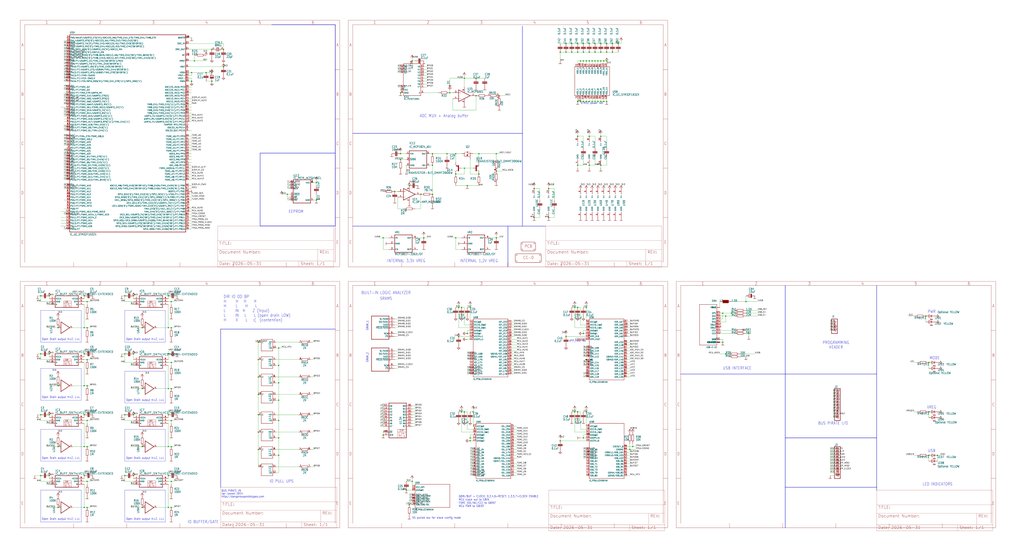
<source format=kicad_sch>
(kicad_sch (version 20230121) (generator eeschema)
  (paper "User" 896.087 485.267)
  (junction (at 109.22 309.88))
  (junction (at 495.3 45.72))
  (junction (at 170.18 53.34))
  (junction (at 490.22 386.08))
  (junction (at 109.22 259.08))
  (junction (at 515.62 119.38))
  (junction (at 403.86 269.24))
  (junction (at 505.46 119.38))
  (junction (at 149.86 264.16))
  (junction (at 490.22 45.72))
  (junction (at 116.84 259.08))
  (junction (at 510.54 88.9))
  (junction (at 76.2 287.02))
  (junction (at 73.66 309.88))
  (junction (at 43.18 309.88))
  (junction (at 35.56 309.88))
  (junction (at 35.56 259.08))
  (junction (at 109.22 363.22))
  (junction (at 109.22 416.56))
  (junction (at 73.66 363.22))
  (junction (at 370.84 208.28))
  (junction (at 147.32 340.36))
  (junction (at 434.34 149.86))
  (junction (at 76.2 391.16))
  (junction (at 500.38 38.1))
  (junction (at 116.84 363.22))
  (junction (at 35.56 416.56))
  (junction (at 76.2 264.16))
  (junction (at 505.46 45.72))
  (junction (at 525.78 53.34))
  (junction (at 195.58 43.18))
  (junction (at 73.66 391.16))
  (junction (at 495.3 294.64))
  (junction (at 50.8 337.82))
  (junction (at 43.18 363.22))
  (junction (at 149.86 444.5))
  (junction (at 502.92 269.24))
  (junction (at 149.86 287.02))
  (junction (at 276.86 160.02))
  (junction (at 149.86 317.5))
  (junction (at 147.32 391.16))
  (junction (at 124.46 444.5))
  (junction (at 243.84 335.28))
  (junction (at 35.56 363.22))
  (junction (at 436.88 83.82))
  (junction (at 358.14 441.96))
  (junction (at 528.32 88.9))
  (junction (at 360.68 421.64))
  (junction (at 335.28 381))
  (junction (at 276.86 175.26))
  (junction (at 185.42 43.18))
  (junction (at 520.7 38.1))
  (junction (at 243.84 368.3))
  (junction (at 411.48 383.54))
  (junction (at 401.32 294.64))
  (junction (at 520.7 45.72))
  (junction (at 513.08 88.9))
  (junction (at 505.46 88.9))
  (junction (at 147.32 416.56))
  (junction (at 523.24 88.9))
  (junction (at 525.78 45.72))
  (junction (at 226.06 393.7))
  (junction (at 73.66 444.5))
  (junction (at 434.34 208.28))
  (junction (at 360.68 53.34))
  (junction (at 513.08 53.34))
  (junction (at 406.4 360.68))
  (junction (at 391.16 134.62))
  (junction (at 434.34 134.62))
  (junction (at 510.54 53.34))
  (junction (at 195.58 58.42))
  (junction (at 167.64 71.12))
  (junction (at 358.14 162.56))
  (junction (at 124.46 340.36))
  (junction (at 510.54 383.54))
  (junction (at 378.46 170.18))
  (junction (at 180.34 63.5))
  (junction (at 350.52 134.62))
  (junction (at 518.16 53.34))
  (junction (at 226.06 363.22))
  (junction (at 116.84 416.56))
  (junction (at 149.86 340.36))
  (junction (at 147.32 444.5))
  (junction (at 535.94 45.72))
  (junction (at 655.32 292.1))
  (junction (at 76.2 368.3))
  (junction (at 820.42 398.78))
  (junction (at 350.52 81.28))
  (junction (at 398.78 208.28))
  (junction (at 520.7 88.9))
  (junction (at 632.46 299.72))
  (junction (at 480.06 190.5))
  (junction (at 500.38 45.72))
  (junction (at 76.2 314.96))
  (junction (at 419.1 152.4))
  (junction (at 226.06 330.2))
  (junction (at 525.78 119.38))
  (junction (at 378.46 144.78))
  (junction (at 147.32 363.22))
  (junction (at 226.06 345.44))
  (junction (at 50.8 444.5))
  (junction (at 50.8 391.16))
  (junction (at 528.32 53.34))
  (junction (at 243.84 304.8))
  (junction (at 510.54 292.1))
  (junction (at 510.54 38.1))
  (junction (at 530.86 53.34))
  (junction (at 467.36 165.1))
  (junction (at 652.78 264.16))
  (junction (at 812.8 398.78))
  (junction (at 525.78 144.78))
  (junction (at 416.56 68.58))
  (junction (at 76.2 337.82))
  (junction (at 632.46 274.32))
  (junction (at 505.46 269.24))
  (junction (at 408.94 292.1))
  (junction (at 355.6 429.26))
  (junction (at 335.28 208.28))
  (junction (at 124.46 287.02))
  (junction (at 149.86 421.64))
  (junction (at 149.86 391.16))
  (junction (at 393.7 81.28))
  (junction (at 185.42 71.12))
  (junction (at 76.2 421.64))
  (junction (at 350.52 139.7))
  (junction (at 403.86 360.68))
  (junction (at 480.06 165.1))
  (junction (at 525.78 88.9))
  (junction (at 502.92 360.68))
  (junction (at 243.84 383.54))
  (junction (at 510.54 45.72))
  (junction (at 812.8 317.5))
  (junction (at 345.44 167.64))
  (junction (at 226.06 299.72))
  (junction (at 530.86 38.1))
  (junction (at 73.66 287.02))
  (junction (at 551.18 393.7))
  (junction (at 508 53.34))
  (junction (at 640.08 274.32))
  (junction (at 411.48 386.08))
  (junction (at 243.84 320.04))
  (junction (at 467.36 190.5))
  (junction (at 147.32 309.88))
  (junction (at 149.86 368.3))
  (junction (at 515.62 88.9))
  (junction (at 124.46 391.16))
  (junction (at 515.62 144.78))
  (junction (at 50.8 287.02))
  (junction (at 43.18 416.56))
  (junction (at 416.56 83.82))
  (junction (at 812.8 360.68))
  (junction (at 523.24 53.34))
  (junction (at 515.62 38.1))
  (junction (at 147.32 259.08))
  (junction (at 513.08 360.68))
  (junction (at 515.62 45.72))
  (junction (at 226.06 314.96))
  (junction (at 73.66 259.08))
  (junction (at 116.84 309.88))
  (junction (at 515.62 53.34))
  (junction (at 513.08 269.24))
  (junction (at 406.4 68.58))
  (junction (at 368.3 170.18))
  (junction (at 243.84 398.78))
  (junction (at 147.32 287.02))
  (junction (at 518.16 88.9))
  (junction (at 73.66 416.56))
  (junction (at 505.46 144.78))
  (junction (at 406.4 147.32))
  (junction (at 419.1 134.62))
  (junction (at 508 88.9))
  (junction (at 495.3 38.1))
  (junction (at 520.7 53.34))
  (junction (at 167.64 63.5))
  (junction (at 505.46 38.1))
  (junction (at 408.94 162.56))
  (junction (at 73.66 337.82))
  (junction (at 635 309.88))
  (junction (at 401.32 269.24))
  (junction (at 398.78 134.62))
  (junction (at 378.46 134.62))
  (junction (at 76.2 444.5))
  (junction (at 414.02 360.68))
  (junction (at 226.06 378.46))
  (junction (at 635 276.86))
  (junction (at 185.42 63.5))
  (junction (at 541.02 38.1))
  (junction (at 535.94 38.1))
  (junction (at 553.72 391.16))
  (junction (at 525.78 38.1))
  (junction (at 810.26 276.86))
  (junction (at 530.86 45.72))
  (junction (at 251.46 170.18))
  (junction (at 43.18 259.08))
  (junction (at 243.84 350.52))
  (junction (at 530.86 88.9))
  (junction (at 411.48 269.24))
  (junction (at 505.46 360.68))
  (junction (at 398.78 152.4))
  (wire (pts (xy 335.28 208.28) (xy 340.36 208.28)) (stroke (width 0.1524)))
  (polyline (pts (xy 767.08 327.66) (xy 595.63 327.66)) (stroke (width 0.3048) (type solid)))
  (wire (pts (xy 655.32 289.56) (xy 655.32 292.1)) (stroke (width 0.1524)))
  (wire (pts (xy 73.66 261.62) (xy 73.66 259.08)) (stroke (width 0.1524)))
  (wire (pts (xy 449.58 411.48) (xy 452.12 411.48)) (stroke (width 0.1524)))
  (wire (pts (xy 58.42 86.36) (xy 55.88 86.36)) (stroke (width 0.1524)))
  (wire (pts (xy 429.26 208.28) (xy 434.34 208.28)) (stroke (width 0.1524)))
  (wire (pts (xy 149.86 421.64) (xy 149.86 424.18)) (stroke (width 0.1524)))
  (wire (pts (xy 360.68 441.96) (xy 358.14 441.96)) (stroke (width 0.1524)))
  (wire (pts (xy 276.86 175.26) (xy 274.32 175.26)) (stroke (width 0.1524)))
  (wire (pts (xy 635 281.94) (xy 635 276.86)) (stroke (width 0.1524)))
  (wire (pts (xy 406.4 152.4) (xy 406.4 147.32)) (stroke (width 0.1524)))
  (wire (pts (xy 414.02 147.32) (xy 406.4 147.32)) (stroke (width 0.1524)))
  (polyline (pts (xy 35.56 322.58) (xy 71.12 322.58)) (stroke (width 0.1524) (type solid)))
  (wire (pts (xy 447.04 297.18) (xy 452.12 297.18)) (stroke (width 0.1524)))
  (wire (pts (xy 515.62 55.88) (xy 515.62 53.34)) (stroke (width 0.1524)))
  (wire (pts (xy 58.42 78.74) (xy 55.88 78.74)) (stroke (width 0.1524)))
  (wire (pts (xy 58.42 157.48) (xy 55.88 157.48)) (stroke (width 0.1524)))
  (wire (pts (xy 271.78 330.2) (xy 274.32 330.2)) (stroke (width 0.1524)))
  (polyline (pts (xy 144.78 271.78) (xy 144.78 299.72)) (stroke (width 0.1524) (type solid)))
  (wire (pts (xy 513.08 330.2) (xy 510.54 330.2)) (stroke (width 0.1524)))
  (wire (pts (xy 505.46 88.9) (xy 505.46 86.36)) (stroke (width 0.1524)))
  (wire (pts (xy 447.04 299.72) (xy 452.12 299.72)) (stroke (width 0.1524)))
  (wire (pts (xy 553.72 388.62) (xy 553.72 391.16)) (stroke (width 0.1524)))
  (wire (pts (xy 254 175.26) (xy 251.46 175.26)) (stroke (width 0.1524)))
  (wire (pts (xy 802.64 360.68) (xy 800.1 360.68)) (stroke (width 0.1524)))
  (wire (pts (xy 254 160.02) (xy 251.46 160.02)) (stroke (width 0.1524)))
  (wire (pts (xy 345.44 294.64) (xy 347.98 294.64)) (stroke (width 0.1524)))
  (wire (pts (xy 548.64 289.56) (xy 551.18 289.56)) (stroke (width 0.1524)))
  (wire (pts (xy 391.16 134.62) (xy 398.78 134.62)) (stroke (width 0.1524)))
  (wire (pts (xy 632.46 279.4) (xy 632.46 274.32)) (stroke (width 0.1524)))
  (wire (pts (xy 513.08 269.24) (xy 513.08 266.7)) (stroke (width 0.1524)))
  (wire (pts (xy 731.52 355.6) (xy 728.98 355.6)) (stroke (width 0.1524)))
  (wire (pts (xy 370.84 208.28) (xy 373.38 208.28)) (stroke (width 0.1524)))
  (wire (pts (xy 434.34 139.7) (xy 434.34 134.62)) (stroke (width 0.1524)))
  (wire (pts (xy 629.92 274.32) (xy 632.46 274.32)) (stroke (width 0.1524)))
  (wire (pts (xy 525.78 86.36) (xy 525.78 88.9)) (stroke (width 0.1524)))
  (wire (pts (xy 360.68 421.64) (xy 360.68 419.1)) (stroke (width 0.1524)))
  (wire (pts (xy 345.44 281.94) (xy 347.98 281.94)) (stroke (width 0.1524)))
  (wire (pts (xy 406.4 68.58) (xy 406.4 66.04)) (stroke (width 0.1524)))
  (wire (pts (xy 510.54 144.78) (xy 510.54 137.16)) (stroke (width 0.1524)))
  (wire (pts (xy 370.84 58.42) (xy 373.38 58.42)) (stroke (width 0.1524)))
  (wire (pts (xy 73.66 444.5) (xy 76.2 444.5)) (stroke (width 0.1524)))
  (wire (pts (xy 548.64 284.48) (xy 551.18 284.48)) (stroke (width 0.1524)))
  (wire (pts (xy 525.78 55.88) (xy 525.78 53.34)) (stroke (width 0.1524)))
  (wire (pts (xy 530.86 119.38) (xy 530.86 129.54)) (stroke (width 0.1524)))
  (wire (pts (xy 241.3 398.78) (xy 243.84 398.78)) (stroke (width 0.1524)))
  (wire (pts (xy 58.42 185.42) (xy 53.34 185.42)) (stroke (width 0.1524)))
  (wire (pts (xy 513.08 383.54) (xy 510.54 383.54)) (stroke (width 0.1524)))
  (wire (pts (xy 73.66 365.76) (xy 73.66 363.22)) (stroke (width 0.1524)))
  (wire (pts (xy 360.68 358.14) (xy 363.22 358.14)) (stroke (width 0.1524)))
  (wire (pts (xy 530.86 55.88) (xy 530.86 53.34)) (stroke (width 0.1524)))
  (wire (pts (xy 629.92 276.86) (xy 635 276.86)) (stroke (width 0.1524)))
  (wire (pts (xy 629.92 299.72) (xy 632.46 299.72)) (stroke (width 0.1524)))
  (polyline (pts (xy 144.78 457.2) (xy 109.22 457.2)) (stroke (width 0.1524) (type solid)))
  (wire (pts (xy 416.56 68.58) (xy 424.18 68.58)) (stroke (width 0.1524)))
  (wire (pts (xy 513.08 358.14) (xy 513.08 360.68)) (stroke (width 0.1524)))
  (wire (pts (xy 58.42 165.1) (xy 55.88 165.1)) (stroke (width 0.1524)))
  (wire (pts (xy 523.24 88.9) (xy 525.78 88.9)) (stroke (width 0.1524)))
  (polyline (pts (xy 109.22 271.78) (xy 144.78 271.78)) (stroke (width 0.1524) (type solid)))
  (wire (pts (xy 535.94 45.72) (xy 530.86 45.72)) (stroke (width 0.1524)))
  (wire (pts (xy 548.64 322.58) (xy 551.18 322.58)) (stroke (width 0.1524)))
  (wire (pts (xy 58.42 55.88) (xy 55.88 55.88)) (stroke (width 0.1524)))
  (wire (pts (xy 548.64 325.12) (xy 551.18 325.12)) (stroke (width 0.1524)))
  (wire (pts (xy 109.22 317.5) (xy 116.84 317.5)) (stroke (width 0.1524)))
  (wire (pts (xy 116.84 259.08) (xy 116.84 261.62)) (stroke (width 0.1524)))
  (wire (pts (xy 731.52 342.9) (xy 728.98 342.9)) (stroke (width 0.1524)))
  (wire (pts (xy 632.46 297.18) (xy 632.46 299.72)) (stroke (width 0.1524)))
  (polyline (pts (xy 767.08 250.19) (xy 767.08 383.54)) (stroke (width 0.3048) (type solid)))
  (wire (pts (xy 147.32 317.5) (xy 149.86 317.5)) (stroke (width 0.1524)))
  (wire (pts (xy 243.84 398.78) (xy 243.84 383.54)) (stroke (width 0.1524)))
  (wire (pts (xy 116.84 370.84) (xy 114.3 370.84)) (stroke (width 0.1524)))
  (wire (pts (xy 276.86 162.56) (xy 276.86 160.02)) (stroke (width 0.1524)))
  (wire (pts (xy 76.2 368.3) (xy 76.2 370.84)) (stroke (width 0.1524)))
  (wire (pts (xy 500.38 38.1) (xy 505.46 38.1)) (stroke (width 0.1524)))
  (wire (pts (xy 393.7 78.74) (xy 393.7 81.28)) (stroke (width 0.1524)))
  (wire (pts (xy 137.16 340.36) (xy 147.32 340.36)) (stroke (width 0.1524)))
  (wire (pts (xy 467.36 162.56) (xy 467.36 165.1)) (stroke (width 0.1524)))
  (wire (pts (xy 355.6 421.64) (xy 360.68 421.64)) (stroke (width 0.1524)))
  (wire (pts (xy 403.86 360.68) (xy 401.32 360.68)) (stroke (width 0.1524)))
  (wire (pts (xy 147.32 444.5) (xy 149.86 444.5)) (stroke (width 0.1524)))
  (wire (pts (xy 243.84 304.8) (xy 241.3 304.8)) (stroke (width 0.1524)))
  (wire (pts (xy 58.42 81.28) (xy 55.88 81.28)) (stroke (width 0.1524)))
  (wire (pts (xy 58.42 50.8) (xy 55.88 50.8)) (stroke (width 0.1524)))
  (wire (pts (xy 58.42 40.64) (xy 55.88 40.64)) (stroke (width 0.1524)))
  (wire (pts (xy 35.56 309.88) (xy 35.56 314.96)) (stroke (width 0.1524)))
  (wire (pts (xy 411.48 381) (xy 411.48 383.54)) (stroke (width 0.1524)))
  (wire (pts (xy 149.86 287.02) (xy 152.4 287.02)) (stroke (width 0.1524)))
  (wire (pts (xy 447.04 302.26) (xy 452.12 302.26)) (stroke (width 0.1524)))
  (wire (pts (xy 50.8 337.82) (xy 43.18 337.82)) (stroke (width 0.1524)))
  (wire (pts (xy 513.08 393.7) (xy 510.54 393.7)) (stroke (width 0.1524)))
  (wire (pts (xy 350.52 63.5) (xy 347.98 63.5)) (stroke (width 0.1524)))
  (polyline (pts (xy 109.22 375.92) (xy 144.78 375.92)) (stroke (width 0.1524) (type solid)))
  (wire (pts (xy 360.68 434.34) (xy 358.14 434.34)) (stroke (width 0.1524)))
  (wire (pts (xy 520.7 38.1) (xy 525.78 38.1)) (stroke (width 0.1524)))
  (wire (pts (xy 414.02 383.54) (xy 411.48 383.54)) (stroke (width 0.1524)))
  (polyline (pts (xy 144.78 325.12) (xy 144.78 353.06)) (stroke (width 0.1524) (type solid)))
  (wire (pts (xy 629.92 279.4) (xy 632.46 279.4)) (stroke (width 0.1524)))
  (wire (pts (xy 58.42 71.12) (xy 55.88 71.12)) (stroke (width 0.1524)))
  (wire (pts (xy 731.52 350.52) (xy 728.98 350.52)) (stroke (width 0.1524)))
  (wire (pts (xy 495.3 38.1) (xy 500.38 38.1)) (stroke (width 0.1524)))
  (wire (pts (xy 513.08 375.92) (xy 508 375.92)) (stroke (width 0.1524)))
  (wire (pts (xy 276.86 170.18) (xy 276.86 175.26)) (stroke (width 0.1524)))
  (wire (pts (xy 530.86 53.34) (xy 528.32 53.34)) (stroke (width 0.1524)))
  (wire (pts (xy 58.42 162.56) (xy 55.88 162.56)) (stroke (width 0.1524)))
  (wire (pts (xy 635 276.86) (xy 642.62 276.86)) (stroke (width 0.1524)))
  (wire (pts (xy 335.28 363.22) (xy 332.74 363.22)) (stroke (width 0.1524)))
  (wire (pts (xy 513.08 373.38) (xy 513.08 360.68)) (stroke (width 0.1524)))
  (wire (pts (xy 353.06 182.88) (xy 347.98 182.88)) (stroke (width 0.1524)))
  (wire (pts (xy 525.78 119.38) (xy 530.86 119.38)) (stroke (width 0.1524)))
  (wire (pts (xy 414.02 381) (xy 411.48 381)) (stroke (width 0.1524)))
  (wire (pts (xy 116.84 309.88) (xy 116.84 314.96)) (stroke (width 0.1524)))
  (wire (pts (xy 165.1 187.96) (xy 167.64 187.96)) (stroke (width 0.1524)))
  (wire (pts (xy 109.22 421.64) (xy 116.84 421.64)) (stroke (width 0.1524)))
  (wire (pts (xy 515.62 119.38) (xy 515.62 116.84)) (stroke (width 0.1524)))
  (wire (pts (xy 261.62 314.96) (xy 241.3 314.96)) (stroke (width 0.1524)))
  (wire (pts (xy 147.32 309.88) (xy 147.32 307.34)) (stroke (width 0.1524)))
  (wire (pts (xy 505.46 38.1) (xy 510.54 38.1)) (stroke (width 0.1524)))
  (wire (pts (xy 515.62 88.9) (xy 518.16 88.9)) (stroke (width 0.1524)))
  (wire (pts (xy 515.62 38.1) (xy 520.7 38.1)) (stroke (width 0.1524)))
  (wire (pts (xy 414.02 378.46) (xy 403.86 378.46)) (stroke (width 0.1524)))
  (wire (pts (xy 510.54 88.9) (xy 513.08 88.9)) (stroke (width 0.1524)))
  (wire (pts (xy 495.3 292.1) (xy 495.3 294.64)) (stroke (width 0.1524)))
  (wire (pts (xy 548.64 320.04) (xy 551.18 320.04)) (stroke (width 0.1524)))
  (wire (pts (xy 449.58 408.94) (xy 452.12 408.94)) (stroke (width 0.1524)))
  (wire (pts (xy 165.1 127) (xy 167.64 127)) (stroke (width 0.1524)))
  (wire (pts (xy 271.78 408.94) (xy 274.32 408.94)) (stroke (width 0.1524)))
  (wire (pts (xy 350.52 76.2) (xy 347.98 76.2)) (stroke (width 0.1524)))
  (wire (pts (xy 447.04 309.88) (xy 449.58 309.88)) (stroke (width 0.1524)))
  (wire (pts (xy 58.42 88.9) (xy 55.88 88.9)) (stroke (width 0.1524)))
  (wire (pts (xy 548.64 401.32) (xy 551.18 401.32)) (stroke (width 0.1524)))
  (wire (pts (xy 800.1 398.78) (xy 802.64 398.78)) (stroke (width 0.1524)))
  (wire (pts (xy 411.48 294.64) (xy 401.32 294.64)) (stroke (width 0.1524)))
  (wire (pts (xy 58.42 106.68) (xy 55.88 106.68)) (stroke (width 0.1524)))
  (wire (pts (xy 165.1 132.08) (xy 167.64 132.08)) (stroke (width 0.1524)))
  (wire (pts (xy 58.42 43.18) (xy 55.88 43.18)) (stroke (width 0.1524)))
  (wire (pts (xy 447.04 294.64) (xy 449.58 294.64)) (stroke (width 0.1524)))
  (wire (pts (xy 434.34 208.28) (xy 436.88 208.28)) (stroke (width 0.1524)))
  (wire (pts (xy 449.58 375.92) (xy 452.12 375.92)) (stroke (width 0.1524)))
  (wire (pts (xy 652.78 289.56) (xy 655.32 289.56)) (stroke (width 0.1524)))
  (wire (pts (xy 411.48 322.58) (xy 408.94 322.58)) (stroke (width 0.1524)))
  (wire (pts (xy 116.84 266.7) (xy 114.3 266.7)) (stroke (width 0.1524)))
  (wire (pts (xy 116.84 320.04) (xy 114.3 320.04)) (stroke (width 0.1524)))
  (wire (pts (xy 73.66 266.7) (xy 73.66 287.02)) (stroke (width 0.1524)))
  (wire (pts (xy 449.58 378.46) (xy 452.12 378.46)) (stroke (width 0.1524)))
  (polyline (pts (xy 109.22 457.2) (xy 109.22 429.26)) (stroke (width 0.1524) (type solid)))
  (wire (pts (xy 58.42 93.98) (xy 53.34 93.98)) (stroke (width 0.1524)))
  (wire (pts (xy 508 284.48) (xy 508 269.24)) (stroke (width 0.1524)))
  (polyline (pts (xy 109.22 403.86) (xy 109.22 375.92)) (stroke (width 0.1524) (type solid)))
  (wire (pts (xy 58.42 139.7) (xy 55.88 139.7)) (stroke (width 0.1524)))
  (wire (pts (xy 360.68 436.88) (xy 358.14 436.88)) (stroke (width 0.1524)))
  (wire (pts (xy 548.64 302.26) (xy 551.18 302.26)) (stroke (width 0.1524)))
  (wire (pts (xy 58.42 58.42) (xy 55.88 58.42)) (stroke (width 0.1524)))
  (wire (pts (xy 515.62 53.34) (xy 513.08 53.34)) (stroke (width 0.1524)))
  (wire (pts (xy 58.42 66.04) (xy 55.88 66.04)) (stroke (width 0.1524)))
  (wire (pts (xy 350.52 78.74) (xy 350.52 81.28)) (stroke (width 0.1524)))
  (wire (pts (xy 165.1 165.1) (xy 167.64 165.1)) (stroke (width 0.1524)))
  (wire (pts (xy 403.86 378.46) (xy 403.86 360.68)) (stroke (width 0.1524)))
  (wire (pts (xy 116.84 424.18) (xy 114.3 424.18)) (stroke (width 0.1524)))
  (wire (pts (xy 472.44 165.1) (xy 472.44 175.26)) (stroke (width 0.1524)))
  (wire (pts (xy 358.14 441.96) (xy 355.6 441.96)) (stroke (width 0.1524)))
  (wire (pts (xy 406.4 147.32) (xy 403.86 147.32)) (stroke (width 0.1524)))
  (wire (pts (xy 149.86 266.7) (xy 149.86 264.16)) (stroke (width 0.1524)))
  (wire (pts (xy 335.28 373.38) (xy 332.74 373.38)) (stroke (width 0.1524)))
  (wire (pts (xy 731.52 401.32) (xy 726.44 401.32)) (stroke (width 0.1524)))
  (wire (pts (xy 510.54 53.34) (xy 508 53.34)) (stroke (width 0.1524)))
  (wire (pts (xy 548.64 292.1) (xy 551.18 292.1)) (stroke (width 0.1524)))
  (wire (pts (xy 447.04 327.66) (xy 449.58 327.66)) (stroke (width 0.1524)))
  (wire (pts (xy 541.02 45.72) (xy 535.94 45.72)) (stroke (width 0.1524)))
  (wire (pts (xy 58.42 152.4) (xy 55.88 152.4)) (stroke (width 0.1524)))
  (wire (pts (xy 731.52 398.78) (xy 726.44 398.78)) (stroke (width 0.1524)))
  (wire (pts (xy 363.22 53.34) (xy 360.68 53.34)) (stroke (width 0.1524)))
  (wire (pts (xy 43.18 266.7) (xy 40.64 266.7)) (stroke (width 0.1524)))
  (wire (pts (xy 137.16 444.5) (xy 147.32 444.5)) (stroke (width 0.1524)))
  (wire (pts (xy 43.18 363.22) (xy 43.18 365.76)) (stroke (width 0.1524)))
  (wire (pts (xy 414.02 373.38) (xy 414.02 360.68)) (stroke (width 0.1524)))
  (wire (pts (xy 520.7 86.36) (xy 520.7 88.9)) (stroke (width 0.1524)))
  (wire (pts (xy 167.64 71.12) (xy 165.1 71.12)) (stroke (width 0.1524)))
  (wire (pts (xy 73.66 424.18) (xy 73.66 444.5)) (stroke (width 0.1524)))
  (wire (pts (xy 505.46 269.24) (xy 502.92 269.24)) (stroke (width 0.1524)))
  (wire (pts (xy 335.28 368.3) (xy 332.74 368.3)) (stroke (width 0.1524)))
  (wire (pts (xy 165.1 170.18) (xy 167.64 170.18)) (stroke (width 0.1524)))
  (wire (pts (xy 411.48 139.7) (xy 411.48 152.4)) (stroke (width 0.1524)))
  (wire (pts (xy 73.66 419.1) (xy 73.66 416.56)) (stroke (width 0.1524)))
  (wire (pts (xy 243.84 335.28) (xy 243.84 320.04)) (stroke (width 0.1524)))
  (wire (pts (xy 73.66 391.16) (xy 76.2 391.16)) (stroke (width 0.1524)))
  (wire (pts (xy 58.42 91.44) (xy 55.88 91.44)) (stroke (width 0.1524)))
  (wire (pts (xy 642.62 292.1) (xy 629.92 292.1)) (stroke (width 0.1524)))
  (wire (pts (xy 528.32 53.34) (xy 525.78 53.34)) (stroke (width 0.1524)))
  (polyline (pts (xy 71.12 429.26) (xy 71.12 457.2)) (stroke (width 0.1524) (type solid)))
  (wire (pts (xy 513.08 386.08) (xy 490.22 386.08)) (stroke (width 0.1524)))
  (wire (pts (xy 820.42 398.78) (xy 822.96 398.78)) (stroke (width 0.1524)))
  (wire (pts (xy 165.1 200.66) (xy 167.64 200.66)) (stroke (width 0.1524)))
  (wire (pts (xy 165.1 147.32) (xy 167.64 147.32)) (stroke (width 0.1524)))
  (wire (pts (xy 528.32 88.9) (xy 530.86 88.9)) (stroke (width 0.1524)))
  (wire (pts (xy 109.22 264.16) (xy 116.84 264.16)) (stroke (width 0.1524)))
  (wire (pts (xy 58.42 127) (xy 55.88 127)) (stroke (width 0.1524)))
  (polyline (pts (xy 71.12 457.2) (xy 35.56 457.2)) (stroke (width 0.1524) (type solid)))
  (wire (pts (xy 515.62 144.78) (xy 515.62 147.32)) (stroke (width 0.1524)))
  (wire (pts (xy 731.52 365.76) (xy 728.98 365.76)) (stroke (width 0.1524)))
  (wire (pts (xy 520.7 53.34) (xy 518.16 53.34)) (stroke (width 0.1524)))
  (wire (pts (xy 447.04 312.42) (xy 449.58 312.42)) (stroke (width 0.1524)))
  (wire (pts (xy 490.22 386.08) (xy 490.22 383.54)) (stroke (width 0.1524)))
  (wire (pts (xy 502.92 358.14) (xy 502.92 360.68)) (stroke (width 0.1524)))
  (wire (pts (xy 370.84 208.28) (xy 370.84 205.74)) (stroke (width 0.1524)))
  (wire (pts (xy 165.1 175.26) (xy 167.64 175.26)) (stroke (width 0.1524)))
  (wire (pts (xy 553.72 391.16) (xy 556.26 391.16)) (stroke (width 0.1524)))
  (wire (pts (xy 396.24 96.52) (xy 396.24 86.36)) (stroke (width 0.1524)))
  (wire (pts (xy 165.1 99.06) (xy 167.64 99.06)) (stroke (width 0.1524)))
  (wire (pts (xy 513.08 398.78) (xy 510.54 398.78)) (stroke (width 0.1524)))
  (wire (pts (xy 165.1 33.02) (xy 167.64 33.02)) (stroke (width 0.1524)))
  (wire (pts (xy 243.84 368.3) (xy 243.84 350.52)) (stroke (width 0.1524)))
  (wire (pts (xy 419.1 134.62) (xy 434.34 134.62)) (stroke (width 0.1524)))
  (wire (pts (xy 360.68 360.68) (xy 363.22 360.68)) (stroke (width 0.1524)))
  (wire (pts (xy 515.62 119.38) (xy 520.7 119.38)) (stroke (width 0.1524)))
  (wire (pts (xy 116.84 416.56) (xy 116.84 419.1)) (stroke (width 0.1524)))
  (wire (pts (xy 414.02 403.86) (xy 411.48 403.86)) (stroke (width 0.1524)))
  (wire (pts (xy 398.78 218.44) (xy 403.86 218.44)) (stroke (width 0.1524)))
  (wire (pts (xy 406.4 284.48) (xy 406.4 269.24)) (stroke (width 0.1524)))
  (wire (pts (xy 411.48 325.12) (xy 408.94 325.12)) (stroke (width 0.1524)))
  (polyline (pts (xy 687.07 250.19) (xy 687.07 426.72)) (stroke (width 0.3048) (type solid)))
  (wire (pts (xy 513.08 312.42) (xy 510.54 312.42)) (stroke (width 0.1524)))
  (wire (pts (xy 548.64 287.02) (xy 551.18 287.02)) (stroke (width 0.1524)))
  (wire (pts (xy 147.32 266.7) (xy 147.32 287.02)) (stroke (width 0.1524)))
  (wire (pts (xy 419.1 162.56) (xy 408.94 162.56)) (stroke (width 0.1524)))
  (wire (pts (xy 149.86 444.5) (xy 152.4 444.5)) (stroke (width 0.1524)))
  (wire (pts (xy 548.64 391.16) (xy 553.72 391.16)) (stroke (width 0.1524)))
  (wire (pts (xy 802.64 317.5) (xy 800.1 317.5)) (stroke (width 0.1524)))
  (wire (pts (xy 276.86 157.48) (xy 276.86 160.02)) (stroke (width 0.1524)))
  (wire (pts (xy 510.54 55.88) (xy 510.54 53.34)) (stroke (width 0.1524)))
  (wire (pts (xy 525.78 38.1) (xy 530.86 38.1)) (stroke (width 0.1524)))
  (wire (pts (xy 548.64 396.24) (xy 551.18 396.24)) (stroke (width 0.1524)))
  (wire (pts (xy 58.42 48.26) (xy 55.88 48.26)) (stroke (width 0.1524)))
  (wire (pts (xy 370.84 73.66) (xy 373.38 73.66)) (stroke (width 0.1524)))
  (wire (pts (xy 401.32 269.24) (xy 398.78 269.24)) (stroke (width 0.1524)))
  (wire (pts (xy 436.88 134.62) (xy 434.34 134.62)) (stroke (width 0.1524)))
  (wire (pts (xy 401.32 287.02) (xy 401.32 269.24)) (stroke (width 0.1524)))
  (wire (pts (xy 518.16 55.88) (xy 518.16 53.34)) (stroke (width 0.1524)))
  (wire (pts (xy 447.04 314.96) (xy 449.58 314.96)) (stroke (width 0.1524)))
  (wire (pts (xy 528.32 55.88) (xy 528.32 53.34)) (stroke (width 0.1524)))
  (wire (pts (xy 414.02 398.78) (xy 411.48 398.78)) (stroke (width 0.1524)))
  (wire (pts (xy 518.16 88.9) (xy 520.7 88.9)) (stroke (width 0.1524)))
  (wire (pts (xy 513.08 307.34) (xy 510.54 307.34)) (stroke (width 0.1524)))
  (wire (pts (xy 472.44 190.5) (xy 472.44 182.88)) (stroke (width 0.1524)))
  (wire (pts (xy 731.52 396.24) (xy 726.44 396.24)) (stroke (width 0.1524)))
  (wire (pts (xy 165.1 172.72) (xy 167.64 172.72)) (stroke (width 0.1524)))
  (wire (pts (xy 731.52 363.22) (xy 728.98 363.22)) (stroke (width 0.1524)))
  (polyline (pts (xy 293.37 76.708) (xy 293.37 21.59)) (stroke (width 0.3048) (type solid)))
  (wire (pts (xy 43.18 370.84) (xy 40.64 370.84)) (stroke (width 0.1524)))
  (polyline (pts (xy 35.56 403.86) (xy 35.56 375.92)) (stroke (width 0.1524) (type solid)))
  (wire (pts (xy 76.2 421.64) (xy 76.2 424.18)) (stroke (width 0.1524)))
  (wire (pts (xy 58.42 154.94) (xy 55.88 154.94)) (stroke (width 0.1524)))
  (wire (pts (xy 73.66 309.88) (xy 73.66 307.34)) (stroke (width 0.1524)))
  (wire (pts (xy 525.78 144.78) (xy 525.78 147.32)) (stroke (width 0.1524)))
  (wire (pts (xy 335.28 218.44) (xy 335.28 208.28)) (stroke (width 0.1524)))
  (wire (pts (xy 535.94 38.1) (xy 541.02 38.1)) (stroke (width 0.1524)))
  (wire (pts (xy 165.1 101.6) (xy 167.64 101.6)) (stroke (width 0.1524)))
  (wire (pts (xy 414.02 414.02) (xy 411.48 414.02)) (stroke (width 0.1524)))
  (wire (pts (xy 58.42 114.3) (xy 55.88 114.3)) (stroke (width 0.1524)))
  (polyline (pts (xy 457.2 116.84) (xy 308.61 116.84)) (stroke (width 0.3048) (type solid)))
  (wire (pts (xy 274.32 299.72) (xy 271.78 299.72)) (stroke (width 0.1524)))
  (wire (pts (xy 147.32 287.02) (xy 149.86 287.02)) (stroke (width 0.1524)))
  (polyline (pts (xy 144.78 353.06) (xy 109.22 353.06)) (stroke (width 0.1524) (type solid)))
  (wire (pts (xy 35.56 314.96) (xy 43.18 314.96)) (stroke (width 0.1524)))
  (wire (pts (xy 243.84 350.52) (xy 243.84 335.28)) (stroke (width 0.1524)))
  (wire (pts (xy 530.86 45.72) (xy 525.78 45.72)) (stroke (width 0.1524)))
  (wire (pts (xy 271.78 363.22) (xy 274.32 363.22)) (stroke (width 0.1524)))
  (polyline (pts (xy 71.12 350.52) (xy 35.56 350.52)) (stroke (width 0.1524) (type solid)))
  (polyline (pts (xy 109.22 325.12) (xy 144.78 325.12)) (stroke (width 0.1524) (type solid)))
  (wire (pts (xy 642.62 289.56) (xy 629.92 289.56)) (stroke (width 0.1524)))
  (wire (pts (xy 411.48 309.88) (xy 408.94 309.88)) (stroke (width 0.1524)))
  (wire (pts (xy 226.06 378.46) (xy 226.06 363.22)) (stroke (width 0.1524)))
  (wire (pts (xy 58.42 53.34) (xy 55.88 53.34)) (stroke (width 0.1524)))
  (wire (pts (xy 447.04 325.12) (xy 449.58 325.12)) (stroke (width 0.1524)))
  (wire (pts (xy 640.08 274.32) (xy 640.08 271.78)) (stroke (width 0.1524)))
  (polyline (pts (xy 109.22 429.26) (xy 144.78 429.26)) (stroke (width 0.1524) (type solid)))
  (wire (pts (xy 728.98 289.56) (xy 726.44 289.56)) (stroke (width 0.1524)))
  (wire (pts (xy 480.06 162.56) (xy 480.06 165.1)) (stroke (width 0.1524)))
  (wire (pts (xy 340.36 218.44) (xy 335.28 218.44)) (stroke (width 0.1524)))
  (wire (pts (xy 513.08 401.32) (xy 510.54 401.32)) (stroke (width 0.1524)))
  (wire (pts (xy 513.08 287.02) (xy 502.92 287.02)) (stroke (width 0.1524)))
  (polyline (pts (xy 35.56 457.2) (xy 35.56 429.26)) (stroke (width 0.1524) (type solid)))
  (wire (pts (xy 629.92 264.16) (xy 629.92 269.24)) (stroke (width 0.1524)))
  (wire (pts (xy 106.68 416.56) (xy 109.22 416.56)) (stroke (width 0.1524)))
  (wire (pts (xy 254 162.56) (xy 251.46 162.56)) (stroke (width 0.1524)))
  (wire (pts (xy 345.44 312.42) (xy 347.98 312.42)) (stroke (width 0.1524)))
  (wire (pts (xy 271.78 378.46) (xy 274.32 378.46)) (stroke (width 0.1524)))
  (wire (pts (xy 226.06 393.7) (xy 226.06 378.46)) (stroke (width 0.1524)))
  (wire (pts (xy 548.64 403.86) (xy 551.18 403.86)) (stroke (width 0.1524)))
  (wire (pts (xy 406.4 360.68) (xy 403.86 360.68)) (stroke (width 0.1524)))
  (wire (pts (xy 360.68 426.72) (xy 360.68 421.64)) (stroke (width 0.1524)))
  (wire (pts (xy 360.68 355.6) (xy 363.22 355.6)) (stroke (width 0.1524)))
  (wire (pts (xy 355.6 429.26) (xy 360.68 429.26)) (stroke (width 0.1524)))
  (wire (pts (xy 33.02 259.08) (xy 35.56 259.08)) (stroke (width 0.1524)))
  (wire (pts (xy 73.66 317.5) (xy 73.66 337.82)) (stroke (width 0.1524)))
  (wire (pts (xy 35.56 259.08) (xy 35.56 264.16)) (stroke (width 0.1524)))
  (wire (pts (xy 43.18 259.08) (xy 43.18 261.62)) (stroke (width 0.1524)))
  (wire (pts (xy 360.68 368.3) (xy 363.22 368.3)) (stroke (width 0.1524)))
  (wire (pts (xy 58.42 149.86) (xy 55.88 149.86)) (stroke (width 0.1524)))
  (wire (pts (xy 165.1 182.88) (xy 167.64 182.88)) (stroke (width 0.1524)))
  (wire (pts (xy 332.74 208.28) (xy 335.28 208.28)) (stroke (width 0.1524)))
  (wire (pts (xy 345.44 320.04) (xy 347.98 320.04)) (stroke (width 0.1524)))
  (wire (pts (xy 345.44 292.1) (xy 347.98 292.1)) (stroke (width 0.1524)))
  (wire (pts (xy 35.56 309.88) (xy 33.02 309.88)) (stroke (width 0.1524)))
  (wire (pts (xy 548.64 312.42) (xy 551.18 312.42)) (stroke (width 0.1524)))
  (wire (pts (xy 548.64 307.34) (xy 551.18 307.34)) (stroke (width 0.1524)))
  (wire (pts (xy 165.1 114.3) (xy 167.64 114.3)) (stroke (width 0.1524)))
  (wire (pts (xy 43.18 416.56) (xy 43.18 419.1)) (stroke (width 0.1524)))
  (wire (pts (xy 30.48 416.56) (xy 35.56 416.56)) (stroke (width 0.1524)))
  (wire (pts (xy 414.02 134.62) (xy 419.1 134.62)) (stroke (width 0.1524)))
  (polyline (pts (xy 144.78 299.72) (xy 109.22 299.72)) (stroke (width 0.1524) (type solid)))
  (wire (pts (xy 241.3 368.3) (xy 243.84 368.3)) (stroke (width 0.1524)))
  (wire (pts (xy 124.46 444.5) (xy 114.3 444.5)) (stroke (width 0.1524)))
  (wire (pts (xy 652.78 312.42) (xy 647.7 312.42)) (stroke (width 0.1524)))
  (wire (pts (xy 548.64 408.94) (xy 551.18 408.94)) (stroke (width 0.1524)))
  (wire (pts (xy 548.64 309.88) (xy 551.18 309.88)) (stroke (width 0.1524)))
  (wire (pts (xy 345.44 322.58) (xy 347.98 322.58)) (stroke (width 0.1524)))
  (wire (pts (xy 43.18 309.88) (xy 43.18 312.42)) (stroke (width 0.1524)))
  (wire (pts (xy 58.42 137.16) (xy 55.88 137.16)) (stroke (width 0.1524)))
  (wire (pts (xy 370.84 68.58) (xy 373.38 68.58)) (stroke (width 0.1524)))
  (wire (pts (xy 58.42 193.04) (xy 53.34 193.04)) (stroke (width 0.1524)))
  (polyline (pts (xy 767.08 426.72) (xy 687.07 426.72)) (stroke (width 0.3048) (type solid)))
  (wire (pts (xy 370.84 76.2) (xy 373.38 76.2)) (stroke (width 0.1524)))
  (polyline (pts (xy 35.56 350.52) (xy 35.56 322.58)) (stroke (width 0.1524) (type solid)))
  (wire (pts (xy 502.92 266.7) (xy 502.92 269.24)) (stroke (width 0.1524)))
  (wire (pts (xy 370.84 81.28) (xy 383.54 81.28)) (stroke (width 0.1524)))
  (wire (pts (xy 73.66 259.08) (xy 73.66 256.54)) (stroke (width 0.1524)))
  (wire (pts (xy 810.26 276.86) (xy 810.26 281.94)) (stroke (width 0.1524)))
  (wire (pts (xy 414.02 393.7) (xy 411.48 393.7)) (stroke (width 0.1524)))
  (wire (pts (xy 731.52 358.14) (xy 728.98 358.14)) (stroke (width 0.1524)))
  (wire (pts (xy 408.94 375.92) (xy 408.94 360.68)) (stroke (width 0.1524)))
  (wire (pts (xy 355.6 149.86) (xy 355.6 144.78)) (stroke (width 0.1524)))
  (polyline (pts (xy 457.2 22.86) (xy 457.2 198.12)) (stroke (width 0.3048) (type solid)))
  (wire (pts (xy 510.54 45.72) (xy 505.46 45.72)) (stroke (width 0.1524)))
  (wire (pts (xy 58.42 200.66) (xy 55.88 200.66)) (stroke (width 0.1524)))
  (wire (pts (xy 165.1 43.18) (xy 185.42 43.18)) (stroke (width 0.1524)))
  (wire (pts (xy 635 309.88) (xy 629.92 309.88)) (stroke (width 0.1524)))
  (wire (pts (xy 731.52 414.02) (xy 726.44 414.02)) (stroke (width 0.1524)))
  (wire (pts (xy 167.64 63.5) (xy 180.34 63.5)) (stroke (width 0.1524)))
  (wire (pts (xy 411.48 383.54) (xy 411.48 386.08)) (stroke (width 0.1524)))
  (wire (pts (xy 137.16 287.02) (xy 147.32 287.02)) (stroke (width 0.1524)))
  (polyline (pts (xy 71.12 271.78) (xy 71.12 299.72)) (stroke (width 0.1524) (type solid)))
  (polyline (pts (xy 227.584 197.866) (xy 293.37 197.866)) (stroke (width 0.3048) (type solid)))
  (wire (pts (xy 58.42 134.62) (xy 55.88 134.62)) (stroke (width 0.1524)))
  (wire (pts (xy 165.1 185.42) (xy 167.64 185.42)) (stroke (width 0.1524)))
  (wire (pts (xy 449.58 393.7) (xy 452.12 393.7)) (stroke (width 0.1524)))
  (wire (pts (xy 513.08 309.88) (xy 510.54 309.88)) (stroke (width 0.1524)))
  (wire (pts (xy 58.42 104.14) (xy 55.88 104.14)) (stroke (width 0.1524)))
  (polyline (pts (xy 193.04 288.29) (xy 193.04 426.72)) (stroke (width 0.3048) (type solid)))
  (wire (pts (xy 414.02 396.24) (xy 411.48 396.24)) (stroke (width 0.1524)))
  (polyline (pts (xy 227.584 134.112) (xy 227.584 197.866)) (stroke (width 0.3048) (type solid)))
  (wire (pts (xy 403.86 208.28) (xy 398.78 208.28)) (stroke (width 0.1524)))
  (wire (pts (xy 414.02 375.92) (xy 408.94 375.92)) (stroke (width 0.1524)))
  (wire (pts (xy 411.48 327.66) (xy 408.94 327.66)) (stroke (width 0.1524)))
  (polyline (pts (xy 444.5 198.12) (xy 444.5 233.68)) (stroke (width 0.3048) (type solid)))
  (wire (pts (xy 147.32 320.04) (xy 147.32 340.36)) (stroke (width 0.1524)))
  (wire (pts (xy 347.98 172.72) (xy 347.98 182.88)) (stroke (width 0.1524)))
  (wire (pts (xy 58.42 175.26) (xy 55.88 175.26)) (stroke (width 0.1524)))
  (wire (pts (xy 530.86 88.9) (xy 530.86 86.36)) (stroke (width 0.1524)))
  (wire (pts (xy 109.22 416.56) (xy 109.22 421.64)) (stroke (width 0.1524)))
  (wire (pts (xy 50.8 391.16) (xy 40.64 391.16)) (stroke (width 0.1524)))
  (wire (pts (xy 515.62 45.72) (xy 510.54 45.72)) (stroke (width 0.1524)))
  (polyline (pts (xy 71.12 322.58) (xy 71.12 350.52)) (stroke (width 0.1524) (type solid)))
  (wire (pts (xy 58.42 198.12) (xy 53.34 198.12)) (stroke (width 0.1524)))
  (wire (pts (xy 795.02 276.86) (xy 800.1 276.86)) (stroke (width 0.1524)))
  (wire (pts (xy 505.46 88.9) (xy 508 88.9)) (stroke (width 0.1524)))
  (wire (pts (xy 414.02 411.48) (xy 411.48 411.48)) (stroke (width 0.1524)))
  (wire (pts (xy 398.78 134.62) (xy 403.86 134.62)) (stroke (width 0.1524)))
  (wire (pts (xy 360.68 365.76) (xy 363.22 365.76)) (stroke (width 0.1524)))
  (wire (pts (xy 360.68 439.42) (xy 358.14 439.42)) (stroke (width 0.1524)))
  (wire (pts (xy 76.2 368.3) (xy 78.74 368.3)) (stroke (width 0.1524)))
  (wire (pts (xy 551.18 388.62) (xy 551.18 393.7)) (stroke (width 0.1524)))
  (wire (pts (xy 523.24 53.34) (xy 520.7 53.34)) (stroke (width 0.1524)))
  (wire (pts (xy 490.22 38.1) (xy 495.3 38.1)) (stroke (width 0.1524)))
  (wire (pts (xy 548.64 406.4) (xy 551.18 406.4)) (stroke (width 0.1524)))
  (wire (pts (xy 109.22 309.88) (xy 109.22 317.5)) (stroke (width 0.1524)))
  (wire (pts (xy 505.46 45.72) (xy 500.38 45.72)) (stroke (width 0.1524)))
  (polyline (pts (xy 35.56 429.26) (xy 71.12 429.26)) (stroke (width 0.1524) (type solid)))
  (wire (pts (xy 406.4 68.58) (xy 393.7 68.58)) (stroke (width 0.1524)))
  (wire (pts (xy 411.48 266.7) (xy 411.48 269.24)) (stroke (width 0.1524)))
  (wire (pts (xy 408.94 289.56) (xy 408.94 292.1)) (stroke (width 0.1524)))
  (wire (pts (xy 165.1 81.28) (xy 167.64 81.28)) (stroke (width 0.1524)))
  (wire (pts (xy 109.22 259.08) (xy 106.68 259.08)) (stroke (width 0.1524)))
  (wire (pts (xy 447.04 287.02) (xy 449.58 287.02)) (stroke (width 0.1524)))
  (wire (pts (xy 637.54 312.42) (xy 635 312.42)) (stroke (width 0.1524)))
  (wire (pts (xy 505.46 53.34) (xy 505.46 55.88)) (stroke (width 0.1524)))
  (wire (pts (xy 525.78 45.72) (xy 520.7 45.72)) (stroke (width 0.1524)))
  (wire (pts (xy 58.42 147.32) (xy 55.88 147.32)) (stroke (width 0.1524)))
  (wire (pts (xy 655.32 292.1) (xy 655.32 294.64)) (stroke (width 0.1524)))
  (wire (pts (xy 548.64 299.72) (xy 551.18 299.72)) (stroke (width 0.1524)))
  (wire (pts (xy 124.46 391.16) (xy 114.3 391.16)) (stroke (width 0.1524)))
  (wire (pts (xy 335.28 360.68) (xy 332.74 360.68)) (stroke (width 0.1524)))
  (wire (pts (xy 73.66 370.84) (xy 73.66 391.16)) (stroke (width 0.1524)))
  (wire (pts (xy 251.46 172.72) (xy 251.46 170.18)) (stroke (width 0.1524)))
  (wire (pts (xy 731.52 403.86) (xy 726.44 403.86)) (stroke (width 0.1524)))
  (wire (pts (xy 58.42 121.92) (xy 55.88 121.92)) (stroke (width 0.1524)))
  (wire (pts (xy 731.52 353.06) (xy 728.98 353.06)) (stroke (width 0.1524)))
  (wire (pts (xy 419.1 142.24) (xy 419.1 134.62)) (stroke (width 0.1524)))
  (wire (pts (xy 408.94 269.24) (xy 411.48 269.24)) (stroke (width 0.1524)))
  (wire (pts (xy 147.32 419.1) (xy 147.32 416.56)) (stroke (width 0.1524)))
  (polyline (pts (xy 293.37 197.866) (xy 293.37 134.112)) (stroke (width 0.3048) (type solid)))
  (wire (pts (xy 335.28 365.76) (xy 332.74 365.76)) (stroke (width 0.1524)))
  (wire (pts (xy 436.88 83.82) (xy 441.96 83.82)) (stroke (width 0.1524)))
  (polyline (pts (xy 35.56 375.92) (xy 71.12 375.92)) (stroke (width 0.1524) (type solid)))
  (wire (pts (xy 109.22 368.3) (xy 116.84 368.3)) (stroke (width 0.1524)))
  (wire (pts (xy 165.1 137.16) (xy 167.64 137.16)) (stroke (width 0.1524)))
  (wire (pts (xy 167.64 66.04) (xy 167.64 63.5)) (stroke (width 0.1524)))
  (wire (pts (xy 347.98 167.64) (xy 345.44 167.64)) (stroke (width 0.1524)))
  (wire (pts (xy 637.54 309.88) (xy 635 309.88)) (stroke (width 0.1524)))
  (wire (pts (xy 629.92 281.94) (xy 635 281.94)) (stroke (width 0.1524)))
  (wire (pts (xy 731.52 411.48) (xy 726.44 411.48)) (stroke (width 0.1524)))
  (wire (pts (xy 147.32 259.08) (xy 147.32 256.54)) (stroke (width 0.1524)))
  (polyline (pts (xy 71.12 403.86) (xy 35.56 403.86)) (stroke (width 0.1524) (type solid)))
  (wire (pts (xy 449.58 396.24) (xy 452.12 396.24)) (stroke (width 0.1524)))
  (wire (pts (xy 335.28 355.6) (xy 332.74 355.6)) (stroke (width 0.1524)))
  (wire (pts (xy 520.7 88.9) (xy 523.24 88.9)) (stroke (width 0.1524)))
  (wire (pts (xy 165.1 139.7) (xy 167.64 139.7)) (stroke (width 0.1524)))
  (wire (pts (xy 449.58 398.78) (xy 452.12 398.78)) (stroke (width 0.1524)))
  (wire (pts (xy 226.06 330.2) (xy 226.06 314.96)) (stroke (width 0.1524)))
  (wire (pts (xy 375.92 144.78) (xy 378.46 144.78)) (stroke (width 0.1524)))
  (polyline (pts (xy 35.56 271.78) (xy 71.12 271.78)) (stroke (width 0.1524) (type solid)))
  (polyline (pts (xy 477.52 198.12) (xy 308.61 198.12)) (stroke (width 0.3048) (type solid)))
  (wire (pts (xy 548.64 327.66) (xy 551.18 327.66)) (stroke (width 0.1524)))
  (wire (pts (xy 165.1 190.5) (xy 167.64 190.5)) (stroke (width 0.1524)))
  (wire (pts (xy 513.08 86.36) (xy 513.08 88.9)) (stroke (width 0.1524)))
  (wire (pts (xy 820.42 398.78) (xy 820.42 403.86)) (stroke (width 0.1524)))
  (wire (pts (xy 35.56 368.3) (xy 43.18 368.3)) (stroke (width 0.1524)))
  (wire (pts (xy 360.68 373.38) (xy 363.22 373.38)) (stroke (width 0.1524)))
  (wire (pts (xy 149.86 317.5) (xy 149.86 320.04)) (stroke (width 0.1524)))
  (wire (pts (xy 812.8 317.5) (xy 812.8 322.58)) (stroke (width 0.1524)))
  (wire (pts (xy 403.86 358.14) (xy 403.86 360.68)) (stroke (width 0.1524)))
  (wire (pts (xy 449.58 401.32) (xy 452.12 401.32)) (stroke (width 0.1524)))
  (wire (pts (xy 149.86 391.16) (xy 152.4 391.16)) (stroke (width 0.1524)))
  (wire (pts (xy 398.78 218.44) (xy 398.78 208.28)) (stroke (width 0.1524)))
  (wire (pts (xy 513.08 284.48) (xy 508 284.48)) (stroke (width 0.1524)))
  (wire (pts (xy 548.64 330.2) (xy 551.18 330.2)) (stroke (width 0.1524)))
  (wire (pts (xy 411.48 289.56) (xy 408.94 289.56)) (stroke (width 0.1524)))
  (wire (pts (xy 368.3 182.88) (xy 368.3 170.18)) (stroke (width 0.1524)))
  (polyline (pts (xy 227.584 134.112) (xy 293.37 134.112)) (stroke (width 0.3048) (type solid)))
  (wire (pts (xy 58.42 83.82) (xy 55.88 83.82)) (stroke (width 0.1524)))
  (wire (pts (xy 149.86 421.64) (xy 152.4 421.64)) (stroke (width 0.1524)))
  (wire (pts (xy 147.32 264.16) (xy 149.86 264.16)) (stroke (width 0.1524)))
  (wire (pts (xy 58.42 144.78) (xy 55.88 144.78)) (stroke (width 0.1524)))
  (wire (pts (xy 505.46 144.78) (xy 510.54 144.78)) (stroke (width 0.1524)))
  (wire (pts (xy 447.04 281.94) (xy 449.58 281.94)) (stroke (width 0.1524)))
  (wire (pts (xy 63.5 337.82) (xy 73.66 337.82)) (stroke (width 0.1524)))
  (polyline (pts (xy 767.08 383.54) (xy 767.08 426.72)) (stroke (width 0.3048) (type solid)))
  (wire (pts (xy 165.1 152.4) (xy 167.64 152.4)) (stroke (width 0.1524)))
  (wire (pts (xy 363.22 182.88) (xy 368.3 182.88)) (stroke (width 0.1524)))
  (wire (pts (xy 449.58 406.4) (xy 452.12 406.4)) (stroke (width 0.1524)))
  (wire (pts (xy 370.84 63.5) (xy 373.38 63.5)) (stroke (width 0.1524)))
  (wire (pts (xy 106.68 363.22) (xy 109.22 363.22)) (stroke (width 0.1524)))
  (wire (pts (xy 254 172.72) (xy 251.46 172.72)) (stroke (width 0.1524)))
  (wire (pts (xy 226.06 363.22) (xy 226.06 345.44)) (stroke (width 0.1524)))
  (wire (pts (xy 350.52 58.42) (xy 347.98 58.42)) (stroke (width 0.1524)))
  (polyline (pts (xy 35.56 299.72) (xy 35.56 271.78)) (stroke (width 0.1524) (type solid)))
  (wire (pts (xy 261.62 330.2) (xy 241.3 330.2)) (stroke (width 0.1524)))
  (wire (pts (xy 652.78 264.16) (xy 662.94 264.16)) (stroke (width 0.1524)))
  (wire (pts (xy 58.42 38.1) (xy 55.88 38.1)) (stroke (width 0.1524)))
  (wire (pts (xy 180.34 53.34) (xy 170.18 53.34)) (stroke (width 0.1524)))
  (wire (pts (xy 170.18 53.34) (xy 165.1 53.34)) (stroke (width 0.1524)))
  (polyline (pts (xy 109.22 299.72) (xy 109.22 271.78)) (stroke (width 0.1524) (type solid)))
  (wire (pts (xy 251.46 170.18) (xy 246.38 170.18)) (stroke (width 0.1524)))
  (wire (pts (xy 355.6 134.62) (xy 350.52 134.62)) (stroke (width 0.1524)))
  (wire (pts (xy 510.54 119.38) (xy 510.54 129.54)) (stroke (width 0.1524)))
  (wire (pts (xy 35.56 421.64) (xy 43.18 421.64)) (stroke (width 0.1524)))
  (wire (pts (xy 73.66 287.02) (xy 76.2 287.02)) (stroke (width 0.1524)))
  (wire (pts (xy 647.7 309.88) (xy 660.4 309.88)) (stroke (width 0.1524)))
  (wire (pts (xy 414.02 408.94) (xy 411.48 408.94)) (stroke (width 0.1524)))
  (polyline (pts (xy 71.12 299.72) (xy 35.56 299.72)) (stroke (width 0.1524) (type solid)))
  (wire (pts (xy 226.06 314.96) (xy 226.06 299.72)) (stroke (width 0.1524)))
  (wire (pts (xy 434.34 149.86) (xy 439.42 149.86)) (stroke (width 0.1524)))
  (wire (pts (xy 393.7 81.28) (xy 396.24 81.28)) (stroke (width 0.1524)))
  (polyline (pts (xy 71.12 375.92) (xy 71.12 403.86)) (stroke (width 0.1524) (type solid)))
  (wire (pts (xy 543.56 38.1) (xy 543.56 35.56)) (stroke (width 0.1524)))
  (wire (pts (xy 525.78 88.9) (xy 528.32 88.9)) (stroke (width 0.1524)))
  (wire (pts (xy 124.46 340.36) (xy 114.3 340.36)) (stroke (width 0.1524)))
  (wire (pts (xy 165.1 154.94) (xy 167.64 154.94)) (stroke (width 0.1524)))
  (wire (pts (xy 350.52 139.7) (xy 345.44 139.7)) (stroke (width 0.1524)))
  (wire (pts (xy 447.04 292.1) (xy 449.58 292.1)) (stroke (width 0.1524)))
  (wire (pts (xy 271.78 393.7) (xy 274.32 393.7)) (stroke (width 0.1524)))
  (wire (pts (xy 170.18 48.26) (xy 170.18 53.34)) (stroke (width 0.1524)))
  (wire (pts (xy 58.42 68.58) (xy 55.88 68.58)) (stroke (width 0.1524)))
  (wire (pts (xy 73.66 416.56) (xy 73.66 414.02)) (stroke (width 0.1524)))
  (wire (pts (xy 345.44 284.48) (xy 347.98 284.48)) (stroke (width 0.1524)))
  (wire (pts (xy 165.1 124.46) (xy 167.64 124.46)) (stroke (width 0.1524)))
  (wire (pts (xy 76.2 444.5) (xy 78.74 444.5)) (stroke (width 0.1524)))
  (wire (pts (xy 58.42 124.46) (xy 55.88 124.46)) (stroke (width 0.1524)))
  (wire (pts (xy 378.46 144.78) (xy 378.46 170.18)) (stroke (width 0.1524)))
  (wire (pts (xy 165.1 58.42) (xy 195.58 58.42)) (stroke (width 0.1524)))
  (wire (pts (xy 515.62 144.78) (xy 520.7 144.78)) (stroke (width 0.1524)))
  (wire (pts (xy 515.62 86.36) (xy 515.62 88.9)) (stroke (width 0.1524)))
  (wire (pts (xy 165.1 162.56) (xy 167.64 162.56)) (stroke (width 0.1524)))
  (wire (pts (xy 261.62 408.94) (xy 241.3 408.94)) (stroke (width 0.1524)))
  (wire (pts (xy 447.04 317.5) (xy 449.58 317.5)) (stroke (width 0.1524)))
  (wire (pts (xy 58.42 132.08) (xy 55.88 132.08)) (stroke (width 0.1524)))
  (wire (pts (xy 73.66 314.96) (xy 76.2 314.96)) (stroke (width 0.1524)))
  (wire (pts (xy 165.1 63.5) (xy 167.64 63.5)) (stroke (width 0.1524)))
  (wire (pts (xy 58.42 119.38) (xy 55.88 119.38)) (stroke (width 0.1524)))
  (wire (pts (xy 165.1 157.48) (xy 167.64 157.48)) (stroke (width 0.1524)))
  (wire (pts (xy 508 86.36) (xy 508 88.9)) (stroke (width 0.1524)))
  (wire (pts (xy 165.1 134.62) (xy 167.64 134.62)) (stroke (width 0.1524)))
  (wire (pts (xy 414.02 360.68) (xy 414.02 358.14)) (stroke (width 0.1524)))
  (wire (pts (xy 370.84 66.04) (xy 373.38 66.04)) (stroke (width 0.1524)))
  (wire (pts (xy 513.08 378.46) (xy 502.92 378.46)) (stroke (width 0.1524)))
  (wire (pts (xy 243.84 414.02) (xy 243.84 398.78)) (stroke (width 0.1524)))
  (wire (pts (xy 505.46 144.78) (xy 505.46 147.32)) (stroke (width 0.1524)))
  (wire (pts (xy 180.34 63.5) (xy 185.42 63.5)) (stroke (width 0.1524)))
  (wire (pts (xy 360.68 370.84) (xy 363.22 370.84)) (stroke (width 0.1524)))
  (wire (pts (xy 35.56 363.22) (xy 35.56 368.3)) (stroke (width 0.1524)))
  (wire (pts (xy 513.08 360.68) (xy 510.54 360.68)) (stroke (width 0.1524)))
  (wire (pts (xy 513.08 396.24) (xy 510.54 396.24)) (stroke (width 0.1524)))
  (wire (pts (xy 434.34 205.74) (xy 434.34 208.28)) (stroke (width 0.1524)))
  (wire (pts (xy 241.3 335.28) (xy 243.84 335.28)) (stroke (width 0.1524)))
  (wire (pts (xy 449.58 386.08) (xy 452.12 386.08)) (stroke (width 0.1524)))
  (polyline (pts (xy 767.08 383.54) (xy 687.07 383.54)) (stroke (width 0.3048) (type solid)))
  (wire (pts (xy 398.78 152.4) (xy 406.4 152.4)) (stroke (width 0.1524)))
  (wire (pts (xy 149.86 340.36) (xy 152.4 340.36)) (stroke (width 0.1524)))
  (polyline (pts (xy 293.37 21.59) (xy 237.744 21.59)) (stroke (width 0.3048) (type solid)))
  (wire (pts (xy 58.42 63.5) (xy 55.88 63.5)) (stroke (width 0.1524)))
  (wire (pts (xy 513.08 320.04) (xy 510.54 320.04)) (stroke (width 0.1524)))
  (wire (pts (xy 76.2 287.02) (xy 78.74 287.02)) (stroke (width 0.1524)))
  (wire (pts (xy 378.46 134.62) (xy 391.16 134.62)) (stroke (width 0.1524)))
  (wire (pts (xy 548.64 314.96) (xy 551.18 314.96)) (stroke (width 0.1524)))
  (wire (pts (xy 35.56 264.16) (xy 43.18 264.16)) (stroke (width 0.1524)))
  (wire (pts (xy 548.64 294.64) (xy 551.18 294.64)) (stroke (width 0.1524)))
  (wire (pts (xy 50.8 444.5) (xy 40.64 444.5)) (stroke (width 0.1524)))
  (wire (pts (xy 149.86 264.16) (xy 152.4 264.16)) (stroke (width 0.1524)))
  (wire (pts (xy 345.44 307.34) (xy 347.98 307.34)) (stroke (width 0.1524)))
  (wire (pts (xy 502.92 269.24) (xy 500.38 269.24)) (stroke (width 0.1524)))
  (wire (pts (xy 149.86 368.3) (xy 149.86 370.84)) (stroke (width 0.1524)))
  (wire (pts (xy 510.54 381) (xy 510.54 383.54)) (stroke (width 0.1524)))
  (wire (pts (xy 165.1 129.54) (xy 167.64 129.54)) (stroke (width 0.1524)))
  (wire (pts (xy 480.06 190.5) (xy 485.14 190.5)) (stroke (width 0.1524)))
  (wire (pts (xy 167.64 68.58) (xy 167.64 71.12)) (stroke (width 0.1524)))
  (wire (pts (xy 73.66 421.64) (xy 76.2 421.64)) (stroke (width 0.1524)))
  (wire (pts (xy 335.28 370.84) (xy 332.74 370.84)) (stroke (width 0.1524)))
  (wire (pts (xy 147.32 261.62) (xy 147.32 259.08)) (stroke (width 0.1524)))
  (wire (pts (xy 226.06 408.94) (xy 226.06 393.7)) (stroke (width 0.1524)))
  (wire (pts (xy 502.92 360.68) (xy 500.38 360.68)) (stroke (width 0.1524)))
  (wire (pts (xy 490.22 53.34) (xy 490.22 45.72)) (stroke (width 0.1524)))
  (wire (pts (xy 731.52 416.56) (xy 726.44 416.56)) (stroke (width 0.1524)))
  (wire (pts (xy 73.66 363.22) (xy 73.66 360.68)) (stroke (width 0.1524)))
  (wire (pts (xy 640.08 271.78) (xy 642.62 271.78)) (stroke (width 0.1524)))
  (wire (pts (xy 180.34 71.12) (xy 185.42 71.12)) (stroke (width 0.1524)))
  (wire (pts (xy 731.52 393.7) (xy 726.44 393.7)) (stroke (width 0.1524)))
  (wire (pts (xy 411.48 269.24) (xy 411.48 281.94)) (stroke (width 0.1524)))
  (wire (pts (xy 165.1 142.24) (xy 167.64 142.24)) (stroke (width 0.1524)))
  (wire (pts (xy 345.44 287.02) (xy 347.98 287.02)) (stroke (width 0.1524)))
  (wire (pts (xy 406.4 269.24) (xy 403.86 269.24)) (stroke (width 0.1524)))
  (wire (pts (xy 523.24 55.88) (xy 523.24 53.34)) (stroke (width 0.1524)))
  (wire (pts (xy 513.08 304.8) (xy 510.54 304.8)) (stroke (width 0.1524)))
  (wire (pts (xy 510.54 38.1) (xy 515.62 38.1)) (stroke (width 0.1524)))
  (wire (pts (xy 543.56 38.1) (xy 541.02 38.1)) (stroke (width 0.1524)))
  (wire (pts (xy 447.04 307.34) (xy 452.12 307.34)) (stroke (width 0.1524)))
  (wire (pts (xy 449.58 416.56) (xy 452.12 416.56)) (stroke (width 0.1524)))
  (wire (pts (xy 58.42 76.2) (xy 55.88 76.2)) (stroke (width 0.1524)))
  (wire (pts (xy 731.52 345.44) (xy 728.98 345.44)) (stroke (width 0.1524)))
  (wire (pts (xy 414.02 406.4) (xy 411.48 406.4)) (stroke (width 0.1524)))
  (wire (pts (xy 408.94 360.68) (xy 406.4 360.68)) (stroke (width 0.1524)))
  (wire (pts (xy 449.58 414.02) (xy 452.12 414.02)) (stroke (width 0.1524)))
  (wire (pts (xy 76.2 421.64) (xy 78.74 421.64)) (stroke (width 0.1524)))
  (wire (pts (xy 548.64 304.8) (xy 551.18 304.8)) (stroke (width 0.1524)))
  (wire (pts (xy 375.92 134.62) (xy 378.46 134.62)) (stroke (width 0.1524)))
  (wire (pts (xy 551.18 393.7) (xy 556.26 393.7)) (stroke (width 0.1524)))
  (wire (pts (xy 411.48 297.18) (xy 408.94 297.18)) (stroke (width 0.1524)))
  (wire (pts (xy 76.2 391.16) (xy 78.74 391.16)) (stroke (width 0.1524)))
  (wire (pts (xy 355.6 139.7) (xy 350.52 139.7)) (stroke (width 0.1524)))
  (wire (pts (xy 335.28 167.64) (xy 332.74 167.64)) (stroke (width 0.1524)))
  (wire (pts (xy 147.32 368.3) (xy 149.86 368.3)) (stroke (width 0.1524)))
  (wire (pts (xy 149.86 317.5) (xy 152.4 317.5)) (stroke (width 0.1524)))
  (wire (pts (xy 530.86 144.78) (xy 530.86 137.16)) (stroke (width 0.1524)))
  (wire (pts (xy 523.24 86.36) (xy 523.24 88.9)) (stroke (width 0.1524)))
  (wire (pts (xy 508 88.9) (xy 510.54 88.9)) (stroke (width 0.1524)))
  (wire (pts (xy 165.1 68.58) (xy 167.64 68.58)) (stroke (width 0.1524)))
  (wire (pts (xy 505.46 116.84) (xy 505.46 119.38)) (stroke (width 0.1524)))
  (wire (pts (xy 513.08 317.5) (xy 510.54 317.5)) (stroke (width 0.1524)))
  (wire (pts (xy 195.58 38.1) (xy 195.58 43.18)) (stroke (width 0.1524)))
  (wire (pts (xy 165.1 106.68) (xy 167.64 106.68)) (stroke (width 0.1524)))
  (wire (pts (xy 73.66 312.42) (xy 73.66 309.88)) (stroke (width 0.1524)))
  (wire (pts (xy 508 269.24) (xy 505.46 269.24)) (stroke (width 0.1524)))
  (wire (pts (xy 254 165.1) (xy 251.46 165.1)) (stroke (width 0.1524)))
  (wire (pts (xy 411.48 314.96) (xy 408.94 314.96)) (stroke (width 0.1524)))
  (wire (pts (xy 411.48 292.1) (xy 408.94 292.1)) (stroke (width 0.1524)))
  (wire (pts (xy 58.42 45.72) (xy 55.88 45.72)) (stroke (width 0.1524)))
  (wire (pts (xy 261.62 378.46) (xy 241.3 378.46)) (stroke (width 0.1524)))
  (wire (pts (xy 485.14 165.1) (xy 485.14 175.26)) (stroke (width 0.1524)))
  (wire (pts (xy 165.1 195.58) (xy 167.64 195.58)) (stroke (width 0.1524)))
  (wire (pts (xy 165.1 66.04) (xy 167.64 66.04)) (stroke (width 0.1524)))
  (wire (pts (xy 505.46 119.38) (xy 510.54 119.38)) (stroke (width 0.1524)))
  (wire (pts (xy 243.84 383.54) (xy 243.84 368.3)) (stroke (width 0.1524)))
  (polyline (pts (xy 144.78 429.26) (xy 144.78 457.2)) (stroke (width 0.1524) (type solid)))
  (wire (pts (xy 513.08 327.66) (xy 510.54 327.66)) (stroke (width 0.1524)))
  (wire (pts (xy 63.5 287.02) (xy 73.66 287.02)) (stroke (width 0.1524)))
  (wire (pts (xy 629.92 297.18) (xy 632.46 297.18)) (stroke (width 0.1524)))
  (polyline (pts (xy 767.08 426.72) (xy 767.08 429.26)) (stroke (width 0.3048) (type solid)))
  (wire (pts (xy 149.86 368.3) (xy 152.4 368.3)) (stroke (width 0.1524)))
  (wire (pts (xy 360.68 53.34) (xy 360.68 50.8)) (stroke (width 0.1524)))
  (wire (pts (xy 73.66 337.82) (xy 76.2 337.82)) (stroke (width 0.1524)))
  (wire (pts (xy 416.56 96.52) (xy 396.24 96.52)) (stroke (width 0.1524)))
  (wire (pts (xy 652.78 276.86) (xy 662.94 276.86)) (stroke (width 0.1524)))
  (wire (pts (xy 63.5 444.5) (xy 73.66 444.5)) (stroke (width 0.1524)))
  (wire (pts (xy 165.1 121.92) (xy 167.64 121.92)) (stroke (width 0.1524)))
  (wire (pts (xy 406.4 68.58) (xy 406.4 76.2)) (stroke (width 0.1524)))
  (wire (pts (xy 652.78 274.32) (xy 662.94 274.32)) (stroke (width 0.1524)))
  (wire (pts (xy 147.32 314.96) (xy 147.32 309.88)) (stroke (width 0.1524)))
  (wire (pts (xy 642.62 274.32) (xy 640.08 274.32)) (stroke (width 0.1524)))
  (wire (pts (xy 513.08 281.94) (xy 513.08 269.24)) (stroke (width 0.1524)))
  (wire (pts (xy 165.1 78.74) (xy 167.64 78.74)) (stroke (width 0.1524)))
  (wire (pts (xy 58.42 60.96) (xy 55.88 60.96)) (stroke (width 0.1524)))
  (wire (pts (xy 350.52 134.62) (xy 350.52 132.08)) (stroke (width 0.1524)))
  (wire (pts (xy 50.8 287.02) (xy 40.64 287.02)) (stroke (width 0.1524)))
  (wire (pts (xy 812.8 398.78) (xy 812.8 403.86)) (stroke (width 0.1524)))
  (wire (pts (xy 520.7 55.88) (xy 520.7 53.34)) (stroke (width 0.1524)))
  (wire (pts (xy 447.04 320.04) (xy 449.58 320.04)) (stroke (width 0.1524)))
  (wire (pts (xy 401.32 266.7) (xy 401.32 269.24)) (stroke (width 0.1524)))
  (wire (pts (xy 652.78 271.78) (xy 662.94 271.78)) (stroke (width 0.1524)))
  (wire (pts (xy 513.08 294.64) (xy 495.3 294.64)) (stroke (width 0.1524)))
  (wire (pts (xy 147.32 424.18) (xy 147.32 444.5)) (stroke (width 0.1524)))
  (wire (pts (xy 502.92 287.02) (xy 502.92 269.24)) (stroke (width 0.1524)))
  (wire (pts (xy 241.3 320.04) (xy 243.84 320.04)) (stroke (width 0.1524)))
  (wire (pts (xy 520.7 45.72) (xy 515.62 45.72)) (stroke (width 0.1524)))
  (wire (pts (xy 505.46 360.68) (xy 502.92 360.68)) (stroke (width 0.1524)))
  (wire (pts (xy 73.66 264.16) (xy 76.2 264.16)) (stroke (width 0.1524)))
  (polyline (pts (xy 109.22 353.06) (xy 109.22 325.12)) (stroke (width 0.1524) (type solid)))
  (polyline (pts (xy 144.78 375.92) (xy 144.78 403.86)) (stroke (width 0.1524) (type solid)))
  (wire (pts (xy 530.86 38.1) (xy 535.94 38.1)) (stroke (width 0.1524)))
  (wire (pts (xy 76.2 264.16) (xy 76.2 266.7)) (stroke (width 0.1524)))
  (wire (pts (xy 241.3 350.52) (xy 243.84 350.52)) (stroke (width 0.1524)))
  (wire (pts (xy 58.42 96.52) (xy 55.88 96.52)) (stroke (width 0.1524)))
  (wire (pts (xy 414.02 416.56) (xy 411.48 416.56)) (stroke (width 0.1524)))
  (wire (pts (xy 414.02 386.08) (xy 411.48 386.08)) (stroke (width 0.1524)))
  (wire (pts (xy 510.54 86.36) (xy 510.54 88.9)) (stroke (width 0.1524)))
  (wire (pts (xy 58.42 109.22) (xy 55.88 109.22)) (stroke (width 0.1524)))
  (wire (pts (xy 254 170.18) (xy 251.46 170.18)) (stroke (width 0.1524)))
  (wire (pts (xy 147.32 370.84) (xy 147.32 391.16)) (stroke (width 0.1524)))
  (wire (pts (xy 147.32 340.36) (xy 149.86 340.36)) (stroke (width 0.1524)))
  (wire (pts (xy 335.28 378.46) (xy 335.28 381)) (stroke (width 0.1524)))
  (wire (pts (xy 165.1 149.86) (xy 167.64 149.86)) (stroke (width 0.1524)))
  (wire (pts (xy 165.1 198.12) (xy 167.64 198.12)) (stroke (width 0.1524)))
  (polyline (pts (xy 293.37 134.112) (xy 293.37 113.792)) (stroke (width 0.3048) (type solid)))
  (wire (pts (xy 137.16 391.16) (xy 147.32 391.16)) (stroke (width 0.1524)))
  (wire (pts (xy 467.36 165.1) (xy 472.44 165.1)) (stroke (width 0.1524)))
  (wire (pts (xy 398.78 208.28) (xy 396.24 208.28)) (stroke (width 0.1524)))
  (wire (pts (xy 76.2 314.96) (xy 78.74 314.96)) (stroke (width 0.1524)))
  (wire (pts (xy 165.1 193.04) (xy 167.64 193.04)) (stroke (width 0.1524)))
  (wire (pts (xy 63.5 391.16) (xy 73.66 391.16)) (stroke (width 0.1524)))
  (wire (pts (xy 447.04 304.8) (xy 452.12 304.8)) (stroke (width 0.1524)))
  (wire (pts (xy 447.04 289.56) (xy 449.58 289.56)) (stroke (width 0.1524)))
  (wire (pts (xy 652.78 292.1) (xy 655.32 292.1)) (stroke (width 0.1524)))
  (wire (pts (xy 518.16 53.34) (xy 515.62 53.34)) (stroke (width 0.1524)))
  (wire (pts (xy 508 53.34) (xy 505.46 53.34)) (stroke (width 0.1524)))
  (wire (pts (xy 411.48 360.68) (xy 414.02 360.68)) (stroke (width 0.1524)))
  (wire (pts (xy 508 375.92) (xy 508 360.68)) (stroke (width 0.1524)))
  (wire (pts (xy 58.42 142.24) (xy 55.88 142.24)) (stroke (width 0.1524)))
  (wire (pts (xy 520.7 144.78) (xy 520.7 137.16)) (stroke (width 0.1524)))
  (wire (pts (xy 274.32 160.02) (xy 276.86 160.02)) (stroke (width 0.1524)))
  (wire (pts (xy 165.1 88.9) (xy 167.64 88.9)) (stroke (width 0.1524)))
  (wire (pts (xy 76.2 264.16) (xy 78.74 264.16)) (stroke (width 0.1524)))
  (wire (pts (xy 73.66 368.3) (xy 76.2 368.3)) (stroke (width 0.1524)))
  (wire (pts (xy 449.58 381) (xy 452.12 381)) (stroke (width 0.1524)))
  (wire (pts (xy 731.52 406.4) (xy 726.44 406.4)) (stroke (width 0.1524)))
  (wire (pts (xy 261.62 345.44) (xy 241.3 345.44)) (stroke (width 0.1524)))
  (polyline (pts (xy 293.37 113.792) (xy 293.37 76.708)) (stroke (width 0.3048) (type solid)))
  (wire (pts (xy 271.78 345.44) (xy 274.32 345.44)) (stroke (width 0.1524)))
  (wire (pts (xy 513.08 289.56) (xy 510.54 289.56)) (stroke (width 0.1524)))
  (wire (pts (xy 411.48 284.48) (xy 406.4 284.48)) (stroke (width 0.1524)))
  (wire (pts (xy 416.56 68.58) (xy 406.4 68.58)) (stroke (width 0.1524)))
  (polyline (pts (xy 144.78 403.86) (xy 109.22 403.86)) (stroke (width 0.1524) (type solid)))
  (wire (pts (xy 449.58 388.62) (xy 452.12 388.62)) (stroke (width 0.1524)))
  (wire (pts (xy 345.44 314.96) (xy 347.98 314.96)) (stroke (width 0.1524)))
  (wire (pts (xy 165.1 86.36) (xy 167.64 86.36)) (stroke (width 0.1524)))
  (wire (pts (xy 447.04 322.58) (xy 449.58 322.58)) (stroke (width 0.1524)))
  (wire (pts (xy 525.78 53.34) (xy 523.24 53.34)) (stroke (width 0.1524)))
  (wire (pts (xy 165.1 96.52) (xy 167.64 96.52)) (stroke (width 0.1524)))
  (wire (pts (xy 58.42 190.5) (xy 53.34 190.5)) (stroke (width 0.1524)))
  (wire (pts (xy 226.06 299.72) (xy 223.52 299.72)) (stroke (width 0.1524)))
  (wire (pts (xy 528.32 86.36) (xy 528.32 88.9)) (stroke (width 0.1524)))
  (wire (pts (xy 513.08 55.88) (xy 513.08 53.34)) (stroke (width 0.1524)))
  (wire (pts (xy 449.58 391.16) (xy 452.12 391.16)) (stroke (width 0.1524)))
  (wire (pts (xy 640.08 264.16) (xy 652.78 264.16)) (stroke (width 0.1524)))
  (wire (pts (xy 520.7 119.38) (xy 520.7 129.54)) (stroke (width 0.1524)))
  (wire (pts (xy 58.42 187.96) (xy 55.88 187.96)) (stroke (width 0.1524)))
  (wire (pts (xy 109.22 363.22) (xy 109.22 368.3)) (stroke (width 0.1524)))
  (wire (pts (xy 271.78 314.96) (xy 274.32 314.96)) (stroke (width 0.1524)))
  (wire (pts (xy 467.36 190.5) (xy 472.44 190.5)) (stroke (width 0.1524)))
  (wire (pts (xy 350.52 60.96) (xy 347.98 60.96)) (stroke (width 0.1524)))
  (wire (pts (xy 447.04 284.48) (xy 449.58 284.48)) (stroke (width 0.1524)))
  (wire (pts (xy 513.08 269.24) (xy 510.54 269.24)) (stroke (width 0.1524)))
  (polyline (pts (xy 687.07 426.72) (xy 687.07 462.28)) (stroke (width 0.3048) (type solid)))
  (wire (pts (xy 58.42 101.6) (xy 55.88 101.6)) (stroke (width 0.1524)))
  (wire (pts (xy 370.84 71.12) (xy 373.38 71.12)) (stroke (width 0.1524)))
  (wire (pts (xy 391.16 137.16) (xy 391.16 134.62)) (stroke (width 0.1524)))
  (wire (pts (xy 261.62 393.7) (xy 241.3 393.7)) (stroke (width 0.1524)))
  (wire (pts (xy 500.38 45.72) (xy 495.3 45.72)) (stroke (width 0.1524)))
  (wire (pts (xy 411.48 287.02) (xy 401.32 287.02)) (stroke (width 0.1524)))
  (wire (pts (xy 411.48 312.42) (xy 408.94 312.42)) (stroke (width 0.1524)))
  (wire (pts (xy 109.22 259.08) (xy 109.22 264.16)) (stroke (width 0.1524)))
  (wire (pts (xy 502.92 378.46) (xy 502.92 360.68)) (stroke (width 0.1524)))
  (wire (pts (xy 335.28 358.14) (xy 332.74 358.14)) (stroke (width 0.1524)))
  (wire (pts (xy 345.44 309.88) (xy 347.98 309.88)) (stroke (width 0.1524)))
  (wire (pts (xy 728.98 281.94) (xy 726.44 281.94)) (stroke (width 0.1524)))
  (wire (pts (xy 525.78 119.38) (xy 525.78 116.84)) (stroke (width 0.1524)))
  (wire (pts (xy 728.98 287.02) (xy 726.44 287.02)) (stroke (width 0.1524)))
  (wire (pts (xy 414.02 401.32) (xy 411.48 401.32)) (stroke (width 0.1524)))
  (wire (pts (xy 365.76 208.28) (xy 370.84 208.28)) (stroke (width 0.1524)))
  (wire (pts (xy 370.84 60.96) (xy 373.38 60.96)) (stroke (width 0.1524)))
  (wire (pts (xy 731.52 347.98) (xy 728.98 347.98)) (stroke (width 0.1524)))
  (wire (pts (xy 58.42 111.76) (xy 55.88 111.76)) (stroke (width 0.1524)))
  (wire (pts (xy 411.48 152.4) (xy 419.1 152.4)) (stroke (width 0.1524)))
  (wire (pts (xy 147.32 391.16) (xy 149.86 391.16)) (stroke (width 0.1524)))
  (wire (pts (xy 241.3 414.02) (xy 243.84 414.02)) (stroke (width 0.1524)))
  (wire (pts (xy 416.56 83.82) (xy 416.56 96.52)) (stroke (width 0.1524)))
  (wire (pts (xy 165.1 76.2) (xy 167.64 76.2)) (stroke (width 0.1524)))
  (wire (pts (xy 548.64 416.56) (xy 551.18 416.56)) (stroke (width 0.1524)))
  (wire (pts (xy 58.42 99.06) (xy 55.88 99.06)) (stroke (width 0.1524)))
  (wire (pts (xy 345.44 279.4) (xy 347.98 279.4)) (stroke (width 0.1524)))
  (wire (pts (xy 480.06 165.1) (xy 485.14 165.1)) (stroke (width 0.1524)))
  (wire (pts (xy 165.1 91.44) (xy 167.64 91.44)) (stroke (width 0.1524)))
  (wire (pts (xy 731.52 408.94) (xy 726.44 408.94)) (stroke (width 0.1524)))
  (wire (pts (xy 510.54 289.56) (xy 510.54 292.1)) (stroke (width 0.1524)))
  (wire (pts (xy 109.22 309.88) (xy 106.68 309.88)) (stroke (width 0.1524)))
  (wire (pts (xy 261.62 299.72) (xy 241.3 299.72)) (stroke (width 0.1524)))
  (wire (pts (xy 43.18 317.5) (xy 40.64 317.5)) (stroke (width 0.1524)))
  (wire (pts (xy 731.52 360.68) (xy 728.98 360.68)) (stroke (width 0.1524)))
  (wire (pts (xy 58.42 35.56) (xy 55.88 35.56)) (stroke (width 0.1524)))
  (wire (pts (xy 513.08 53.34) (xy 510.54 53.34)) (stroke (width 0.1524)))
  (wire (pts (xy 652.78 264.16) (xy 652.78 259.08)) (stroke (width 0.1524)))
  (wire (pts (xy 360.68 363.22) (xy 363.22 363.22)) (stroke (width 0.1524)))
  (wire (pts (xy 165.1 93.98) (xy 167.64 93.98)) (stroke (width 0.1524)))
  (wire (pts (xy 398.78 162.56) (xy 408.94 162.56)) (stroke (width 0.1524)))
  (wire (pts (xy 226.06 345.44) (xy 226.06 330.2)) (stroke (width 0.1524)))
  (wire (pts (xy 165.1 104.14) (xy 167.64 104.14)) (stroke (width 0.1524)))
  (wire (pts (xy 403.86 269.24) (xy 401.32 269.24)) (stroke (width 0.1524)))
  (wire (pts (xy 147.32 416.56) (xy 147.32 414.02)) (stroke (width 0.1524)))
  (wire (pts (xy 35.56 416.56) (xy 35.56 421.64)) (stroke (width 0.1524)))
  (wire (pts (xy 35.56 363.22) (xy 33.02 363.22)) (stroke (width 0.1524)))
  (wire (pts (xy 513.08 88.9) (xy 515.62 88.9)) (stroke (width 0.1524)))
  (wire (pts (xy 165.1 38.1) (xy 195.58 38.1)) (stroke (width 0.1524)))
  (wire (pts (xy 243.84 320.04) (xy 243.84 304.8)) (stroke (width 0.1524)))
  (wire (pts (xy 812.8 360.68) (xy 812.8 365.76)) (stroke (width 0.1524)))
  (polyline (pts (xy 293.37 288.29) (xy 193.04 288.29)) (stroke (width 0.3048) (type solid)))
  (wire (pts (xy 548.64 398.78) (xy 551.18 398.78)) (stroke (width 0.1524)))
  (wire (pts (xy 485.14 190.5) (xy 485.14 182.88)) (stroke (width 0.1524)))
  (wire (pts (xy 243.84 304.8) (xy 246.38 304.8)) (stroke (width 0.1524)))
  (wire (pts (xy 147.32 421.64) (xy 149.86 421.64)) (stroke (width 0.1524)))
  (wire (pts (xy 147.32 365.76) (xy 147.32 363.22)) (stroke (width 0.1524)))
  (wire (pts (xy 513.08 381) (xy 510.54 381)) (stroke (width 0.1524)))
  (wire (pts (xy 449.58 383.54) (xy 452.12 383.54)) (stroke (width 0.1524)))
  (wire (pts (xy 548.64 393.7) (xy 551.18 393.7)) (stroke (width 0.1524)))
  (wire (pts (xy 165.1 119.38) (xy 167.64 119.38)) (stroke (width 0.1524)))
  (wire (pts (xy 165.1 144.78) (xy 167.64 144.78)) (stroke (width 0.1524)))
  (wire (pts (xy 393.7 68.58) (xy 393.7 73.66)) (stroke (width 0.1524)))
  (wire (pts (xy 76.2 337.82) (xy 78.74 337.82)) (stroke (width 0.1524)))
  (wire (pts (xy 147.32 363.22) (xy 147.32 360.68)) (stroke (width 0.1524)))
  (wire (pts (xy 43.18 424.18) (xy 40.64 424.18)) (stroke (width 0.1524)))
  (wire (pts (xy 116.84 363.22) (xy 116.84 365.76)) (stroke (width 0.1524)))
  (wire (pts (xy 508 360.68) (xy 505.46 360.68)) (stroke (width 0.1524)))
  (wire (pts (xy 58.42 195.58) (xy 53.34 195.58)) (stroke (width 0.1524)))
  (wire (pts (xy 632.46 274.32) (xy 640.08 274.32)) (stroke (width 0.1524)))
  (wire (pts (xy 508 383.54) (xy 510.54 383.54)) (stroke (width 0.1524)))
  (wire (pts (xy 508 55.88) (xy 508 53.34)) (stroke (width 0.1524)))
  (wire (pts (xy 548.64 281.94) (xy 551.18 281.94)) (stroke (width 0.1524)))
  (wire (pts (xy 548.64 317.5) (xy 551.18 317.5)) (stroke (width 0.1524)))
  (wire (pts (xy 525.78 144.78) (xy 530.86 144.78)) (stroke (width 0.1524)))
  (wire (pts (xy 495.3 45.72) (xy 490.22 45.72)) (stroke (width 0.1524)))
  (wire (pts (xy 261.62 363.22) (xy 241.3 363.22)) (stroke (width 0.1524)))
  (wire (pts (xy 449.58 373.38) (xy 452.12 373.38)) (stroke (width 0.1524)))
  (wire (pts (xy 728.98 284.48) (xy 726.44 284.48)) (stroke (width 0.1524)))
  (wire (pts (xy 518.16 86.36) (xy 518.16 88.9)) (stroke (width 0.1524)))
  (wire (pts (xy 124.46 287.02) (xy 114.3 287.02)) (stroke (width 0.1524)))
  (wire (pts (xy 241.3 383.54) (xy 243.84 383.54)) (stroke (width 0.1524)))
  (wire (pts (xy 398.78 142.24) (xy 398.78 134.62)) (stroke (width 0.1524)))
  (wire (pts (xy 635 312.42) (xy 635 309.88)) (stroke (width 0.1524)))
  (wire (pts (xy 513.08 292.1) (xy 510.54 292.1)) (stroke (width 0.1524)))
  (wire (pts (xy 58.42 182.88) (xy 55.88 182.88)) (stroke (width 0.1524)))
  (text "Open Drain output H=Z, L=L" (at 53.34 347.98 0) (effects (font (size 1.778 1.5113))))
  (text "SRAMS" (at 337.82 261.62 0) (effects (font (size 2.54 2.159))))
  (text "VPP_FAST NC" (at 497.84 299.72 0) (effects (font (size 1.778 1.5113)) (justify left bottom)))
  (text "BUILT-IN LOGIC ANALYZER" (at 337.82 256.54 0) (effects (font (size 2.54 2.159))))
  (text "Open Drain output H=Z, L=L" (at 53.34 401.32 0) (effects (font (size 1.778 1.5113))))
  (text "STM32 power rail" (at 508 91.44 0) (effects (font (size 1.778 1.5113)) (justify left bottom)))
  (text "USB" (at 815.34 394.97 0) (effects (font (size 2.54 2.159))))
  (text "Open Drain output H=Z, L=L" (at 53.34 297.18 0) (effects (font (size 1.778 1.5113))))
  (text "Open Drain output H=Z, L=L" (at 127 297.18 0) (effects (font (size 1.778 1.5113))))
  (text "IO BUFFER/GATE" (at 177.8 457.2 0) (effects (font (size 2.54 2.159))))
  (text "http://dangerousprototypes.com" (at 193.802 436.118 0) (effects (font (size 1.778 1.5113)) (justify left bottom)))
  (text "PWR" (at 815.34 273.05 0) (effects (font (size 2.54 2.159))))
  (text "Ian Lesnet 2014" (at 193.802 433.578 0) (effects (font (size 1.778 1.5113)) (justify left bottom)))
  (text "INTERNAL 1.2V VREG" (at 419.1 228.6 0) (effects (font (size 2.54 2.159))))
  (text "BUS PIRATE V5" (at 193.802 431.038 0) (effects (font (size 1.778 1.5113)) (justify left bottom)))
  (text "SS pulled low for slave config mode" (at 360.68 454.66 0) (effects (font (size 1.778 1.5113)) (justify left bottom)))
  (text "Open Drain output H=Z, L=L" (at 127 350.52 0) (effects (font (size 1.778 1.5113))))
  (text "MODE" (at 817.88 313.69 0) (effects (font (size 2.54 2.159))))
  (text "VREG" (at 815.34 356.87 0) (effects (font (size 2.54 2.159))))
  (text "LED INDICATORS" (at 820.42 424.18 0) (effects (font (size 2.54 2.159))))
  (text "SRAM_1" (at 322.58 289.56 90) (effects (font (size 1.778 1.5113)) (justify left bottom)))
  (text "SRAM_2" (at 322.58 317.5 90) (effects (font (size 1.778 1.5113)) (justify left bottom)))
  (text "GBIN/BUF = CLOCK; 0,2,4,6=RESET; 1,3,5,7=CLOCK ENABLE\nMCU clock out to GBIN\nFSMC (OE/WE/CE) to GBIN?\nMCU PWM to GBIN?" (at 401.32 444.5 0) (effects (font (size 1.778 1.5113)) (justify left bottom)))
  (text "Open Drain output H=Z, L=L" (at 127 401.32 0) (effects (font (size 1.778 1.5113))))
  (text "PROGRAMMING\nHEADER" (at 731.52 302.26 0) (effects (font (size 2.54 2.159))))
  (text "IO PULL UPS" (at 246.38 421.64 0) (effects (font (size 2.54 2.159))))
  (text "EEPROM" (at 259.08 185.42 0) (effects (font (size 2.54 2.159))))
  (text "USB INTERFACE" (at 645.16 322.58 0) (effects (font (size 2.54 2.159))))
  (text "Open Drain output H=Z, L=L" (at 53.34 454.66 0) (effects (font (size 1.778 1.5113))))
  (text "INTERNAL 3.3V VREG" (at 355.6 228.6 0) (effects (font (size 2.54 2.159))))
  (text "ADC MUX + Analog buffer" (at 388.62 101.6 0) (effects (font (size 2.54 2.159))))
  (text "Open Drain output H=Z, L=L" (at 127 454.66 0) (effects (font (size 1.778 1.5113))))
  (text "DIR IO OD BP\nH     H   H    H\nH     L    H    L\nL     IN  H    Z (input)\nL     IN   L    L (open drain LOW)\nH     X    L   :(  (contention)" (at 195.58 281.94 0) (effects (font (size 2.54 2.159)) (justify left bottom)))
  (text "BUS PIRATE I/O" (at 728.98 370.84 0) (effects (font (size 2.54 2.159))))
  (label "FPGA_CDONE" (at 167.64 187.96 0) (effects (font (size 1.2446 1.2446))))
  (label "BPIO5" (at 728.98 355.6 0) (effects (font (size 1.2446 1.2446))))
  (label "BUFIO1" (at 40.64 317.5 0) (effects (font (size 1.2446 1.2446))))
  (label "FSMC_D3" (at 411.48 396.24 0) (effects (font (size 1.2446 1.2446))))
  (label "FPGA_PROG_MISO" (at 358.14 434.34 0) (effects (font (size 1.2446 1.2446))))
  (label "MCU_AUX8" (at 55.88 121.92 0) (effects (font (size 1.2446 1.2446))))
  (label "3V3" (at 116.84 416.56 0) (effects (font (size 1.2446 1.2446))))
  (label "BPIO0" (at 363.22 355.6 0) (effects (font (size 1.2446 1.2446))))
  (label "FPGA_PROG_MISO" (at 167.64 198.12 0) (effects (font (size 1.2446 1.2446))))
  (label "MCU_ADC6" (at 439.42 149.86 0) (effects (font (size 1.2446 1.2446))))
  (label "BPIO1" (at 363.22 358.14 0) (effects (font (size 1.2446 1.2446))))
  (label "SWCLK" (at 55.88 68.58 0) (effects (font (size 1.2446 1.2446))))
  (label "BPIO2" (at 728.98 347.98 0) (effects (font (size 1.2446 1.2446))))
  (label "3V3" (at 543.56 162.56 0) (effects (font (size 1.2446 1.2446))))
  (label "MCU_ADC6" (at 55.88 38.1 0) (effects (font (size 1.2446 1.2446))))
  (label "FPGA_PROG_CS" (at 167.64 193.04 0) (effects (font (size 1.2446 1.2446))))
  (label "BUFOD2" (at 40.64 391.16 0) (effects (font (size 1.2446 1.2446))))
  (label "GND" (at 652.78 312.42 0) (effects (font (size 1.016 1.016))))
  (label "BUFDIR2" (at 551.18 299.72 0) (effects (font (size 1.2446 1.2446))))
  (label "GND" (at 728.98 365.76 0) (effects (font (size 1.2446 1.2446))))
  (label "SRAM1_SIO1" (at 449.58 327.66 0) (effects (font (size 1.2446 1.2446))))
  (label "FSMC_D6" (at 55.88 142.24 0) (effects (font (size 1.2446 1.2446))))
  (label "3V3" (at 43.18 259.08 0) (effects (font (size 1.2446 1.2446))))
  (label "3V3" (at 505.46 116.84 90) (effects (font (size 1.2446 1.2446))))
  (label "3V3" (at 515.62 116.84 90) (effects (font (size 1.2446 1.2446))))
  (label "LAT5" (at 332.74 368.3 0) (effects (font (size 1.2446 1.2446))))
  (label "FLASH_SCK" (at 167.64 170.18 0) (effects (font (size 1.2446 1.2446))))
  (label "BPIO5" (at 274.32 363.22 0) (effects (font (size 1.2446 1.2446))))
  (label "GND" (at 109.22 421.64 180) (effects (font (size 1.016 1.016))))
  (label "1V2" (at 414.02 358.14 0) (effects (font (size 1.2446 1.2446))))
  (label "FSMC_D2" (at 411.48 393.7 0) (effects (font (size 1.2446 1.2446))))
  (label "FSMC_D6" (at 452.12 411.48 0) (effects (font (size 1.2446 1.2446))))
  (label "BPIO5" (at 363.22 368.3 0) (effects (font (size 1.2446 1.2446))))
  (label "VREF/VOUT" (at 73.66 414.02 0) (effects (font (size 1.2446 1.2446))))
  (label "LD1" (at 800.1 317.5 180) (effects (font (size 1.2446 1.2446))))
  (label "BPIO7" (at 363.22 373.38 0) (effects (font (size 1.2446 1.2446))))
  (label "3V3" (at 530.86 55.88 0) (effects (font (size 1.2446 1.2446))))
  (label "BUFDIR0" (at 551.18 281.94 0) (effects (font (size 1.2446 1.2446))))
  (label "ADC_MUX_S0" (at 551.18 314.96 0) (effects (font (size 1.2446 1.2446))))
  (label "3V3" (at 45.72 325.12 0) (effects (font (size 1.2446 1.2446))))
  (label "FPGA_PROG_MOSI" (at 358.14 436.88 0) (effects (font (size 1.2446 1.2446))))
  (label "GND" (at 652.78 289.56 180) (effects (font (size 1.016 1.016))))
  (label "3V3" (at 116.84 363.22 0) (effects (font (size 1.2446 1.2446))))
  (label "LAT3" (at 332.74 363.22 0) (effects (font (size 1.2446 1.2446))))
  (label "BPIO3" (at 373.38 66.04 0) (effects (font (size 1.2446 1.2446))))
  (label "LAT4" (at 332.74 365.76 0) (effects (font (size 1.2446 1.2446))))
  (label "VREF/VOUT" (at 73.66 256.54 180) (effects (font (size 1.2446 1.2446))))
  (label "FLASH_SCK" (at 251.46 165.1 0) (effects (font (size 1.2446 1.2446))))
  (label "BPIO3" (at 363.22 363.22 0) (effects (font (size 1.2446 1.2446))))
  (label "BUFIO6" (at 551.18 398.78 0) (effects (font (size 1.2446 1.2446))))
  (label "SRAM1_SIO0" (at 347.98 307.34 0) (effects (font (size 1.2446 1.2446))))
  (label "VREF/VOUT" (at 728.98 363.22 0) (effects (font (size 1.2446 1.2446))))
  (label "BUFIO4" (at 114.3 266.7 0) (effects (font (size 1.2446 1.2446))))
  (label "UART_TX" (at 55.88 55.88 0) (effects (font (size 1.2446 1.2446))))
  (label "DISPLAY_D/P" (at 726.44 396.24 0) (effects (font (size 1.2446 1.2446))))
  (label "FSMC_D12" (at 452.12 383.54 0) (effects (font (size 1.2446 1.2446))))
  (label "GND" (at 335.28 378.46 0) (effects (font (size 1.016 1.016))))
  (label "BPIO6" (at 363.22 370.84 0) (effects (font (size 1.2446 1.2446))))
  (label "MCU_AUX5" (at 452.12 307.34 0) (effects (font (size 1.2446 1.2446))))
  (label "FSMC_D4" (at 452.12 416.56 0) (effects (font (size 1.2446 1.2446))))
  (label "LAT6" (at 510.54 330.2 0) (effects (font (size 1.2446 1.2446))))
  (label "MCU_AUX6" (at 449.58 314.96 0) (effects (font (size 1.2446 1.2446))))
  (label "3V3" (at 528.32 162.56 0) (effects (font (size 1.2446 1.2446))))
  (label "DISPLAY_PWM" (at 726.44 398.78 0) (effects (font (size 1.2446 1.2446))))
  (label "BUFDIR1" (at 408.94 314.96 0) (effects (font (size 1.2446 1.2446))))
  (label "VUSB" (at 660.4 309.88 0) (effects (font (size 1.2446 1.2446))))
  (label "FSMC_A4" (at 167.64 129.54 0) (effects (font (size 1.2446 1.2446))))
  (label "VREF/VOUT" (at 223.52 299.72 0) (effects (font (size 1.2446 1.2446))))
  (label "SRAM0_SIO0" (at 449.58 294.64 0) (effects (font (size 1.2446 1.2446))))
  (label "BPIO1" (at 78.74 337.82 0) (effects (font (size 1.2446 1.2446))))
  (label "VUSB" (at 360.68 50.8 0) (effects (font (size 1.2446 1.2446))))
  (label "BUFDIR5" (at 510.54 309.88 0) (effects (font (size 1.2446 1.2446))))
  (label "USB_DET" (at 55.88 134.62 0) (effects (font (size 1.2446 1.2446))))
  (label "3V3" (at 246.38 170.18 0) (effects (font (size 1.2446 1.2446))))
  (label "GND" (at 822.96 398.78 0) (effects (font (size 1.2446 1.2446))))
  (label "BPIO3" (at 78.74 444.5 0) (effects (font (size 1.2446 1.2446))))
  (label "VUSB" (at 350.52 132.08 180) (effects (font (size 1.2446 1.2446))))
  (label "SRAM1_SIO1" (at 347.98 309.88 0) (effects (font (size 1.2446 1.2446))))
  (label "ADC_MUX_S2" (at 347.98 63.5 0) (effects (font (size 1.2446 1.2446))))
  (label "MCU_VPU" (at 55.88 162.56 0) (effects (font (size 1.2446 1.2446))))
  (label "MCU_MCO" (at 55.88 53.34 0) (effects (font (size 1.2446 1.2446))))
  (label "FSMC_D1" (at 452.12 396.24 0) (effects (font (size 1.2446 1.2446))))
  (label "FSMC_NE3_CE" (at 452.12 398.78 0) (effects (font (size 1.2446 1.2446))))
  (label "ADC_MUX_EN" (at 551.18 307.34 0) (effects (font (size 1.2446 1.2446))))
  (label "GND" (at 520.7 144.78 0) (effects (font (size 1.016 1.016))))
  (label "FSMC_D0" (at 55.88 111.76 0) (effects (font (size 1.2446 1.2446))))
  (label "GND" (at 731.52 416.56 0) (effects (font (size 1.016 1.016))))
  (label "3V3" (at 124.46 431.8 0) (effects (font (size 1.2446 1.2446))))
  (label "SRAM0_SIO2" (at 449.58 292.1 0) (effects (font (size 1.2446 1.2446))))
  (label "MCU_INT0" (at 55.88 124.46 0) (effects (font (size 1.2446 1.2446))))
  (label "MCU_AUX10" (at 510.54 396.24 0) (effects (font (size 1.2446 1.2446))))
  (label "BPIO2" (at 363.22 360.68 0) (effects (font (size 1.2446 1.2446))))
  (label "FSMC_D5" (at 452.12 414.02 0) (effects (font (size 1.2446 1.2446))))
  (label "DISPLAY_CS" (at 726.44 393.7 0) (effects (font (size 1.2446 1.2446))))
  (label "DISPLAY_SPI_CLOCK" (at 55.88 45.72 0) (effects (font (size 1.2446 1.2446))))
  (label "MCU_AUX8" (at 449.58 320.04 0) (effects (font (size 1.2446 1.2446))))
  (label "USB_D+" (at 55.88 63.5 0) (effects (font (size 1.2446 1.2446))))
  (label "PWM" (at 452.12 401.32 0) (effects (font (size 1.2446 1.2446))))
  (label "LAT0" (at 332.74 355.6 0) (effects (font (size 1.2446 1.2446))))
  (label "DISPLAY_AUX2" (at 726.44 401.32 0) (effects (font (size 1.2446 1.2446))))
  (label "SRAM1_CS" (at 449.58 322.58 0) (effects (font (size 1.2446 1.2446))))
  (label "BPIO2" (at 373.38 63.5 0) (effects (font (size 1.2446 1.2446))))
  (label "3V3" (at 551.18 375.92 0) (effects (font (size 1.2446 1.2446))))
  (label "DISPLAY_AUX1" (at 726.44 403.86 0) (effects (font (size 1.2446 1.2446))))
  (label "1V2" (at 436.88 208.28 0) (effects (font (size 1.2446 1.2446))))
  (label "LAT7" (at 510.54 327.66 0) (effects (font (size 1.2446 1.2446))))
  (label "BUFOD1" (at 43.18 337.82 0) (effects (font (size 1.2446 1.2446))))
  (label "3V3" (at 398.78 269.24 0) (effects (font (size 1.2446 1.2446))))
  (label "GND" (at 355.6 149.86 0) (effects (font (size 1.016 1.016))))
  (label "3V3" (at 373.38 208.28 0) (effects (font (size 1.2446 1.2446))))
  (label "SRAM0_CS" (at 347.98 294.64 0) (effects (font (size 1.2446 1.2446))))
  (label "LAT3" (at 551.18 325.12 0) (effects (font (size 1.2446 1.2446))))
  (label "BPIO0" (at 728.98 342.9 0) (effects (font (size 1.2446 1.2446))))
  (label "BUFOD3" (at 551.18 294.64 0) (effects (font (size 1.2446 1.2446))))
  (label "FSMC_D12" (at 55.88 157.48 0) (effects (font (size 1.2446 1.2446))))
  (label "SRAM1_SIO2" (at 408.94 325.12 0) (effects (font (size 1.2446 1.2446))))
  (label "FSMC_D3" (at 55.88 78.74 0) (effects (font (size 1.2446 1.2446))))
  (label "FLASH_MISO" (at 251.46 162.56 0) (effects (font (size 1.2446 1.2446))))
  (label "SRAM0_SIO1" (at 347.98 281.94 0) (effects (font (size 1.2446 1.2446))))
  (label "3V3" (at 116.84 259.08 0) (effects (font (size 1.2446 1.2446))))
  (label "BPIO2" (at 78.74 391.16 0) (effects (font (size 1.2446 1.2446))))
  (label "BUFOD4" (at 510.54 312.42 0) (effects (font (size 1.2446 1.2446))))
  (label "BPIO7" (at 373.38 76.2 0) (effects (font (size 1.2446 1.2446))))
  (label "3V3" (at 500.38 269.24 0) (effects (font (size 1.2446 1.2446))))
  (label "VREF/VOUT" (at 147.32 307.34 0) (effects (font (size 1.2446 1.2446))))
  (label "VREF/VOUT" (at 147.32 360.68 0) (effects (font (size 1.2446 1.2446))))
  (label "VREG_DAC" (at 55.88 43.18 0) (effects (font (size 1.2446 1.2446))))
  (label "3V3" (at 116.84 309.88 0) (effects (font (size 1.2446 1.2446))))
  (label "FSMC_NWE_WE" (at 55.88 88.9 0) (effects (font (size 1.2446 1.2446))))
  (label "GND" (at 490.22 53.34 0) (effects (font (size 1.016 1.016))))
  (label "USBLED" (at 55.88 83.82 0) (effects (font (size 1.2446 1.2446))))
  (label "RST" (at 177.8 53.34 0) (effects (font (size 1.2446 1.2446))))
  (label "BPIO7" (at 152.4 444.5 0) (effects (font (size 1.2446 1.2446))))
  (label "FSMC_D11" (at 55.88 154.94 0) (effects (font (size 1.2446 1.2446))))
  (label "GND" (at 510.54 144.78 0) (effects (font (size 1.016 1.016))))
  (label "FSMC_A2" (at 167.64 124.46 0) (effects (font (size 1.2446 1.2446))))
  (label "LD1" (at 55.88 71.12 0) (effects (font (size 1.2446 1.2446))))
  (label "FSMC_D11" (at 452.12 386.08 0) (effects (font (size 1.2446 1.2446))))
  (label "BUFDIR2" (at 78.74 368.3 0) (effects (font (size 1.2446 1.2446))))
  (label "FSMC_D7" (at 452.12 408.94 0) (effects (font (size 1.2446 1.2446))))
  (label "GND" (at 35.56 368.3 180) (effects (font (size 1.016 1.016))))
  (label "BUFOD2" (at 551.18 304.8 0) (effects (font (size 1.2446 1.2446))))
  (label "FSMC_D9" (at 452.12 391.16 0) (effects (font (size 1.2446 1.2446))))
  (label "GND" (at 35.56 421.64 180) (effects (font (size 1.016 1.016))))
  (label "FSMC_D10" (at 452.12 388.62 0) (effects (font (size 1.2446 1.2446))))
  (label "BUFDIR5" (at 152.4 317.5 0) (effects (font (size 1.2446 1.2446))))
  (label "VREF/VOUT" (at 147.32 414.02 0) (effects (font (size 1.2446 1.2446))))
  (label "VUSB" (at 662.94 264.16 0) (effects (font (size 1.2446 1.2446))))
  (label "ADC_MUX_S2" (at 551.18 309.88 0) (effects (font (size 1.2446 1.2446))))
  (label "BUFOD7" (at 114.3 444.5 0) (effects (font (size 1.2446 1.2446))))
  (label "FLASH_MISO" (at 167.64 172.72 0) (effects (font (size 1.2446 1.2446))))
  (label "FPGA_PROG_CLOCK" (at 167.64 195.58 0) (effects (font (size 1.2446 1.2446))))
  (label "DISPLAY_SPI_MISO" (at 55.88 48.26 0) (effects (font (size 1.2446 1.2446))))
  (label "BUFOD1" (at 408.94 309.88 0) (effects (font (size 1.2446 1.2446))))
  (label "SRAM0_SIO2" (at 347.98 284.48 0) (effects (font (size 1.2446 1.2446))))
  (label "FSMC_A0" (at 167.64 119.38 0) (effects (font (size 1.2446 1.2446))))
  (label "FSMC_D1" (at 55.88 114.3 0) (effects (font (size 1.2446 1.2446))))
  (label "SRAM1_CLOCK" (at 347.98 320.04 0) (effects (font (size 1.2446 1.2446))))
  (label "DISPLAY_SPI_MISO" (at 726.44 408.94 0) (effects (font (size 1.2446 1.2446))))
  (label "DISPLAY_AUX1" (at 167.64 86.36 0) (effects (font (size 1.2446 1.2446))))
  (label "ADC_MUX_EN" (at 347.98 76.2 0) (effects (font (size 1.2446 1.2446))))
  (label "BUFDIR3" (at 551.18 289.56 0) (effects (font (size 1.2446 1.2446))))
  (label "SRAM1_SIO2" (at 347.98 312.42 0) (effects (font (size 1.2446 1.2446))))
  (label "UART_RX" (at 55.88 58.42 0) (effects (font (size 1.2446 1.2446))))
  (label "MCU_AUX5" (at 167.64 182.88 0) (effects (font (size 1.2446 1.2446))))
  (label "FSMC_D5" (at 55.88 139.7 0) (effects (font (size 1.2446 1.2446))))
  (label "VUSB" (at 400.05 68.58 0) (effects (font (size 1.2446 1.2446))))
  (label "GND" (at 109.22 264.16 180) (effects (font (size 1.016 1.016))))
  (label "LAT6" (at 332.74 370.84 0) (effects (font (size 1.2446 1.2446))))
  (label "BPIO3" (at 728.98 350.52 0) (effects (font (size 1.2446 1.2446))))
  (label "1V2" (at 401.32 294.64 180) (effects (font (size 1.2446 1.2446))))
  (label "MCU_AUX6" (at 167.64 185.42 0) (effects (font (size 1.2446 1.2446))))
  (label "FSMC_D14" (at 452.12 378.46 0) (effects (font (size 1.2446 1.2446))))
  (label "BUFIO3" (at 551.18 292.1 0) (effects (font (size 1.2446 1.2446))))
  (label "3V3" (at 518.16 162.56 0) (effects (font (size 1.2446 1.2446))))
  (label "BUFIO0" (at 551.18 284.48 0) (effects (font (size 1.2446 1.2446))))
  (label "BPIO5" (at 152.4 340.36 0) (effects (font (size 1.2446 1.2446))))
  (label "SRAM1_SIO0" (at 408.94 322.58 0) (effects (font (size 1.2446 1.2446))))
  (label "BUFOD6" (at 551.18 401.32 0) (effects (font (size 1.2446 1.2446))))
  (label "BUFDIR4" (at 510.54 320.04 0) (effects (font (size 1.2446 1.2446))))
  (label "USB_DET" (at 662.94 271.78 0) (effects (font (size 1.2446 1.2446))))
  (label "BUFIO7" (at 114.3 424.18 0) (effects (font (size 1.2446 1.2446))))
  (label "GND" (at 109.22 317.5 180) (effects (font (size 1.016 1.016))))
  (label "BPIO0" (at 78.74 287.02 0) (effects (font (size 1.2446 1.2446))))
  (label "FSMC_A3" (at 167.64 127 0) (effects (font (size 1.2446 1.2446))))
  (label "MCU_INT0" (at 449.58 309.88 0) (effects (font (size 1.2446 1.2446))))
  (label "MCU_AUX1" (at 167.64 101.6 0) (effects (font (size 1.2446 1.2446))))
  (label "BPIO6" (at 373.38 73.66 0) (effects (font (size 1.2446 1.2446))))
  (label "FSMC_NWE_WE" (at 411.48 416.56 0) (effects (font (size 1.2446 1.2446))))
  (label "3V3" (at 500.38 360.68 0) (effects (font (size 1.2446 1.2446))))
  (label "SRAM0_SIO3" (at 347.98 287.02 0) (effects (font (size 1.2446 1.2446))))
  (label "FLASH_MOSI" (at 251.46 160.02 0) (effects (font (size 1.2446 1.2446))))
  (label "FSMC_D14" (at 55.88 99.06 0) (effects (font (size 1.2446 1.2446))))
  (label "SRAM0_CS" (at 449.58 281.94 0) (effects (font (size 1.2446 1.2446))))
  (label "FSMC_A4" (at 411.48 408.94 0) (effects (font (size 1.2446 1.2446))))
  (label "BPIO6" (at 152.4 391.16 0) (effects (font (size 1.2446 1.2446))))
  (label "VREF/VOUT" (at 147.32 256.54 0) (effects (font (size 1.2446 1.2446))))
  (label "MCU_AUX9" (at 167.64 152.4 0) (effects (font (size 1.2446 1.2446))))
  (label "SWDIO" (at 726.44 287.02 0) (effects (font (size 1.2446 1.2446))))
  (label "GND" (at 505.46 88.9 0) (effects (font (size 1.016 1.016))))
  (label "LAT2" (at 551.18 322.58 0) (effects (font (size 1.2446 1.2446))))
  (label "3V3" (at 495.3 292.1 180) (effects (font (size 1.2446 1.2446))))
  (label "1V2" (at 408.94 269.24 0) (effects (font (size 1.2446 1.2446))))
  (label "VREF/VOUT" (at 436.88 134.62 0) (effects (font (size 1.2446 1.2446))))
  (label "GND" (at 513.08 381 0) (effects (font (size 1.016 1.016))))
  (label "3V3" (at 124.46 274.32 0) (effects (font (size 1.2446 1.2446))))
  (label "FSMC_A5" (at 411.48 411.48 0) (effects (font (size 1.2446 1.2446))))
  (label "FSMC_D8" (at 452.12 406.4 0) (effects (font (size 1.2446 1.2446))))
  (label "VREGEN" (at 345.44 139.7 0) (effects (font (size 1.2446 1.2446))))
  (label "BUFOD3" (at 40.64 444.5 0) (effects (font (size 1.2446 1.2446))))
  (label "FPGA_CDONE" (at 556.26 393.7 0) (effects (font (size 1.2446 1.2446))))
  (label "SWCLK" (at 726.44 289.56 0) (effects (font (size 1.2446 1.2446))))
  (label "BPIO6" (at 728.98 358.14 0) (effects (font (size 1.2446 1.2446))))
  (label "BUFIO1" (at 408.94 312.42 0) (effects (font (size 1.2446 1.2446))))
  (label "3V3" (at 538.48 162.56 0) (effects (font (size 1.2446 1.2446))))
  (label "VUSB" (at 358.14 160.02 0) (effects (font (size 1.2446 1.2446))))
  (label "FPGA_CRESET" (at 556.26 391.16 0) (effects (font (size 1.2446 1.2446))))
  (label "SRAM0_SIO1" (at 449.58 287.02 0) (effects (font (size 1.2446 1.2446))))
  (label "MCU_VPU" (at 246.38 304.8 0) (effects (font (size 1.2446 1.2446))))
  (label "BPIO4" (at 152.4 287.02 0) (effects (font (size 1.2446 1.2446))))
  (label "GND" (at 726.44 284.48 0) (effects (font (size 1.2446 1.2446))))
  (label "FLASH_CS" (at 55.88 200.66 0) (effects (font (size 1.2446 1.2446))))
  (label "BUFIO5" (at 510.54 307.34 0) (effects (font (size 1.2446 1.2446))))
  (label "LAT1" (at 551.18 320.04 0) (effects (font (size 1.2446 1.2446))))
  (label "DISPLAY_SPI_CLOCK" (at 726.44 411.48 0) (effects (font (size 1.2446 1.2446))))
  (label "MCU_ADC5" (at 55.88 40.64 0) (effects (font (size 1.2446 1.2446))))
  (label "MCU_AUX3" (at 167.64 106.68 0) (effects (font (size 1.2446 1.2446))))
  (label "BPIO4" (at 363.22 365.76 0) (effects (font (size 1.2446 1.2446))))
  (label "3V3" (at 43.18 416.56 0) (effects (font (size 1.2446 1.2446))))
  (label "FSMC_D15" (at 55.88 101.6 0) (effects (font (size 1.2446 1.2446))))
  (label "BPIO0" (at 274.32 314.96 0) (effects (font (size 1.2446 1.2446))))
  (label "VUSB" (at 467.36 162.56 180) (effects (font (size 1.2446 1.2446))))
  (label "MCU_AUX3" (at 452.12 302.26 0) (effects (font (size 1.2446 1.2446))))
  (label "VREGEN" (at 55.88 132.08 0) (effects (font (size 1.2446 1.2446))))
  (label "FSMC_D10" (at 55.88 152.4 0) (effects (font (size 1.2446 1.2446))))
  (label "FPGA_CRESET" (at 167.64 190.5 0) (effects (font (size 1.2446 1.2446))))
  (label "VREF/VOUT" (at 73.66 307.34 0) (effects (font (size 1.2446 1.2446))))
  (label "1V2" (at 490.22 383.54 0) (effects (font (size 1.2446 1.2446))))
  (label "MCU_AUX4" (at 452.12 304.8 0) (effects (font (size 1.2446 1.2446))))
  (label "VUSB" (at 480.06 162.56 0) (effects (font (size 1.2446 1.2446))))
  (label "MCU_AUX4" (at 55.88 91.44 0) (effects (font (size 1.2446 1.2446))))
  (label "SRAM1_SIO3" (at 449.58 325.12 0) (effects (font (size 1.2446 1.2446))))
  (label "LAT5" (at 551.18 330.2 0) (effects (font (size 1.2446 1.2446))))
  (label "BUFIO6" (at 114.3 370.84 0) (effects (font (size 1.2446 1.2446))))
  (label "FLASH_MOSI" (at 167.64 175.26 0) (effects (font (size 1.2446 1.2446))))
  (label "MCU_AUX10" (at 55.88 165.1 0) (effects (font (size 1.2446 1.2446))))
  (label "MCU_INT1" (at 55.88 127 0) (effects (font (size 1.2446 1.2446))))
  (label "FPGA_PROG_MOSI" (at 167.64 200.66 0) (effects (font (size 1.2446 1.2446))))
  (label "FSMC_A5" (at 167.64 132.08 0) (effects (font (size 1.2446 1.2446))))
  (label "3V3" (at 177.8 45.72 0) (effects (font (size 1.2446 1.2446))))
  (label "3V3" (at 355.6 421.64 0) (effects (font (size 1.2446 1.2446))))
  (label "PWM" (at 167.64 91.44 0) (effects (font (size 1.2446 1.2446))))
  (label "FSMC_NE3_CE" (at 55.88 187.96 0) (effects (font (size 1.2446 1.2446))))
  (label "LAT1" (at 332.74 358.14 0) (effects (font (size 1.2446 1.2446))))
  (label "GND" (at 165.1 33.02 180) (effects (font (size 1.016 1.016))))
  (label "3V3" (at 124.46 378.46 0) (effects (font (size 1.2446 1.2446))))
  (label "GND" (at 35.56 314.96 180) (effects (font (size 1.016 1.016))))
  (label "BPIO4" (at 274.32 378.46 0) (effects (font (size 1.2446 1.2446))))
  (label "BUFIO3" (at 40.64 424.18 0) (effects (font (size 1.2446 1.2446))))
  (label "3V3" (at 50.8 431.8 0) (effects (font (size 1.2446 1.2446))))
  (label "ADC_MUX_S0" (at 347.98 58.42 0) (effects (font (size 1.2446 1.2446))))
  (label "USBLED" (at 800.1 398.78 180) (effects (font (size 1.2446 1.2446))))
  (label "DISPLAY_PWM" (at 167.64 162.56 0) (effects (font (size 1.2446 1.2446))))
  (label "FSMC_D7" (at 55.88 144.78 0) (effects (font (size 1.2446 1.2446))))
  (label "GND" (at 480.06 190.5 180) (effects (font (size 1.016 1.016))))
  (label "FSMC_D15" (at 452.12 381 0) (effects (font (size 1.2446 1.2446))))
  (label "MCU_AUX7" (at 449.58 317.5 0) (effects (font (size 1.2446 1.2446))))
  (label "GND" (at 525.78 144.78 180) (effects (font (size 1.016 1.016))))
  (label "BUFOD5" (at 510.54 304.8 0) (effects (font (size 1.2446 1.2446))))
  (label "BUFOD0" (at 551.18 287.02 0) (effects (font (size 1.2446 1.2446))))
  (label "MCU_MCO" (at 449.58 312.42 0) (effects (font (size 1.2446 1.2446))))
  (label "3V3" (at 182.88 63.5 0) (effects (font (size 1.2446 1.2446))))
  (label "FSMC_D8" (at 55.88 147.32 0) (effects (font (size 1.2446 1.2446))))
  (label "FPGA_PROG_CS" (at 355.6 441.96 0) (effects (font (size 1.2446 1.2446))))
  (label "FSMC_A3" (at 411.48 406.4 0) (effects (font (size 1.2446 1.2446))))
  (label "3V3" (at 538.48 38.1 0) (effects (font (size 1.2446 1.2446))))
  (label "3V3" (at 513.08 162.56 0) (effects (font (size 1.2446 1.2446))))
  (label "BUFOD0" (at 40.64 287.02 0) (effects (font (size 1.2446 1.2446))))
  (label "SWDIO" (at 55.88 66.04 0) (effects (font (size 1.2446 1.2446))))
  (label "BPIO5" (at 373.38 71.12 0) (effects (font (size 1.2446 1.2446))))
  (label "3V3" (at 523.24 162.56 0) (effects (font (size 1.2446 1.2446))))
  (label "GND" (at 109.22 368.3 180) (effects (font (size 1.016 1.016))))
  (label "DISPLAY_SPI_MOSI" (at 55.88 50.8 0) (effects (font (size 1.2446 1.2446))))
  (label "FPGA_PROG_CLOCK" (at 358.14 439.42 0) (effects (font (size 1.2446 1.2446))))
  (label "BUFDIR7" (at 152.4 421.64 0) (effects (font (size 1.2446 1.2446))))
  (label "FSMC_NOE_OE" (at 411.48 414.02 0) (effects (font (size 1.2446 1.2446))))
  (label "DISPLAY_SPI_MOSI" (at 726.44 406.4 0) (effects (font (size 1.2446 1.2446))))
  (label "1V2" (at 510.54 360.68 0) (effects (font (size 1.2446 1.2446))))
  (label "BUFIO0" (at 40.64 266.7 0) (effects (font (size 1.2446 1.2446))))
  (label "SRAM0_SIO0" (at 347.98 279.4 0) (effects (font (size 1.2446 1.2446))))
  (label "3V3" (at 795.02 276.86 0) (effects (font (size 1.2446 1.2446))))
  (label "LAT0" (at 551.18 317.5 0) (effects (font (size 1.2446 1.2446))))
  (label "FSMC_A2" (at 411.48 403.86 0) (effects (font (size 1.2446 1.2446))))
  (label "SRAM1_SIO3" (at 347.98 314.96 0) (effects (font (size 1.2446 1.2446))))
  (label "3V3" (at 195.58 58.42 0) (effects (font (size 1.2446 1.2446))))
  (label "GND" (at 35.56 264.16 180) (effects (font (size 1.016 1.016))))
  (label "ADC1" (at 167.64 165.1 0) (effects (font (size 1.2446 1.2446))))
  (label "BUFDIR3" (at 78.74 421.64 0) (effects (font (size 1.2446 1.2446))))
  (label "BPIO2" (at 274.32 345.44 0) (effects (font (size 1.2446 1.2446))))
  (label "FSMC_A1" (at 167.64 121.92 0) (effects (font (size 1.2446 1.2446))))
  (label "MCU_AUX9" (at 510.54 393.7 0) (effects (font (size 1.2446 1.2446))))
  (label "BUFOD6" (at 114.3 391.16 0) (effects (font (size 1.2446 1.2446))))
  (label "FLASH_CS" (at 251.46 175.26 0) (effects (font (size 1.2446 1.2446))))
  (label "FSMC_NOE_OE" (at 55.88 86.36 0) (effects (font (size 1.2446 1.2446))))
  (label "BUFDIR4" (at 152.4 264.16 0) (effects (font (size 1.2446 1.2446))))
  (label "MCU_AUX2" (at 167.64 104.14 0) (effects (font (size 1.2446 1.2446))))
  (label "FSMC_D13" (at 55.88 96.52 0) (effects (font (size 1.2446 1.2446))))
  (label "BUFIO2" (at 551.18 302.26 0) (effects (font (size 1.2446 1.2446))))
  (label "LAT7" (at 332.74 373.38 0) (effects (font (size 1.2446 1.2446))))
  (label "VREF/VOUT" (at 73.66 360.68 0) (effects (font (size 1.2446 1.2446))))
  (label "DISPLAY_CS" (at 167.64 149.86 0) (effects (font (size 1.2446 1.2446))))
  (label "MCU_AUX2" (at 452.12 299.72 0) (effects (font (size 1.2446 1.2446))))
  (label "MCU_ADC5" (at 629.92 309.88 180) (effects (font (size 1.2446 1.2446))))
  (label "3V3" (at 553.72 375.92 0) (effects (font (size 1.2446 1.2446))))
  (label "BPIO7" (at 274.32 393.7 0) (effects (font (size 1.2446 1.2446))))
  (label "FSMC_D13" (at 452.12 375.92 0) (effects (font (size 1.2446 1.2446))))
  (label "LAT2" (at 332.74 360.68 0) (effects (font (size 1.2446 1.2446))))
  (label "USB_D-" (at 662.94 276.86 0) (effects (font (size 1.2446 1.2446))))
  (label "MCU_AUX12" (at 167.64 157.48 0) (effects (font (size 1.2446 1.2446))))
  (label "SRAM0_SIO3" (at 449.58 284.48 0) (effects (font (size 1.2446 1.2446))))
  (label "FSMC_D4" (at 55.88 137.16 0) (effects (font (size 1.2446 1.2446))))
  (label "MCU_AUX1" (at 452.12 297.18 0) (effects (font (size 1.2446 1.2446))))
  (label "BUFOD4" (at 114.3 287.02 0) (effects (font (size 1.2446 1.2446))))
  (label "BPIO1" (at 274.32 299.72 0) (effects (font (size 1.2446 1.2446))))
  (label "LAT4" (at 551.18 327.66 0) (effects (font (size 1.2446 1.2446))))
  (label "BUFOD5" (at 114.3 340.36 0) (effects (font (size 1.2446 1.2446))))
  (label "BUFDIR6" (at 551.18 396.24 0) (effects (font (size 1.2446 1.2446))))
  (label "FSMC_A1" (at 411.48 401.32 0) (effects (font (size 1.2446 1.2446))))
  (label "DISPLAY_D/P" (at 167.64 147.32 0) (effects (font (size 1.2446 1.2446))))
  (label "3V3" (at 533.4 162.56 0) (effects (font (size 1.2446 1.2446))))
  (label "SRAM1_CLOCK" (at 408.94 327.66 0) (effects (font (size 1.2446 1.2446))))
  (label "FSMC_A0" (at 411.48 398.78 0) (effects (font (size 1.2446 1.2446))))
  (label "3V3" (at 127 327.66 0) (effects (font (size 1.2446 1.2446))))
  (label "3V3" (at 508 162.56 0) (effects (font (size 1.2446 1.2446))))
  (label "BPIO6" (at 274.32 408.94 0) (effects (font (size 1.2446 1.2446))))
  (label "SRAM1_CS" (at 347.98 322.58 0) (effects (font (size 1.2446 1.2446))))
  (label "BPIO3" (at 274.32 330.2 0) (effects (font (size 1.2446 1.2446))))
  (label "BUFDIR6" (at 152.4 368.3 0) (effects (font (size 1.2446 1.2446))))
  (label "SRAM0_CLOCK" (at 449.58 289.56 0) (effects (font (size 1.2446 1.2446))))
  (label "MCU_INT1" (at 551.18 416.56 0) (effects (font (size 1.2446 1.2446))))
  (label "BUFDIR7" (at 551.18 403.86 0) (effects (font (size 1.2446 1.2446))))
  (label "GND" (at 419.1 162.56 0) (effects (font (size 1.016 1.016))))
  (label "VREG_DAC" (at 332.74 167.64 0) (effects (font (size 1.2446 1.2446))))
  (label "3V3" (at 43.18 309.88 0) (effects (font (size 1.2446 1.2446))))
  (label "BUFDIR0" (at 78.74 264.16 0) (effects (font (size 1.2446 1.2446))))
  (label "ADC_MUX_S1" (at 551.18 312.42 0) (effects (font (size 1.2446 1.2446))))
  (label "BUFIO2" (at 40.64 370.84 0) (effects (font (size 1.2446 1.2446))))
  (label "VREGEN" (at 800.1 360.68 180) (effects (font (size 1.2446 1.2446))))
  (label "MCU_AUX12" (at 510.54 401.32 0) (effects (font (size 1.2446 1.2446))))
  (label "USB_D-" (at 55.88 60.96 0) (effects (font (size 1.2446 1.2446))))
  (label "BPIO0" (at 373.38 58.42 0) (effects (font (size 1.2446 1.2446))))
  (label "MCU_AUX7" (at 55.88 119.38 0) (effects (font (size 1.2446 1.2446))))
  (label "BUFIO4" (at 510.54 317.5 0) (effects (font (size 1.2446 1.2446))))
  (label "USB_D+" (at 662.94 274.32 0) (effects (font (size 1.2446 1.2446))))
  (label "BUFOD7" (at 551.18 408.94 0) (effects (font (size 1.2446 1.2446))))
  (label "ADC1" (at 441.96 83.82 0) (effects (font (size 1.2446 1.2446))))
  (label "BUFIO5" (at 114.3 320.04 0) (effects (font (size 1.2446 1.2446))))
  (label "3V3" (at 50.8 378.46 0) (effects (font (size 1.2446 1.2446))))
  (label "VUSB" (at 332.74 208.28 180) (effects (font (size 1.2446 1.2446))))
  (label "VUSB" (at 396.24 208.28 180) (effects (font (size 1.2446 1.2446))))
  (label "BPIO1" (at 373.38 60.96 0) (effects (font (size 1.2446 1.2446))))
  (label "GND" (at 355.6 429.26 180) (effects (font (size 1.016 1.016))))
  (label "BPIO1" (at 728.98 345.44 0) (effects (font (size 1.2446 1.2446))))
  (label "BUFDIR1" (at 78.74 314.96 0) (effects (font (size 1.2446 1.2446))))
  (label "3V3" (at 726.44 281.94 0) (effects (font (size 1.2446 1.2446))))
  (label "1V2" (at 510.54 269.24 0) (effects (font (size 1.2446 1.2446))))
  (label "GND" (at 276.86 175.26 0) (effects (font (size 1.016 1.016))))
  (label "BUFIO7" (at 551.18 406.4 0) (effects (font (size 1.2446 1.2446))))
  (label "SRAM0_CLOCK" (at 347.98 292.1 0) (effects (font (size 1.2446 1.2446))))
  (label "3V3" (at 525.78 116.84 90) (effects (font (size 1.2446 1.2446))))
  (label "FSMC_D9" (at 55.88 149.86 0) (effects (font (size 1.2446 1.2446))))
  (label "ADC_MUX_S1" (at 347.98 60.96 0) (effects (font (size 1.2446 1.2446))))
  (label "3V3" (at 274.32 160.02 90) (effects (font (size 1.2446 1.2446))))
  (label "GND" (at 467.36 190.5 180) (effects (font (size 1.016 1.016))))
  (label "GND" (at 629.92 297.18 180) (effects (font (size 1.016 1.016))))
  (label "BPIO4" (at 373.38 68.58 0) (effects (font (size 1.2446 1.2446))))
  (label "BPIO7" (at 728.98 360.68 0) (effects (font (size 1.2446 1.2446))))
  (label "3V3" (at 726.44 414.02 0) (effects (font (size 1.2446 1.2446))))
  (label "BPIO4" (at 728.98 353.06 0) (effects (font (size 1.2446 1.2446))))
  (label "MCU_AUX11" (at 510.54 398.78 0) (effects (font (size 1.2446 1.2446))))
  (label "3V3" (at 43.18 363.22 0) (effects (font (size 1.2446 1.2446))))
  (label "FSMC_D0" (at 452.12 393.7 0) (effects (font (size 1.2446 1.2446))))
  (label "MCU_AUX11" (at 167.64 154.94 0) (effects (font (size 1.2446 1.2446))))
  (label "3V3" (at 50.8 274.32 0) (effects (font (size 1.2446 1.2446))))
  (label "DISPLAY_AUX2" (at 167.64 88.9 0) (effects (font (size 1.2446 1.2446))))
  (label "3V3" (at 401.32 360.68 0) (effects (font (size 1.2446 1.2446))))
  (label "GND" (at 350.52 78.74 0) (effects (font (size 1.016 1.016))))
  (label "FSMC_D2" (at 55.88 76.2 0) (effects (font (size 1.2446 1.2446))))
  (global_label "VPP_FAST" (shape bidirectional) (at 513.08 297.18 180) (effects (font (size 1.016 1.016))) (property "Intersheetrefs" "${INTERSHEET_REFS}" (effects hide)))
  (symbol (lib_id "working-eagle-import:resistor_C-EUC0402") (at 40.64 416.56 270) (unit 1)
    (property "Reference" "C4" (at 35.56 411.48 90) (effects (font (size 1.778 1.5113)) (justify left bottom)))
    (property "Value" "0.1uF" (at 35.56 414.02 90) (effects (font (size 1.778 1.5113)) (justify left bottom)))
    (property "Footprint" "working:C0402" (effects hide))
  )
  (symbol (lib_id "working-eagle-import:SUPPLY_GND") (at 538.48 193.04 0) (unit 1)
    (property "Reference" "#GND77" (effects hide))
    (property "Value" "SUPPLY_GND" (effects hide))
  )
  (symbol (lib_id "working-eagle-import:RNETWORK") (at 436.88 88.9 90) (unit 3)
    (property "Reference" "RN3" (at 435.3814 92.71 0) (effects (font (size 1.778 1.5113)) (justify left bottom)))
    (property "Value" "10K" (at 440.182 92.71 0) (effects (font (size 1.778 1.5113)) (justify left bottom)))
    (property "Footprint" "working:RN8P-4R-CRA06S" (effects hide))
  )
  (symbol (lib_id "working-eagle-import:SUPPLY_GND") (at 528.32 193.04 0) (unit 1)
    (property "Reference" "#GND74" (effects hide))
    (property "Value" "SUPPLY_GND" (effects hide))
  )
  (symbol (lib_id "working-eagle-import:resistor_R-EU_R0402") (at 50.8 386.08 90) (unit 1)
    (property "Reference" "R3" (at 43.18 386.08 90) (effects (font (size 1.778 1.5113)) (justify right top)))
    (property "Value" "100K" (at 43.18 388.62 90) (effects (font (size 1.778 1.5113)) (justify right top)))
    (property "Footprint" "working:R0402" (effects hide))
  )
  (symbol (lib_id "working-eagle-import:rcl_C-EUC0603") (at 530.86 132.08 0) (unit 1)
    (property "Reference" "C61" (at 530.86 139.7 90) (effects (font (size 1.778 1.5113)) (justify left bottom)))
    (property "Value" "0.1uF" (at 530.86 129.54 90) (effects (font (size 1.778 1.5113)) (justify left bottom)))
    (property "Footprint" "working:C0603" (effects hide))
  )
  (symbol (lib_id "working-eagle-import:IC_74HCT4066PW") (at 233.68 302.26 0) (unit 1)
    (property "Reference" "U10" (at 236.22 302.26 90) (effects (font (size 1.778 1.778))))
    (property "Value" "IC_74HCT4066PW" (effects hide))
    (property "Footprint" "working:TSSOP-14" (effects hide))
  )
  (symbol (lib_id "working-eagle-import:SUPPLY_GND") (at 505.46 370.84 0) (unit 1)
    (property "Reference" "#GND65" (effects hide))
    (property "Value" "SUPPLY_GND" (effects hide))
  )
  (symbol (lib_id "working-eagle-import:IC_74HCT4066PW") (at 233.68 411.48 0) (unit 4)
    (property "Reference" "U11" (at 236.22 411.48 90) (effects (font (size 1.778 1.778))))
    (property "Value" "IC_74HCT4066PW" (effects hide))
    (property "Footprint" "working:TSSOP-14" (effects hide))
  )
  (symbol (lib_id "working-eagle-import:SUPPLY_+3V3") (at 502.92 266.7 0) (unit 1)
    (property "Reference" "#+3V313" (effects hide))
    (property "Value" "SUPPLY_+3V3" (effects hide))
  )
  (symbol (lib_id "working-eagle-import:RESISTOR-0603") (at 807.72 317.5 180) (unit 1)
    (property "Reference" "R47" (at 802.64 320.04 0) (effects (font (size 1.778 1.778)) (justify right top)))
    (property "Value" "1K1" (at 807.72 320.04 0) (effects (font (size 1.778 1.778)) (justify right top)))
    (property "Footprint" "working:R603" (effects hide))
  )
  (symbol (lib_id "working-eagle-import:CON_MOLEX_MALE_SMT_SH_1.25") (at 731.52 406.4 0) (unit 1)
    (property "Reference" "J3" (at 730.25 390.525 0) (effects (font (size 1.778 1.5113)) (justify left bottom)))
    (property "Value" "CON_MOLEX_MALE_SMT_SH_1.25" (effects hide))
    (property "Footprint" "working:MOLEX_533980771" (effects hide))
  )
  (symbol (lib_id "working-eagle-import:SUPPLY_GND") (at 149.86 457.2 0) (unit 1)
    (property "Reference" "#GND28" (effects hide))
    (property "Value" "SUPPLY_GND" (effects hide))
  )
  (symbol (lib_id "working-eagle-import:SUPPLY_+3V3") (at 401.32 266.7 0) (unit 1)
    (property "Reference" "#+3V35" (effects hide))
    (property "Value" "SUPPLY_+3V3" (effects hide))
  )
  (symbol (lib_id "working-eagle-import:TRANSISTOR-BJT_DMMT3906W") (at 416.56 147.32 0) (unit 2)
    (property "Reference" "Q1" (at 416.56 139.7 0) (effects (font (size 1.778 1.778)) (justify left bottom)))
    (property "Value" "TRANSISTOR-BJT_DMMT3906W" (at 416.56 142.24 0) (effects (font (size 1.778 1.778)) (justify left bottom)))
    (property "Footprint" "working:SOT-363" (effects hide))
  )
  (symbol (lib_id "working-eagle-import:resistor_R-EU_R0402") (at 76.2 320.04 90) (unit 1)
    (property "Reference" "R7" (at 78.74 320.04 90) (effects (font (size 1.778 1.5113)) (justify right top)))
    (property "Value" "100K" (at 78.74 322.58 90) (effects (font (size 1.778 1.5113)) (justify right top)))
    (property "Footprint" "working:R0402" (effects hide))
  )
  (symbol (lib_id "working-eagle-import:rcl_C-EUC0603") (at 408.94 274.32 180) (unit 1)
    (property "Reference" "C35" (at 411.48 271.78 0) (effects (font (size 1.778 1.5113)) (justify right top)))
    (property "Value" "0.1uF" (at 411.48 274.32 0) (effects (font (size 1.778 1.5113)) (justify right top)))
    (property "Footprint" "working:C0603" (effects hide))
  )
  (symbol (lib_id "working-eagle-import:SUPPLY_+3V3") (at 530.86 53.34 0) (unit 1)
    (property "Reference" "#+3V317" (effects hide))
    (property "Value" "SUPPLY_+3V3" (effects hide))
  )
  (symbol (lib_id "working-eagle-import:SUPPLY_GND") (at 406.4 93.98 0) (unit 1)
    (property "Reference" "#GND52" (effects hide))
    (property "Value" "SUPPLY_GND" (effects hide))
  )
  (symbol (lib_id "working-eagle-import:FRAME_A_L") (at 190.5 233.68 0) (unit 2)
    (property "Reference" "#FRAME1" (effects hide))
    (property "Value" "FRAME_A_L" (effects hide))
  )
  (symbol (lib_id "working-eagle-import:IC_74HCT4066PW") (at 233.68 365.76 0) (unit 1)
    (property "Reference" "U11" (at 236.22 365.76 90) (effects (font (size 1.778 1.778))))
    (property "Value" "IC_74HCT4066PW" (effects hide))
    (property "Footprint" "working:TSSOP-14" (effects hide))
  )
  (symbol (lib_id "working-eagle-import:TRANSISTOR-BJT_DMMT3906W") (at 401.32 147.32 0) (mirror y) (unit 1)
    (property "Reference" "Q1" (at 396.24 149.86 0) (effects (font (size 1.778 1.778)) (justify left bottom)))
    (property "Value" "TRANSISTOR-BJT_DMMT3906W" (at 396.24 152.4 0) (effects (font (size 1.778 1.778)) (justify left bottom)))
    (property "Footprint" "working:SOT-363" (effects hide))
  )
  (symbol (lib_id "working-eagle-import:RESISTOR-0603") (at 807.72 360.68 180) (unit 1)
    (property "Reference" "R48" (at 802.64 363.22 0) (effects (font (size 1.778 1.778)) (justify right top)))
    (property "Value" "1K1" (at 807.72 363.22 0) (effects (font (size 1.778 1.778)) (justify right top)))
    (property "Footprint" "working:R603" (effects hide))
  )
  (symbol (lib_id "working-eagle-import:VCC") (at 43.18 414.02 0) (unit 1)
    (property "Reference" "#P+4" (effects hide))
    (property "Value" "VCC" (effects hide))
  )
  (symbol (lib_id "working-eagle-import:GND") (at 406.4 292.1 270) (unit 1)
    (property "Reference" "#SUPPLY17" (effects hide))
    (property "Value" "GND" (effects hide))
  )
  (symbol (lib_id "working-eagle-import:SUPPLY_GND") (at 505.46 383.54 270) (unit 1)
    (property "Reference" "#GND66" (effects hide))
    (property "Value" "SUPPLY_GND" (effects hide))
  )
  (symbol (lib_id "working-eagle-import:RESISTOR-0603") (at 807.72 398.78 0) (mirror y) (unit 1)
    (property "Reference" "R49" (at 802.64 401.32 0) (effects (font (size 1.778 1.778)) (justify right bottom)))
    (property "Value" "1K1" (at 807.72 401.32 0) (effects (font (size 1.778 1.778)) (justify right bottom)))
    (property "Footprint" "working:R603" (effects hide))
  )
  (symbol (lib_id "working-eagle-import:CAPACITOR_NPOL-0402") (at 401.32 365.76 0) (unit 1)
    (property "Reference" "C32" (at 393.7 363.22 0) (effects (font (size 1.778 1.5113)) (justify left bottom)))
    (property "Value" "0.1uF" (at 393.7 365.76 0) (effects (font (size 1.778 1.5113)) (justify left bottom)))
    (property "Footprint" "working:C402" (effects hide))
  )
  (symbol (lib_id "working-eagle-import:resistor_R-EU_R0402") (at 76.2 342.9 90) (unit 1)
    (property "Reference" "R8" (at 78.74 342.9 90) (effects (font (size 1.778 1.5113)) (justify right top)))
    (property "Value" "1M" (at 78.74 345.44 90) (effects (font (size 1.778 1.5113)) (justify right top)))
    (property "Footprint" "working:R0402" (effects hide))
  )
  (symbol (lib_id "working-eagle-import:resistor_C-EUC0402") (at 114.3 363.22 270) (unit 1)
    (property "Reference" "C11" (at 109.22 358.14 90) (effects (font (size 1.778 1.5113)) (justify left bottom)))
    (property "Value" "0.1uF" (at 109.22 360.68 90) (effects (font (size 1.778 1.5113)) (justify left bottom)))
    (property "Footprint" "working:C0402" (effects hide))
  )
  (symbol (lib_id "working-eagle-import:VCC") (at 551.18 375.92 0) (unit 1)
    (property "Reference" "#P+25" (effects hide))
    (property "Value" "VCC" (effects hide))
  )
  (symbol (lib_id "working-eagle-import:rcl_C-EUC0603") (at 490.22 43.18 180) (unit 1)
    (property "Reference" "C42" (at 490.22 38.1 90) (effects (font (size 1.778 1.5113)) (justify right top)))
    (property "Value" "0.1uF" (at 490.22 30.48 90) (effects (font (size 1.778 1.5113)) (justify right top)))
    (property "Footprint" "working:C0603" (effects hide))
  )
  (symbol (lib_id "working-eagle-import:IC_OP-AMP_MCP6001") (at 358.14 170.18 0) (unit 1)
    (property "Reference" "U14" (at 360.68 175.26 0) (effects (font (size 1.778 1.5113)) (justify left bottom)))
    (property "Value" "IC_OP-AMP_MCP6001" (at 360.68 177.8 0) (effects (font (size 1.778 1.5113)) (justify left bottom)))
    (property "Footprint" "working:SOT-23-5" (effects hide))
  )
  (symbol (lib_id "working-eagle-import:RNETWORK") (at 266.7 345.44 180) (unit 3)
    (property "Reference" "RN1" (at 266.7 347.98 0) (effects (font (size 1.778 1.5113))))
    (property "Value" "2K" (at 266.7 350.52 0) (effects (font (size 1.778 1.5113))))
    (property "Footprint" "working:RN8P-4R-CRA06S" (effects hide))
  )
  (symbol (lib_id "working-eagle-import:rcl_C-EUC0603") (at 403.86 274.32 180) (unit 1)
    (property "Reference" "C33" (at 401.32 276.86 0) (effects (font (size 1.778 1.5113)) (justify right top)))
    (property "Value" "0.1uF" (at 401.32 279.4 0) (effects (font (size 1.778 1.5113)) (justify right top)))
    (property "Footprint" "working:C0603" (effects hide))
  )
  (symbol (lib_id "working-eagle-import:VCC") (at 50.8 325.12 0) (unit 1)
    (property "Reference" "#P+6" (effects hide))
    (property "Value" "VCC" (effects hide))
  )
  (symbol (lib_id "working-eagle-import:dp_devices.v6_RESISTOR-0603") (at 373.38 170.18 0) (unit 1)
    (property "Reference" "R30" (at 370.84 165.1 0) (effects (font (size 1.778 1.778)) (justify left bottom)))
    (property "Value" "78.7K" (at 370.84 167.64 0) (effects (font (size 1.778 1.778)) (justify left bottom)))
    (property "Footprint" "working:R603" (effects hide))
  )
  (symbol (lib_id "working-eagle-import:LED-0805") (at 815.34 360.68 90) (unit 1)
    (property "Reference" "LED5" (at 820.42 363.22 90) (effects (font (size 1.778 1.5113)) (justify right top)))
    (property "Value" "YELLOW" (at 828.04 363.22 90) (effects (font (size 1.778 1.5113)) (justify right top)))
    (property "Footprint" "working:LED-805" (effects hide))
  )
  (symbol (lib_id "working-eagle-import:resistor_R-EU_R0402") (at 149.86 449.58 90) (unit 1)
    (property "Reference" "R24" (at 152.4 449.58 90) (effects (font (size 1.778 1.5113)) (justify right top)))
    (property "Value" "1M" (at 152.4 452.12 90) (effects (font (size 1.778 1.5113)) (justify right top)))
    (property "Footprint" "working:R0402" (effects hide))
  )
  (symbol (lib_id "working-eagle-import:SUPPLY_GND") (at 505.46 149.86 0) (unit 1)
    (property "Reference" "#GND64" (effects hide))
    (property "Value" "SUPPLY_GND" (effects hide))
  )
  (symbol (lib_id "working-eagle-import:GND") (at 822.96 322.58 90) (unit 1)
    (property "Reference" "#SUPPLY37" (effects hide))
    (property "Value" "GND" (effects hide))
  )
  (symbol (lib_id "working-eagle-import:IC_74HCT4066PW") (at 233.68 381 0) (unit 2)
    (property "Reference" "U11" (at 236.22 381 90) (effects (font (size 1.778 1.778))))
    (property "Value" "IC_74HCT4066PW" (effects hide))
    (property "Footprint" "working:TSSOP-14" (effects hide))
  )
  (symbol (lib_id "working-eagle-import:rcl_C-EUC0603") (at 398.78 274.32 180) (unit 1)
    (property "Reference" "C30" (at 391.16 271.78 0) (effects (font (size 1.778 1.5113)) (justify right top)))
    (property "Value" "0.1uF" (at 391.16 274.32 0) (effects (font (size 1.778 1.5113)) (justify right top)))
    (property "Footprint" "working:C0603" (effects hide))
  )
  (symbol (lib_id "working-eagle-import:SUPPLY_+3V3") (at 401.32 294.64 0) (unit 1)
    (property "Reference" "#+3V36" (effects hide))
    (property "Value" "SUPPLY_+3V3" (effects hide))
  )
  (symbol (lib_id "working-eagle-import:GND") (at 406.4 370.84 0) (unit 1)
    (property "Reference" "#SUPPLY19" (effects hide))
    (property "Value" "GND" (effects hide))
  )
  (symbol (lib_id "working-eagle-import:IC_BUFF_SN74LVC1T45DBV-EXTENDED") (at 132.08 368.3 0) (unit 1)
    (property "Reference" "IC7" (at 121.92 360.045 0) (effects (font (size 1.778 1.778)) (justify left bottom)))
    (property "Value" "IC_BUFF_SN74LVC1T45DBV-EXTENDED" (at 121.92 362.458 0) (effects (font (size 1.778 1.778)) (justify left bottom)))
    (property "Footprint" "working:SC-70-6_EXTENDED_PADS" (effects hide))
  )
  (symbol (lib_id "working-eagle-import:SUPPLY_GND") (at 154.94 419.1 0) (unit 1)
    (property "Reference" "#GND32" (effects hide))
    (property "Value" "SUPPLY_GND" (effects hide))
  )
  (symbol (lib_id "working-eagle-import:resistor_C-EUC0402") (at 78.74 363.22 270) (unit 1)
    (property "Reference" "C7" (at 78.74 358.14 90) (effects (font (size 1.778 1.5113)) (justify left bottom)))
    (property "Value" "0.1uF" (at 78.74 360.68 90) (effects (font (size 1.778 1.5113)) (justify left bottom)))
    (property "Footprint" "working:C0402" (effects hide))
  )
  (symbol (lib_id "working-eagle-import:resistor_C-EUC0402") (at 152.4 363.22 270) (unit 1)
    (property "Reference" "C15" (at 152.4 358.14 90) (effects (font (size 1.778 1.5113)) (justify left bottom)))
    (property "Value" "0.1uF" (at 152.4 360.68 90) (effects (font (size 1.778 1.5113)) (justify left bottom)))
    (property "Footprint" "working:C0402" (effects hide))
  )
  (symbol (lib_id "working-eagle-import:GND") (at 195.58 68.58 0) (unit 1)
    (property "Reference" "#SUPPLY8" (effects hide))
    (property "Value" "GND" (effects hide))
  )
  (symbol (lib_id "working-eagle-import:SUPPLY_GND") (at 106.68 312.42 0) (unit 1)
    (property "Reference" "#GND18" (effects hide))
    (property "Value" "SUPPLY_GND" (effects hide))
  )
  (symbol (lib_id "working-eagle-import:rcl_C-EUC0603") (at 541.02 43.18 180) (unit 1)
    (property "Reference" "C63" (at 541.02 38.1 90) (effects (font (size 1.778 1.5113)) (justify right top)))
    (property "Value" "0.1uF" (at 541.02 30.48 90) (effects (font (size 1.778 1.5113)) (justify right top)))
    (property "Footprint" "working:C0603" (effects hide))
  )
  (symbol (lib_id "working-eagle-import:SUPPLY_GND") (at 508 193.04 0) (unit 1)
    (property "Reference" "#GND67" (effects hide))
    (property "Value" "SUPPLY_GND" (effects hide))
  )
  (symbol (lib_id "working-eagle-import:IC_MEM_23LC1024") (at 505.46 132.08 0) (unit 2)
    (property "Reference" "IC10" (effects hide))
    (property "Value" "IC_MEM_23LC1024" (effects hide))
    (property "Footprint" "working:SOIC-8" (effects hide))
  )
  (symbol (lib_id "working-eagle-import:IC_BUFF_74LVC1G07-EXTENDED") (at 508 177.8 0) (unit 2)
    (property "Reference" "U1" (at 510.54 177.8 90) (effects (font (size 1.778 1.778))))
    (property "Value" "IC_BUFF_74LVC1G07-EXTENDED" (effects hide))
    (property "Footprint" "working:SC-70-5_EXTENDED_PADS" (effects hide))
  )
  (symbol (lib_id "working-eagle-import:RNETWORK") (at 266.7 393.7 0) (unit 1)
    (property "Reference" "RN2" (at 266.7 396.24 0) (effects (font (size 1.778 1.5113))))
    (property "Value" "2K" (at 266.7 398.78 0) (effects (font (size 1.778 1.5113))))
    (property "Footprint" "working:RN8P-4R-CRA06S" (effects hide))
  )
  (symbol (lib_id "working-eagle-import:SUPPLY_GND") (at 167.64 35.56 0) (unit 1)
    (property "Reference" "#GND33" (effects hide))
    (property "Value" "SUPPLY_GND" (effects hide))
  )
  (symbol (lib_id "working-eagle-import:GND") (at 505.46 279.4 0) (unit 1)
    (property "Reference" "#SUPPLY29" (effects hide))
    (property "Value" "GND" (effects hide))
  )
  (symbol (lib_id "working-eagle-import:IC_FPGA_ICE40HX4K") (at 363.22 444.5 0) (unit 5)
    (property "Reference" "U16" (at 363.22 423.418 0) (effects (font (size 1.27 1.0795)) (justify left bottom)))
    (property "Value" "IC_FPGA_ICE40HX4K" (at 363.22 447.04 0) (effects (font (size 1.27 1.0795)) (justify left bottom)))
    (property "Footprint" "working:TQFP-144" (effects hide))
  )
  (symbol (lib_id "working-eagle-import:IC_74HCT4066PW") (at 233.68 396.24 0) (unit 3)
    (property "Reference" "U11" (at 236.22 396.24 90) (effects (font (size 1.778 1.778))))
    (property "Value" "IC_74HCT4066PW" (effects hide))
    (property "Footprint" "working:TSSOP-14" (effects hide))
  )
  (symbol (lib_id "working-eagle-import:SUPPLY_GND") (at 424.18 78.74 0) (unit 1)
    (property "Reference" "#GND55" (effects hide))
    (property "Value" "SUPPLY_GND" (effects hide))
  )
  (symbol (lib_id "working-eagle-import:resistor_C-EUC0402") (at 114.3 309.88 270) (unit 1)
    (property "Reference" "C10" (at 109.22 304.8 90) (effects (font (size 1.778 1.5113)) (justify left bottom)))
    (property "Value" "0.1uF" (at 109.22 307.34 90) (effects (font (size 1.778 1.5113)) (justify left bottom)))
    (property "Footprint" "working:C0402" (effects hide))
  )
  (symbol (lib_id "working-eagle-import:PCB_DP_RECTANGLE-50X100") (at 462.28 215.9 0) (unit 1)
    (property "Reference" "PCB1" (effects hide))
    (property "Value" "PCB_DP_RECTANGLE-50X100" (effects hide))
    (property "Footprint" "working:DP10050_V1" (effects hide))
  )
  (symbol (lib_id "working-eagle-import:GND") (at 411.48 370.84 0) (unit 1)
    (property "Reference" "#SUPPLY22" (effects hide))
    (property "Value" "GND" (effects hide))
  )
  (symbol (lib_id "working-eagle-import:VCC") (at 50.8 378.46 0) (unit 1)
    (property "Reference" "#P+7" (effects hide))
    (property "Value" "VCC" (effects hide))
  )
  (symbol (lib_id "working-eagle-import:RNETWORK") (at 434.34 154.94 90) (unit 2)
    (property "Reference" "RN3" (at 431.8 154.94 0) (effects (font (size 1.778 1.5113))))
    (property "Value" "10K" (at 429.26 154.94 0) (effects (font (size 1.778 1.5113))))
    (property "Footprint" "working:RN8P-4R-CRA06S" (effects hide))
  )
  (symbol (lib_id "working-eagle-import:resistor_R-EU_R0402") (at 76.2 375.92 90) (unit 1)
    (property "Reference" "R9" (at 78.74 375.92 90) (effects (font (size 1.778 1.5113)) (justify right top)))
    (property "Value" "100K" (at 78.74 378.46 90) (effects (font (size 1.778 1.5113)) (justify right top)))
    (property "Footprint" "working:R0402" (effects hide))
  )
  (symbol (lib_id "working-eagle-import:VCC") (at 116.84 307.34 0) (unit 1)
    (property "Reference" "#P+10" (effects hide))
    (property "Value" "VCC" (effects hide))
  )
  (symbol (lib_id "working-eagle-import:SUPPLY_+3V3") (at 360.68 419.1 0) (unit 1)
    (property "Reference" "#+3V33" (effects hide))
    (property "Value" "SUPPLY_+3V3" (effects hide))
  )
  (symbol (lib_id "working-eagle-import:dp_devices.v6_RESISTOR-0603") (at 378.46 139.7 90) (unit 1)
    (property "Reference" "R31" (at 381 139.7 90) (effects (font (size 1.778 1.778)) (justify right top)))
    (property "Value" "100K" (at 381 142.24 90) (effects (font (size 1.778 1.778)) (justify right top)))
    (property "Footprint" "working:R603" (effects hide))
  )
  (symbol (lib_id "working-eagle-import:IC_BUFF_SN74LVC1T45DBV-EXTENDED") (at 58.42 421.64 0) (unit 1)
    (property "Reference" "IC4" (at 48.26 413.385 0) (effects (font (size 1.778 1.778)) (justify left bottom)))
    (property "Value" "IC_BUFF_SN74LVC1T45DBV-EXTENDED" (at 48.26 415.798 0) (effects (font (size 1.778 1.778)) (justify left bottom)))
    (property "Footprint" "working:SC-70-6_EXTENDED_PADS" (effects hide))
  )
  (symbol (lib_id "working-eagle-import:VCC") (at 116.84 360.68 0) (unit 1)
    (property "Reference" "#P+11" (effects hide))
    (property "Value" "VCC" (effects hide))
  )
  (symbol (lib_id "working-eagle-import:SUPPLY_GND") (at 652.78 314.96 0) (unit 1)
    (property "Reference" "#GND80" (effects hide))
    (property "Value" "SUPPLY_GND" (effects hide))
  )
  (symbol (lib_id "working-eagle-import:VCC") (at 124.46 327.66 0) (unit 1)
    (property "Reference" "#P+14" (effects hide))
    (property "Value" "VCC" (effects hide))
  )
  (symbol (lib_id "working-eagle-import:SUPPLY_+3V3") (at 543.56 35.56 0) (unit 1)
    (property "Reference" "#+3V318" (effects hide))
    (property "Value" "SUPPLY_+3V3" (effects hide))
  )
  (symbol (lib_id "working-eagle-import:FRAME_A_L") (at 591.82 462.28 0) (unit 1)
    (property "Reference" "#FRAME5" (effects hide))
    (property "Value" "FRAME_A_L" (effects hide))
  )
  (symbol (lib_id "working-eagle-import:SUPPLY_GND") (at 543.56 193.04 0) (unit 1)
    (property "Reference" "#GND78" (effects hide))
    (property "Value" "SUPPLY_GND" (effects hide))
  )
  (symbol (lib_id "working-eagle-import:SUPPLY_GND") (at 726.44 419.1 0) (unit 1)
    (property "Reference" "#GND83" (effects hide))
    (property "Value" "SUPPLY_GND" (effects hide))
  )
  (symbol (lib_id "working-eagle-import:rcl_R-EU_R0603") (at 358.14 447.04 90) (unit 1)
    (property "Reference" "R29" (at 360.68 447.04 90) (effects (font (size 1.778 1.5113)) (justify right top)))
    (property "Value" "10K" (at 360.68 449.58 90) (effects (font (size 1.778 1.5113)) (justify right top)))
    (property "Footprint" "working:R0603" (effects hide))
  )
  (symbol (lib_id "working-eagle-import:SUPPLY_GND") (at 655.32 297.18 0) (unit 1)
    (property "Reference" "#GND81" (effects hide))
    (property "Value" "SUPPLY_GND" (effects hide))
  )
  (symbol (lib_id "working-eagle-import:SUPPLY_GND") (at 81.28 261.62 0) (unit 1)
    (property "Reference" "#GND13" (effects hide))
    (property "Value" "SUPPLY_GND" (effects hide))
  )
  (symbol (lib_id "working-eagle-import:FRAME_A_L") (at 480.06 464.82 0) (unit 2)
    (property "Reference" "#FRAME4" (effects hide))
    (property "Value" "FRAME_A_L" (effects hide))
  )
  (symbol (lib_id "working-eagle-import:SUPPLY_+3V3") (at 434.34 205.74 0) (unit 1)
    (property "Reference" "#+3V310" (effects hide))
    (property "Value" "SUPPLY_+3V3" (effects hide))
  )
  (symbol (lib_id "working-eagle-import:IC_BUFF_74LVC1G07-EXTENDED") (at 129.54 391.16 0) (unit 1)
    (property "Reference" "U8" (at 121.92 396.24 90) (effects (font (size 1.778 1.778)) (justify left bottom)))
    (property "Value" "IC_BUFF_74LVC1G07-EXTENDED" (effects hide))
    (property "Footprint" "working:SC-70-5_EXTENDED_PADS" (effects hide))
  )
  (symbol (lib_id "working-eagle-import:VCC") (at 538.48 162.56 0) (unit 1)
    (property "Reference" "#P+23" (effects hide))
    (property "Value" "VCC" (effects hide))
  )
  (symbol (lib_id "working-eagle-import:resistor_R-EU_R0402") (at 50.8 281.94 90) (unit 1)
    (property "Reference" "R1" (at 43.18 279.4 90) (effects (font (size 1.778 1.5113)) (justify right top)))
    (property "Value" "100K" (at 43.18 281.94 90) (effects (font (size 1.778 1.5113)) (justify right top)))
    (property "Footprint" "working:R0402" (effects hide))
  )
  (symbol (lib_id "working-eagle-import:IC_FPGA_ICE40HX4K") (at 515.62 332.74 0) (unit 3)
    (property "Reference" "U16" (at 515.62 278.638 0) (effects (font (size 1.27 1.0795)) (justify left bottom)))
    (property "Value" "IC_FPGA_ICE40HX4K" (at 515.62 335.28 0) (effects (font (size 1.27 1.0795)) (justify left bottom)))
    (property "Footprint" "working:TQFP-144" (effects hide))
  )
  (symbol (lib_id "working-eagle-import:GND") (at 185.42 73.66 0) (unit 1)
    (property "Reference" "#SUPPLY5" (effects hide))
    (property "Value" "GND" (effects hide))
  )
  (symbol (lib_id "working-eagle-import:IC_MEM_23LC1024") (at 332.74 287.02 0) (mirror y) (unit 1)
    (property "Reference" "IC9" (effects hide))
    (property "Value" "IC_MEM_23LC1024" (effects hide))
    (property "Footprint" "working:SOIC-8" (effects hide))
  )
  (symbol (lib_id "working-eagle-import:IC_74HCT4051") (at 360.68 68.58 0) (unit 1)
    (property "Reference" "IC11" (at 353.314 85.598 0) (effects (justify left bottom)))
    (property "Value" "IC_74HCT4051" (at 353.314 87.376 0) (effects (justify left bottom)))
    (property "Footprint" "working:TSSOP-16" (effects hide))
  )
  (symbol (lib_id "working-eagle-import:resistor_R-EU_R0402") (at 124.46 281.94 90) (unit 1)
    (property "Reference" "R13" (at 116.84 279.4 90) (effects (font (size 1.778 1.5113)) (justify right top)))
    (property "Value" "100K" (at 116.84 281.94 90) (effects (font (size 1.778 1.5113)) (justify right top)))
    (property "Footprint" "working:R0402" (effects hide))
  )
  (symbol (lib_id "working-eagle-import:GND") (at 408.94 279.4 0) (unit 1)
    (property "Reference" "#SUPPLY20" (effects hide))
    (property "Value" "GND" (effects hide))
  )
  (symbol (lib_id "working-eagle-import:rcl_R-EU_R0603") (at 647.7 271.78 0) (unit 1)
    (property "Reference" "R41" (at 640.08 271.78 0) (effects (font (size 1.778 1.5113)) (justify left bottom)))
    (property "Value" "1.5K" (at 652.78 271.78 0) (effects (font (size 1.778 1.5113)) (justify left bottom)))
    (property "Footprint" "working:R0603" (effects hide))
  )
  (symbol (lib_id "working-eagle-import:IC_74HCT4066PW") (at 480.06 177.8 0) (unit 5)
    (property "Reference" "U11" (at 482.6 177.8 90) (effects (font (size 1.778 1.778))))
    (property "Value" "IC_74HCT4066PW" (effects hide))
    (property "Footprint" "working:TSSOP-14" (effects hide))
  )
  (symbol (lib_id "working-eagle-import:rcl_C-EUC0603") (at 401.32 299.72 180) (unit 1)
    (property "Reference" "C31" (at 393.7 297.18 0) (effects (font (size 1.778 1.5113)) (justify right top)))
    (property "Value" "0.1uF" (at 391.16 299.72 0) (effects (font (size 1.778 1.5113)) (justify right top)))
    (property "Footprint" "working:C0603" (effects hide))
  )
  (symbol (lib_id "working-eagle-import:rcl_C-EUC0603") (at 345.44 170.18 0) (unit 1)
    (property "Reference" "C24" (at 337.82 172.72 0) (effects (font (size 1.778 1.5113)) (justify left bottom)))
    (property "Value" "C-EUC0603" (effects hide))
    (property "Footprint" "working:C0603" (effects hide))
  )
  (symbol (lib_id "working-eagle-import:IC_MCP6001") (at 406.4 83.82 0) (unit 1)
    (property "Reference" "U15" (at 408.94 78.74 0) (effects (font (size 1.778 1.5113)) (justify left bottom)))
    (property "Value" "IC_MCP6001" (at 408.94 81.28 0) (effects (font (size 1.778 1.5113)) (justify left bottom)))
    (property "Footprint" "working:SOT-23-5" (effects hide))
  )
  (symbol (lib_id "working-eagle-import:VCC") (at 43.18 256.54 0) (unit 1)
    (property "Reference" "#P+1" (effects hide))
    (property "Value" "VCC" (effects hide))
  )
  (symbol (lib_id "working-eagle-import:SUPPLY_GND") (at 533.4 193.04 0) (unit 1)
    (property "Reference" "#GND76" (effects hide))
    (property "Value" "SUPPLY_GND" (effects hide))
  )
  (symbol (lib_id "working-eagle-import:rcl_R-EU_R0603") (at 340.36 167.64 0) (unit 1)
    (property "Reference" "R26" (at 337.82 165.1 0) (effects (font (size 1.778 1.5113)) (justify left bottom)))
    (property "Value" "R-EU_R0603" (effects hide))
    (property "Footprint" "working:R0603" (effects hide))
  )
  (symbol (lib_id "working-eagle-import:RNETWORK") (at 431.8 83.82 0) (unit 4)
    (property "Reference" "RN3" (at 427.99 82.3214 0) (effects (font (size 1.778 1.5113)) (justify left bottom)))
    (property "Value" "10K" (at 427.99 87.122 0) (effects (font (size 1.778 1.5113)) (justify left bottom)))
    (property "Footprint" "working:RN8P-4R-CRA06S" (effects hide))
  )
  (symbol (lib_id "working-eagle-import:SUPPLY_GND") (at 149.86 436.88 0) (unit 1)
    (property "Reference" "#GND27" (effects hide))
    (property "Value" "SUPPLY_GND" (effects hide))
  )
  (symbol (lib_id "working-eagle-import:IC_BUFF_74LVC1G07-EXTENDED") (at 55.88 391.16 0) (unit 1)
    (property "Reference" "U3" (at 48.26 396.24 90) (effects (font (size 1.778 1.778)) (justify left bottom)))
    (property "Value" "IC_BUFF_74LVC1G07-EXTENDED" (effects hide))
    (property "Footprint" "working:SC-70-5_EXTENDED_PADS" (effects hide))
  )
  (symbol (lib_id "working-eagle-import:VCC") (at 116.84 256.54 0) (unit 1)
    (property "Reference" "#P+9" (effects hide))
    (property "Value" "VCC" (effects hide))
  )
  (symbol (lib_id "working-eagle-import:VCC") (at 513.08 162.56 0) (unit 1)
    (property "Reference" "#P+18" (effects hide))
    (property "Value" "VCC" (effects hide))
  )
  (symbol (lib_id "working-eagle-import:IC_BUFF_SN74LVC1T45DBV-EXTENDED") (at 58.42 314.96 0) (unit 1)
    (property "Reference" "IC2" (at 48.26 306.705 0) (effects (font (size 1.778 1.778)) (justify left bottom)))
    (property "Value" "IC_BUFF_SN74LVC1T45DBV-EXTENDED" (at 48.26 309.118 0) (effects (font (size 1.778 1.778)) (justify left bottom)))
    (property "Footprint" "working:SC-70-6_EXTENDED_PADS" (effects hide))
  )
  (symbol (lib_id "working-eagle-import:SUPPLY_GND") (at 530.86 91.44 0) (unit 1)
    (property "Reference" "#GND75" (effects hide))
    (property "Value" "SUPPLY_GND" (effects hide))
  )
  (symbol (lib_id "working-eagle-import:WE-KIL_0805") (at 635 264.16 0) (unit 1)
    (property "Reference" "L1" (at 629.92 264.16 0) (effects (font (size 1.778 1.5113)) (justify left bottom)))
    (property "Value" "1.5A" (at 640.08 264.16 0) (effects (font (size 1.778 1.5113)) (justify left bottom)))
    (property "Footprint" "working:WE-KI_0805_B" (effects hide))
  )
  (symbol (lib_id "working-eagle-import:GND") (at 820.42 276.86 90) (unit 1)
    (property "Reference" "#SUPPLY34" (effects hide))
    (property "Value" "GND" (effects hide))
  )
  (symbol (lib_id "working-eagle-import:IC_BUFF_SN74LVC1T45DBV-EXTENDED") (at 132.08 264.16 0) (unit 1)
    (property "Reference" "IC5" (at 121.92 255.905 0) (effects (font (size 1.778 1.778)) (justify left bottom)))
    (property "Value" "IC_BUFF_SN74LVC1T45DBV-EXTENDED" (at 121.92 258.572 0) (effects (font (size 1.778 1.778)) (justify left bottom)))
    (property "Footprint" "working:SC-70-6_EXTENDED_PADS" (effects hide))
  )
  (symbol (lib_id "working-eagle-import:VCC") (at 528.32 162.56 0) (unit 1)
    (property "Reference" "#P+21" (effects hide))
    (property "Value" "VCC" (effects hide))
  )
  (symbol (lib_id "working-eagle-import:SUPPLY_GND") (at 408.94 165.1 0) (unit 1)
    (property "Reference" "#GND53" (effects hide))
    (property "Value" "SUPPLY_GND" (effects hide))
  )
  (symbol (lib_id "working-eagle-import:rcl_C-EUC0603") (at 510.54 43.18 180) (unit 1)
    (property "Reference" "C52" (at 510.54 38.1 90) (effects (font (size 1.778 1.5113)) (justify right top)))
    (property "Value" "0.1uF" (at 510.54 30.48 90) (effects (font (size 1.778 1.5113)) (justify right top)))
    (property "Footprint" "working:C0603" (effects hide))
  )
  (symbol (lib_id "working-eagle-import:SUPPLY_GND") (at 365.76 165.1 0) (unit 1)
    (property "Reference" "#GND46" (effects hide))
    (property "Value" "SUPPLY_GND" (effects hide))
  )
  (symbol (lib_id "working-eagle-import:V+") (at 480.06 160.02 0) (unit 1)
    (property "Reference" "#SUPPLY24" (effects hide))
    (property "Value" "V+" (effects hide))
  )
  (symbol (lib_id "working-eagle-import:SUPPLY_GND") (at 30.48 419.1 0) (unit 1)
    (property "Reference" "#GND1" (effects hide))
    (property "Value" "SUPPLY_GND" (effects hide))
  )
  (symbol (lib_id "working-eagle-import:VCC") (at 523.24 162.56 0) (unit 1)
    (property "Reference" "#P+20" (effects hide))
    (property "Value" "VCC" (effects hide))
  )
  (symbol (lib_id "working-eagle-import:rcl_C-EUC0603") (at 355.6 426.72 180) (unit 1)
    (property "Reference" "C25" (at 347.98 426.72 0) (effects (font (size 1.778 1.5113)) (justify right top)))
    (property "Value" "0.1uF" (at 347.98 429.26 0) (effects (font (size 1.778 1.5113)) (justify right top)))
    (property "Footprint" "working:C0603" (effects hide))
  )
  (symbol (lib_id "working-eagle-import:GND") (at 822.96 317.5 90) (unit 1)
    (property "Reference" "#SUPPLY36" (effects hide))
    (property "Value" "GND" (effects hide))
  )
  (symbol (lib_id "working-eagle-import:rcl_C-EUC0603") (at 195.58 63.5 180) (unit 1)
    (property "Reference" "C21" (at 198.12 63.5 0) (effects (font (size 1.778 1.5113)) (justify right top)))
    (property "Value" "0.1uF" (at 198.12 66.04 0) (effects (font (size 1.778 1.5113)) (justify right top)))
    (property "Footprint" "working:C0603" (effects hide))
  )
  (symbol (lib_id "working-eagle-import:rcl_R-EU_R0603") (at 647.7 274.32 180) (unit 1)
    (property "Reference" "R42" (at 640.08 274.32 0) (effects (font (size 1.778 1.5113)) (justify right top)))
    (property "Value" "22R" (at 652.78 274.32 0) (effects (font (size 1.778 1.5113)) (justify right top)))
    (property "Footprint" "working:R0603" (effects hide))
  )
  (symbol (lib_id "working-eagle-import:rcl_C-EUC0603") (at 500.38 365.76 180) (unit 1)
    (property "Reference" "C48" (at 492.76 365.76 0) (effects (font (size 1.778 1.5113)) (justify right top)))
    (property "Value" "0.1uF" (at 492.76 368.3 0) (effects (font (size 1.778 1.5113)) (justify right top)))
    (property "Footprint" "working:C0603" (effects hide))
  )
  (symbol (lib_id "working-eagle-import:SUPPLY_+3V3") (at 490.22 383.54 0) (unit 1)
    (property "Reference" "#+3V311" (effects hide))
    (property "Value" "SUPPLY_+3V3" (effects hide))
  )
  (symbol (lib_id "working-eagle-import:IC_BUFF_SN74LVC1T45DBV-EXTENDED") (at 132.08 421.64 0) (unit 1)
    (property "Reference" "IC8" (at 121.92 413.512 0) (effects (font (size 1.778 1.778)) (justify left bottom)))
    (property "Value" "IC_BUFF_SN74LVC1T45DBV-EXTENDED" (at 121.92 415.798 0) (effects (font (size 1.778 1.778)) (justify left bottom)))
    (property "Footprint" "working:SC-70-6_EXTENDED_PADS" (effects hide))
  )
  (symbol (lib_id "working-eagle-import:CPOL-EUSMCA") (at 185.42 66.04 0) (unit 1)
    (property "Reference" "C19" (at 187.96 68.58 0) (effects (font (size 1.778 1.5113)) (justify left bottom)))
    (property "Value" "1uF" (at 187.96 71.12 0) (effects (font (size 1.778 1.5113)) (justify left bottom)))
    (property "Footprint" "working:SMC_A" (effects hide))
  )
  (symbol (lib_id "working-eagle-import:resistor_R-EU_R0402") (at 50.8 332.74 90) (unit 1)
    (property "Reference" "R2" (at 43.18 330.2 90) (effects (font (size 1.778 1.5113)) (justify right top)))
    (property "Value" "100K" (at 43.18 332.74 90) (effects (font (size 1.778 1.5113)) (justify right top)))
    (property "Footprint" "working:R0402" (effects hide))
  )
  (symbol (lib_id "working-eagle-import:resistor_C-EUC0402") (at 152.4 416.56 270) (unit 1)
    (property "Reference" "C16" (at 152.4 411.48 90) (effects (font (size 1.778 1.5113)) (justify left bottom)))
    (property "Value" "0.1uF" (at 152.4 414.02 90) (effects (font (size 1.778 1.5113)) (justify left bottom)))
    (property "Footprint" "working:C0402" (effects hide))
  )
  (symbol (lib_id "working-eagle-import:CPOL-EUSMCA") (at 655.32 259.08 90) (unit 1)
    (property "Reference" "C64" (at 655.32 254 90) (effects (font (size 1.778 1.5113)) (justify right top)))
    (property "Value" "10uF" (at 655.32 256.54 90) (effects (font (size 1.778 1.5113)) (justify right top)))
    (property "Footprint" "working:SMC_A" (effects hide))
  )
  (symbol (lib_id "working-eagle-import:rcl_R-EU_R0603") (at 647.7 276.86 180) (unit 1)
    (property "Reference" "R43" (at 640.08 276.86 0) (effects (font (size 1.778 1.5113)) (justify right top)))
    (property "Value" "22R" (at 652.78 276.86 0) (effects (font (size 1.778 1.5113)) (justify right top)))
    (property "Footprint" "working:R0603" (effects hide))
  )
  (symbol (lib_id "working-eagle-import:SUPPLY_GND") (at 33.02 312.42 0) (unit 1)
    (property "Reference" "#GND3" (effects hide))
    (property "Value" "SUPPLY_GND" (effects hide))
  )
  (symbol (lib_id "working-eagle-import:V+") (at 185.42 60.96 0) (unit 1)
    (property "Reference" "#SUPPLY4" (effects hide))
    (property "Value" "V+" (effects hide))
  )
  (symbol (lib_id "working-eagle-import:SUPPLY_+3V3") (at 411.48 266.7 0) (unit 1)
    (property "Reference" "#+3V38" (effects hide))
    (property "Value" "SUPPLY_+3V3" (effects hide))
  )
  (symbol (lib_id "working-eagle-import:resistor_C-EUC0402") (at 78.74 309.88 270) (unit 1)
    (property "Reference" "C6" (at 78.74 304.8 90) (effects (font (size 1.778 1.5113)) (justify left bottom)))
    (property "Value" "0.1uF" (at 78.74 307.34 90) (effects (font (size 1.778 1.5113)) (justify left bottom)))
    (property "Footprint" "working:C0402" (effects hide))
  )
  (symbol (lib_id "working-eagle-import:V+") (at 525.78 114.3 0) (unit 1)
    (property "Reference" "#SUPPLY33" (effects hide))
    (property "Value" "V+" (effects hide))
  )
  (symbol (lib_id "working-eagle-import:resistor_R-EU_R0402") (at 76.2 292.1 90) (unit 1)
    (property "Reference" "R6" (at 78.74 292.1 90) (effects (font (size 1.778 1.5113)) (justify right top)))
    (property "Value" "1M" (at 78.74 294.64 90) (effects (font (size 1.778 1.5113)) (justify right top)))
    (property "Footprint" "working:R0402" (effects hide))
  )
  (symbol (lib_id "working-eagle-import:LED-0805") (at 815.34 403.86 90) (unit 1)
    (property "Reference" "LED8" (at 820.42 406.4 90) (effects (font (size 1.778 1.5113)) (justify right top)))
    (property "Value" "Optional YELLOW" (at 820.42 409.448 90) (effects (font (size 1.778 1.5113)) (justify right top)))
    (property "Footprint" "working:LED-805" (effects hide))
  )
  (symbol (lib_id "working-eagle-import:VCC") (at 43.18 307.34 0) (unit 1)
    (property "Reference" "#P+2" (effects hide))
    (property "Value" "VCC" (effects hide))
  )
  (symbol (lib_id "working-eagle-import:resistor_R-EU_R0402") (at 124.46 386.08 90) (unit 1)
    (property "Reference" "R15" (at 116.84 383.54 90) (effects (font (size 1.778 1.5113)) (justify right top)))
    (property "Value" "100K" (at 116.84 386.08 90) (effects (font (size 1.778 1.5113)) (justify right top)))
    (property "Footprint" "working:R0402" (effects hide))
  )
  (symbol (lib_id "working-eagle-import:dp_devices.v6_RESISTOR-0603") (at 378.46 175.26 270) (unit 1)
    (property "Reference" "R32" (at 381 175.26 90) (effects (font (size 1.778 1.778)) (justify left bottom)))
    (property "Value" "50K" (at 381 177.8 90) (effects (font (size 1.778 1.778)) (justify left bottom)))
    (property "Footprint" "working:R603" (effects hide))
  )
  (symbol (lib_id "working-eagle-import:IC_BUFF_74LVC1G07-EXTENDED") (at 129.54 340.36 0) (unit 1)
    (property "Reference" "U7" (at 121.92 345.44 90) (effects (font (size 1.778 1.778)) (justify left bottom)))
    (property "Value" "IC_BUFF_74LVC1G07-EXTENDED" (effects hide))
    (property "Footprint" "working:SC-70-5_EXTENDED_PADS" (effects hide))
  )
  (symbol (lib_id "working-eagle-import:SUPPLY_GND") (at 33.02 365.76 0) (unit 1)
    (property "Reference" "#GND4" (effects hide))
    (property "Value" "SUPPLY_GND" (effects hide))
  )
  (symbol (lib_id "working-eagle-import:SUPPLY_GND") (at 513.08 193.04 0) (unit 1)
    (property "Reference" "#GND69" (effects hide))
    (property "Value" "SUPPLY_GND" (effects hide))
  )
  (symbol (lib_id "working-eagle-import:GND") (at 510.54 279.4 0) (unit 1)
    (property "Reference" "#SUPPLY31" (effects hide))
    (property "Value" "GND" (effects hide))
  )
  (symbol (lib_id "working-eagle-import:SUPPLY_GND") (at 436.88 96.52 0) (unit 1)
    (property "Reference" "#GND58" (effects hide))
    (property "Value" "SUPPLY_GND" (effects hide))
  )
  (symbol (lib_id "working-eagle-import:IC_74HCT4066PW") (at 467.36 177.8 0) (unit 5)
    (property "Reference" "U10" (at 469.9 177.8 90) (effects (font (size 1.778 1.778))))
    (property "Value" "IC_74HCT4066PW" (effects hide))
    (property "Footprint" "working:TSSOP-14" (effects hide))
  )
  (symbol (lib_id "working-eagle-import:SUPPLY_GND") (at 515.62 149.86 0) (unit 1)
    (property "Reference" "#GND70" (effects hide))
    (property "Value" "SUPPLY_GND" (effects hide))
  )
  (symbol (lib_id "working-eagle-import:resistor_R-EU_R0402") (at 76.2 271.78 90) (unit 1)
    (property "Reference" "R5" (at 78.74 271.78 90) (effects (font (size 1.778 1.5113)) (justify right top)))
    (property "Value" "100K" (at 78.74 274.32 90) (effects (font (size 1.778 1.5113)) (justify right top)))
    (property "Footprint" "working:R0402" (effects hide))
  )
  (symbol (lib_id "working-eagle-import:LED-0805") (at 815.34 322.58 90) (unit 1)
    (property "Reference" "LED4" (at 820.42 325.12 90) (effects (font (size 1.778 1.5113)) (justify right top)))
    (property "Value" "Optional YELLOW" (at 812.8 327.66 90) (effects (font (size 1.778 1.5113)) (justify right top)))
    (property "Footprint" "working:LED-805" (effects hide))
  )
  (symbol (lib_id "working-eagle-import:GND") (at 403.86 279.4 0) (unit 1)
    (property "Reference" "#SUPPLY15" (effects hide))
    (property "Value" "GND" (effects hide))
  )
  (symbol (lib_id "working-eagle-import:V+") (at 180.34 45.72 0) (unit 1)
    (property "Reference" "#SUPPLY2" (effects hide))
    (property "Value" "V+" (effects hide))
  )
  (symbol (lib_id "working-eagle-import:VCC") (at 553.72 375.92 0) (unit 1)
    (property "Reference" "#P+26" (effects hide))
    (property "Value" "VCC" (effects hide))
  )
  (symbol (lib_id "working-eagle-import:rcl_C-EUC0603") (at 505.46 43.18 180) (unit 1)
    (property "Reference" "C49" (at 505.46 38.1 90) (effects (font (size 1.778 1.5113)) (justify right top)))
    (property "Value" "0.1uF" (at 505.46 30.48 90) (effects (font (size 1.778 1.5113)) (justify right top)))
    (property "Footprint" "working:C0603" (effects hide))
  )
  (symbol (lib_id "working-eagle-import:IC_MEM_23LC1024") (at 332.74 314.96 0) (mirror y) (unit 1)
    (property "Reference" "IC10" (effects hide))
    (property "Value" "IC_MEM_23LC1024" (effects hide))
    (property "Footprint" "working:SOIC-8" (effects hide))
  )
  (symbol (lib_id "working-eagle-import:SUPPLY_GND") (at 76.2 436.88 0) (unit 1)
    (property "Reference" "#GND11" (effects hide))
    (property "Value" "SUPPLY_GND" (effects hide))
  )
  (symbol (lib_id "working-eagle-import:rcl_C-EUC0603") (at 500.38 274.32 180) (unit 1)
    (property "Reference" "C47" (at 492.76 274.32 0) (effects (font (size 1.778 1.5113)) (justify right top)))
    (property "Value" "0.1uF" (at 492.76 276.86 0) (effects (font (size 1.778 1.5113)) (justify right top)))
    (property "Footprint" "working:C0603" (effects hide))
  )
  (symbol (lib_id "working-eagle-import:rcl_C-EUC0603") (at 276.86 167.64 180) (unit 1)
    (property "Reference" "C22" (at 279.4 175.26 90) (effects (font (size 1.778 1.5113)) (justify right top)))
    (property "Value" "0.1uF" (at 279.4 165.1 90) (effects (font (size 1.778 1.5113)) (justify right top)))
    (property "Footprint" "working:C0603" (effects hide))
  )
  (symbol (lib_id "working-eagle-import:rcl_C-EUC0603") (at 434.34 210.82 0) (unit 1)
    (property "Reference" "C39" (at 426.72 210.82 0) (effects (font (size 1.778 1.5113)) (justify left bottom)))
    (property "Value" "1uf" (at 426.72 213.36 0) (effects (font (size 1.778 1.5113)) (justify left bottom)))
    (property "Footprint" "working:C0603" (effects hide))
  )
  (symbol (lib_id "working-eagle-import:rcl_C-EUC0603") (at 365.76 53.34 90) (unit 1)
    (property "Reference" "C27" (at 368.3 48.26 90) (effects (font (size 1.778 1.5113)) (justify right)))
    (property "Value" "0.1uF" (at 368.3 50.8 90) (effects (font (size 1.778 1.5113)) (justify right)))
    (property "Footprint" "working:C0603" (effects hide))
  )
  (symbol (lib_id "working-eagle-import:dp_devices.v6_RESISTOR-0603") (at 398.78 157.48 90) (unit 1)
    (property "Reference" "R34" (at 401.32 157.48 90) (effects (font (size 1.778 1.778)) (justify right top)))
    (property "Value" "RESISTOR-0603" (effects hide))
    (property "Footprint" "working:R603" (effects hide))
  )
  (symbol (lib_id "working-eagle-import:rcl_C-EUC0603") (at 472.44 177.8 0) (unit 1)
    (property "Reference" "C40" (at 472.44 185.42 90) (effects (font (size 1.778 1.5113)) (justify bottom)))
    (property "Value" "0.1uF" (at 472.44 170.18 90) (effects (font (size 1.778 1.5113)) (justify bottom)))
    (property "Footprint" "working:C0603" (effects hide))
  )
  (symbol (lib_id "working-eagle-import:SUPPLY_GND") (at 154.94 312.42 0) (unit 1)
    (property "Reference" "#GND30" (effects hide))
    (property "Value" "SUPPLY_GND" (effects hide))
  )
  (symbol (lib_id "working-eagle-import:IC_BUFF_74LVC1G07-EXTENDED") (at 528.32 177.8 0) (unit 2)
    (property "Reference" "U4" (at 530.86 177.8 90) (effects (font (size 1.778 1.778))))
    (property "Value" "IC_BUFF_74LVC1G07-EXTENDED" (effects hide))
    (property "Footprint" "working:SC-70-5_EXTENDED_PADS" (effects hide))
  )
  (symbol (lib_id "working-eagle-import:IC_FPGA_ICE40HX4K") (at 414.02 330.2 0) (unit 2)
    (property "Reference" "U16" (at 414.02 278.638 0) (effects (font (size 1.27 1.0795)) (justify left bottom)))
    (property "Value" "IC_FPGA_ICE40HX4K" (at 414.02 332.74 0) (effects (font (size 1.27 1.0795)) (justify left bottom)))
    (property "Footprint" "working:TQFP-144" (effects hide))
  )
  (symbol (lib_id "working-eagle-import:LOGO_CC-0") (at 462.28 226.06 0) (unit 1)
    (property "Reference" "LOGO1" (effects hide))
    (property "Value" "LOGO_CC-0" (effects hide))
    (property "Footprint" "working:LOGO_CC-0" (effects hide))
  )
  (symbol (lib_id "working-eagle-import:SUPPLY_GND") (at 106.68 261.62 0) (unit 1)
    (property "Reference" "#GND17" (effects hide))
    (property "Value" "SUPPLY_GND" (effects hide))
  )
  (symbol (lib_id "working-eagle-import:IC_BUFF_74LVC1G07-EXTENDED") (at 518.16 177.8 0) (unit 2)
    (property "Reference" "U3" (at 520.7 177.8 90) (effects (font (size 1.778 1.778))))
    (property "Value" "IC_BUFF_74LVC1G07-EXTENDED" (effects hide))
    (property "Footprint" "working:SC-70-5_EXTENDED_PADS" (effects hide))
  )
  (symbol (lib_id "working-eagle-import:GND") (at 398.78 279.4 0) (unit 1)
    (property "Reference" "#SUPPLY12" (effects hide))
    (property "Value" "GND" (effects hide))
  )
  (symbol (lib_id "working-eagle-import:IC_FPGA_ICE40HX4K") (at 515.62 419.1 0) (unit 4)
    (property "Reference" "U16" (at 515.62 370.078 0) (effects (font (size 1.27 1.0795)) (justify left bottom)))
    (property "Value" "IC_FPGA_ICE40HX4K" (at 515.62 421.64 0) (effects (font (size 1.27 1.0795)) (justify left bottom)))
    (property "Footprint" "working:TQFP-144" (effects hide))
  )
  (symbol (lib_id "working-eagle-import:SUPPLY_GND") (at 660.4 261.62 0) (unit 1)
    (property "Reference" "#GND82" (effects hide))
    (property "Value" "SUPPLY_GND" (effects hide))
  )
  (symbol (lib_id "working-eagle-import:rcl_C-EUC0402") (at 40.64 259.08 270) (unit 1)
    (property "Reference" "C1" (at 33.02 254 90) (effects (font (size 1.778 1.5113)) (justify left bottom)))
    (property "Value" "0.1uF" (at 33.02 256.54 90) (effects (font (size 1.778 1.5113)) (justify left bottom)))
    (property "Footprint" "working:C0402" (effects hide))
  )
  (symbol (lib_id "working-eagle-import:RNETWORK") (at 266.7 408.94 0) (unit 2)
    (property "Reference" "RN2" (at 266.7 411.48 0) (effects (font (size 1.778 1.5113))))
    (property "Value" "2K" (at 266.7 414.02 0) (effects (font (size 1.778 1.5113))))
    (property "Footprint" "working:RN8P-4R-CRA06S" (effects hide))
  )
  (symbol (lib_id "working-eagle-import:LED-0805") (at 815.34 317.5 90) (unit 1)
    (property "Reference" "LED3" (at 820.42 320.04 90) (effects (font (size 1.778 1.5113)) (justify right top)))
    (property "Value" "YELLOW" (at 828.04 320.04 90) (effects (font (size 1.778 1.5113)) (justify right top)))
    (property "Footprint" "working:LED-805" (effects hide))
  )
  (symbol (lib_id "working-eagle-import:SUPPLY_GND") (at 76.2 279.4 0) (unit 1)
    (property "Reference" "#GND5" (effects hide))
    (property "Value" "SUPPLY_GND" (effects hide))
  )
  (symbol (lib_id "working-eagle-import:FRAME_A_L") (at 477.52 233.68 0) (unit 2)
    (property "Reference" "#FRAME3" (effects hide))
    (property "Value" "FRAME_A_L" (effects hide))
  )
  (symbol (lib_id "working-eagle-import:FRAME_A_L") (at 767.08 464.82 0) (unit 2)
    (property "Reference" "#FRAME5" (effects hide))
    (property "Value" "FRAME_A_L" (effects hide))
  )
  (symbol (lib_id "working-eagle-import:SUPPLY_GND") (at 370.84 218.44 0) (unit 1)
    (property "Reference" "#GND48" (effects hide))
    (property "Value" "SUPPLY_GND" (effects hide))
  )
  (symbol (lib_id "working-eagle-import:resistor_R-EU_R0402") (at 149.86 375.92 90) (unit 1)
    (property "Reference" "R21" (at 152.4 375.92 90) (effects (font (size 1.778 1.5113)) (justify right top)))
    (property "Value" "100K" (at 152.4 378.46 90) (effects (font (size 1.778 1.5113)) (justify right top)))
    (property "Footprint" "working:R0402" (effects hide))
  )
  (symbol (lib_id "working-eagle-import:resistor_R-EU_R0402") (at 50.8 439.42 90) (unit 1)
    (property "Reference" "R4" (at 43.18 436.88 90) (effects (font (size 1.778 1.5113)) (justify right top)))
    (property "Value" "100K" (at 43.18 439.42 90) (effects (font (size 1.778 1.5113)) (justify right top)))
    (property "Footprint" "working:R0402" (effects hide))
  )
  (symbol (lib_id "working-eagle-import:CON_HEADER_1X10-RIGHT_ANGLED_PTH_SHROUDED") (at 731.52 355.6 0) (unit 1)
    (property "Reference" "J2" (at 730.25 339.725 0) (effects (font (size 1.778 1.5113)) (justify left bottom)))
    (property "Value" "CON_HEADER_1X10-RIGHT_ANGLED_PTH_SHROUDED" (effects hide))
    (property "Footprint" "working:M1X10_MALE_RIGHT_ANGLES_PTH_SHROUDED" (effects hide))
  )
  (symbol (lib_id "working-eagle-import:VCC") (at 43.18 360.68 0) (unit 1)
    (property "Reference" "#P+3" (effects hide))
    (property "Value" "VCC" (effects hide))
  )
  (symbol (lib_id "working-eagle-import:rcl_C-EUC0603") (at 515.62 43.18 180) (unit 1)
    (property "Reference" "C56" (at 515.62 38.1 90) (effects (font (size 1.778 1.5113)) (justify right top)))
    (property "Value" "0.1uF" (at 515.62 30.48 90) (effects (font (size 1.778 1.5113)) (justify right top)))
    (property "Footprint" "working:C0603" (effects hide))
  )
  (symbol (lib_id "working-eagle-import:SUPPLY_GND") (at 345.44 177.8 0) (unit 1)
    (property "Reference" "#GND39" (effects hide))
    (property "Value" "SUPPLY_GND" (effects hide))
  )
  (symbol (lib_id "working-eagle-import:V+") (at 350.52 129.54 0) (unit 1)
    (property "Reference" "#SUPPLY9" (effects hide))
    (property "Value" "V+" (effects hide))
  )
  (symbol (lib_id "working-eagle-import:rcl_C-EUC0603") (at 535.94 43.18 180) (unit 1)
    (property "Reference" "C62" (at 535.94 38.1 90) (effects (font (size 1.778 1.5113)) (justify right top)))
    (property "Value" "0.1uF" (at 535.94 30.48 90) (effects (font (size 1.778 1.5113)) (justify right top)))
    (property "Footprint" "working:C0603" (effects hide))
  )
  (symbol (lib_id "working-eagle-import:SUPPLY_GND") (at 76.2 383.54 0) (unit 1)
    (property "Reference" "#GND9" (effects hide))
    (property "Value" "SUPPLY_GND" (effects hide))
  )
  (symbol (lib_id "working-eagle-import:IC_FPGA_ICE40HX4K") (at 416.56 419.1 0) (unit 1)
    (property "Reference" "U16" (at 416.56 370.078 0) (effects (font (size 1.27 1.0795)) (justify left bottom)))
    (property "Value" "IC_FPGA_ICE40HX4K" (at 416.56 421.64 0) (effects (font (size 1.27 1.0795)) (justify left bottom)))
    (property "Footprint" "working:TQFP-144" (effects hide))
  )
  (symbol (lib_id "working-eagle-import:SUPPLY_GND") (at 434.34 218.44 0) (unit 1)
    (property "Reference" "#GND57" (effects hide))
    (property "Value" "SUPPLY_GND" (effects hide))
  )
  (symbol (lib_id "working-eagle-import:IC_BUFF_74LVC245A-TSSOP20") (at 347.98 368.3 0) (unit 1)
    (property "Reference" "U13" (at 350.52 368.3 90) (effects (font (size 1.778 1.778))))
    (property "Value" "IC_BUFF_74LVC245A-TSSOP20" (effects hide))
    (property "Footprint" "working:TSSOP-20" (effects hide))
  )
  (symbol (lib_id "working-eagle-import:SUPPLY_GND") (at 358.14 180.34 0) (unit 1)
    (property "Reference" "#GND44" (effects hide))
    (property "Value" "SUPPLY_GND" (effects hide))
  )
  (symbol (lib_id "working-eagle-import:GND") (at 490.22 396.24 0) (unit 1)
    (property "Reference" "#SUPPLY25" (effects hide))
    (property "Value" "GND" (effects hide))
  )
  (symbol (lib_id "working-eagle-import:SUPPLY_GND") (at 350.52 83.82 0) (unit 1)
    (property "Reference" "#GND40" (effects hide))
    (property "Value" "SUPPLY_GND" (effects hide))
  )
  (symbol (lib_id "working-eagle-import:OSC-XTAL-12M") (at 190.5 43.18 0) (unit 1)
    (property "Reference" "XTAL1" (at 187.96 38.1 0) (effects (font (size 1.778 1.5113)) (justify left bottom)))
    (property "Value" "8Mhz" (at 187.96 40.64 0) (effects (font (size 1.778 1.5113)) (justify left bottom)))
    (property "Footprint" "working:XTAL_4X6" (effects hide))
  )
  (symbol (lib_id "working-eagle-import:GND") (at 406.4 297.18 270) (unit 1)
    (property "Reference" "#SUPPLY18" (effects hide))
    (property "Value" "GND" (effects hide))
  )
  (symbol (lib_id "working-eagle-import:SUPPLY_GND") (at 276.86 177.8 0) (unit 1)
    (property "Reference" "#GND35" (effects hide))
    (property "Value" "SUPPLY_GND" (effects hide))
  )
  (symbol (lib_id "working-eagle-import:SUPPLY_GND") (at 525.78 149.86 0) (unit 1)
    (property "Reference" "#GND73" (effects hide))
    (property "Value" "SUPPLY_GND" (effects hide))
  )
  (symbol (lib_id "working-eagle-import:GND") (at 822.96 360.68 90) (unit 1)
    (property "Reference" "#SUPPLY38" (effects hide))
    (property "Value" "GND" (effects hide))
  )
  (symbol (lib_id "working-eagle-import:rcl_C-EUC0603") (at 195.58 48.26 180) (unit 1)
    (property "Reference" "C20" (at 198.12 48.26 0) (effects (font (size 1.778 1.5113)) (justify right top)))
    (property "Value" "22pF" (at 198.12 50.8 0) (effects (font (size 1.778 1.5113)) (justify right top)))
    (property "Footprint" "working:C0603" (effects hide))
  )
  (symbol (lib_id "working-eagle-import:GND") (at 401.32 370.84 0) (unit 1)
    (property "Reference" "#SUPPLY14" (effects hide))
    (property "Value" "GND" (effects hide))
  )
  (symbol (lib_id "working-eagle-import:GND") (at 185.42 53.34 0) (unit 1)
    (property "Reference" "#SUPPLY3" (effects hide))
    (property "Value" "GND" (effects hide))
  )
  (symbol (lib_id "working-eagle-import:rcl_C-EUC0603") (at 520.7 132.08 0) (unit 1)
    (property "Reference" "C58" (at 520.7 139.7 90) (effects (font (size 1.778 1.5113)) (justify left bottom)))
    (property "Value" "0.1uF" (at 520.7 129.54 90) (effects (font (size 1.778 1.5113)) (justify left bottom)))
    (property "Footprint" "working:C0603" (effects hide))
  )
  (symbol (lib_id "working-eagle-import:SUPPLY_GND") (at 81.28 312.42 0) (unit 1)
    (property "Reference" "#GND14" (effects hide))
    (property "Value" "SUPPLY_GND" (effects hide))
  )
  (symbol (lib_id "working-eagle-import:VCC") (at 50.8 274.32 0) (unit 1)
    (property "Reference" "#P+5" (effects hide))
    (property "Value" "VCC" (effects hide))
  )
  (symbol (lib_id "working-eagle-import:resistor_C-EUC0402") (at 40.64 363.22 270) (unit 1)
    (property "Reference" "C3" (at 35.56 358.14 90) (effects (font (size 1.778 1.5113)) (justify left bottom)))
    (property "Value" "0.1uF" (at 35.56 360.68 90) (effects (font (size 1.778 1.5113)) (justify left bottom)))
    (property "Footprint" "working:C0402" (effects hide))
  )
  (symbol (lib_id "working-eagle-import:LED-0805") (at 815.34 365.76 90) (unit 1)
    (property "Reference" "LED6" (at 820.42 368.3 90) (effects (font (size 1.778 1.5113)) (justify right top)))
    (property "Value" "Optional YELLOW" (at 818.134 370.84 90) (effects (font (size 1.778 1.5113)) (justify right top)))
    (property "Footprint" "working:LED-805" (effects hide))
  )
  (symbol (lib_id "working-eagle-import:CON_HEADER_1X04") (at 728.98 284.48 0) (unit 1)
    (property "Reference" "J1" (at 727.71 278.13 0) (effects (font (size 1.778 1.5113)) (justify left bottom)))
    (property "Value" "CON_HEADER_1X04" (effects hide))
    (property "Footprint" "working:M1X4" (effects hide))
  )
  (symbol (lib_id "working-eagle-import:GND") (at 408.94 386.08 270) (unit 1)
    (property "Reference" "#SUPPLY21" (effects hide))
    (property "Value" "GND" (effects hide))
  )
  (symbol (lib_id "working-eagle-import:SUPPLY_+3V3") (at 403.86 358.14 0) (unit 1)
    (property "Reference" "#+3V37" (effects hide))
    (property "Value" "SUPPLY_+3V3" (effects hide))
  )
  (symbol (lib_id "working-eagle-import:SUPPLY_GND") (at 350.52 152.4 0) (unit 1)
    (property "Reference" "#GND41" (effects hide))
    (property "Value" "SUPPLY_GND" (effects hide))
  )
  (symbol (lib_id "working-eagle-import:SUPPLY_GND") (at 106.68 365.76 0) (unit 1)
    (property "Reference" "#GND19" (effects hide))
    (property "Value" "SUPPLY_GND" (effects hide))
  )
  (symbol (lib_id "working-eagle-import:rcl_C-EUC0603") (at 495.3 299.72 180) (unit 1)
    (property "Reference" "C45" (at 487.68 297.18 0) (effects (font (size 1.778 1.5113)) (justify right top)))
    (property "Value" "0.1uF" (at 485.14 299.72 0) (effects (font (size 1.778 1.5113)) (justify right top)))
    (property "Footprint" "working:C0603" (effects hide))
  )
  (symbol (lib_id "working-eagle-import:V+") (at 195.58 55.88 0) (unit 1)
    (property "Reference" "#SUPPLY7" (effects hide))
    (property "Value" "V+" (effects hide))
  )
  (symbol (lib_id "working-eagle-import:SUPPLY_+3V3") (at 276.86 157.48 0) (unit 1)
    (property "Reference" "#+3V32" (effects hide))
    (property "Value" "SUPPLY_+3V3" (effects hide))
  )
  (symbol (lib_id "working-eagle-import:SUPPLY_GND") (at 149.86 383.54 0) (unit 1)
    (property "Reference" "#GND25" (effects hide))
    (property "Value" "SUPPLY_GND" (effects hide))
  )
  (symbol (lib_id "working-eagle-import:V+") (at 358.14 160.02 0) (unit 1)
    (property "Reference" "#SUPPLY10" (effects hide))
    (property "Value" "V+" (effects hide))
  )
  (symbol (lib_id "working-eagle-import:SUPPLY_GND") (at 81.28 419.1 0) (unit 1)
    (property "Reference" "#GND16" (effects hide))
    (property "Value" "SUPPLY_GND" (effects hide))
  )
  (symbol (lib_id "working-eagle-import:SUPPLY_GND") (at 335.28 383.54 0) (unit 1)
    (property "Reference" "#GND36" (effects hide))
    (property "Value" "SUPPLY_GND" (effects hide))
  )
  (symbol (lib_id "working-eagle-import:SUPPLY_GND") (at 149.86 403.86 0) (unit 1)
    (property "Reference" "#GND26" (effects hide))
    (property "Value" "SUPPLY_GND" (effects hide))
  )
  (symbol (lib_id "working-eagle-import:RNETWORK") (at 266.7 314.96 180) (unit 1)
    (property "Reference" "RN1" (at 266.7 317.5 0) (effects (font (size 1.778 1.5113))))
    (property "Value" "2K" (at 266.7 320.04 0) (effects (font (size 1.778 1.5113))))
    (property "Footprint" "working:RN8P-4R-CRA06S" (effects hide))
  )
  (symbol (lib_id "working-eagle-import:GND") (at 167.64 73.66 0) (unit 1)
    (property "Reference" "#SUPPLY1" (effects hide))
    (property "Value" "GND" (effects hide))
  )
  (symbol (lib_id "working-eagle-import:V+") (at 467.36 160.02 0) (unit 1)
    (property "Reference" "#SUPPLY23" (effects hide))
    (property "Value" "V+" (effects hide))
  )
  (symbol (lib_id "working-eagle-import:IC_MEM_W25X40CL") (at 264.16 167.64 0) (unit 1)
    (property "Reference" "U12" (at 256.54 154.6225 0) (effects (font (size 1.778 1.778)) (justify left bottom)))
    (property "Value" "IC_MEM_W25X40CL" (at 256.54 156.845 0) (effects (font (size 1.778 1.778)) (justify left bottom)))
    (property "Footprint" "working:SOIC-8" (effects hide))
  )
  (symbol (lib_id "working-eagle-import:SUPPLY_GND") (at 81.28 365.76 0) (unit 1)
    (property "Reference" "#GND15" (effects hide))
    (property "Value" "SUPPLY_GND" (effects hide))
  )
  (symbol (lib_id "working-eagle-import:dp_devices.v6_RESISTOR-0603") (at 350.52 144.78 270) (unit 1)
    (property "Reference" "R27" (at 347.98 144.78 90) (effects (font (size 1.778 1.778)) (justify right bottom)))
    (property "Value" "10K" (at 347.98 147.32 90) (effects (font (size 1.778 1.778)) (justify right bottom)))
    (property "Footprint" "working:R603" (effects hide))
  )
  (symbol (lib_id "working-eagle-import:rcl_C-EUC0603") (at 505.46 365.76 180) (unit 1)
    (property "Reference" "C51" (at 502.92 368.3 0) (effects (font (size 1.778 1.5113)) (justify right top)))
    (property "Value" "0.1uF" (at 502.92 370.84 0) (effects (font (size 1.778 1.5113)) (justify right top)))
    (property "Footprint" "working:C0603" (effects hide))
  )
  (symbol (lib_id "working-eagle-import:GND") (at 820.42 281.94 90) (unit 1)
    (property "Reference" "#SUPPLY35" (effects hide))
    (property "Value" "GND" (effects hide))
  )
  (symbol (lib_id "working-eagle-import:SUPPLY_GND") (at 355.6 152.4 0) (unit 1)
    (property "Reference" "#GND42" (effects hide))
    (property "Value" "SUPPLY_GND" (effects hide))
  )
  (symbol (lib_id "working-eagle-import:SUPPLY_GND") (at 358.14 454.66 0) (unit 1)
    (property "Reference" "#GND45" (effects hide))
    (property "Value" "SUPPLY_GND" (effects hide))
  )
  (symbol (lib_id "working-eagle-import:resistor_R-EU_R0603") (at 421.64 83.82 0) (mirror x) (unit 1)
    (property "Reference" "R36" (at 421.64 86.36 0) (effects (font (size 1.778 1.5113))))
    (property "Value" "R-EU_R0603" (effects hide))
    (property "Footprint" "working:R0603" (effects hide))
  )
  (symbol (lib_id "working-eagle-import:CAPACITOR_NPOL-0603") (at 345.44 134.62 270) (unit 1)
    (property "Reference" "C23" (at 342.9 129.54 90) (effects (font (size 1.778 1.5113)) (justify left bottom)))
    (property "Value" "10uF" (at 342.9 132.08 90) (effects (font (size 1.778 1.5113)) (justify left bottom)))
    (property "Footprint" "working:C603" (effects hide))
  )
  (symbol (lib_id "working-eagle-import:resistor_R-EU_R0402") (at 149.86 292.1 90) (unit 1)
    (property "Reference" "R18" (at 152.4 292.1 90) (effects (font (size 1.778 1.5113)) (justify right top)))
    (property "Value" "1M" (at 152.4 294.64 90) (effects (font (size 1.778 1.5113)) (justify right top)))
    (property "Footprint" "working:R0402" (effects hide))
  )
  (symbol (lib_id "working-eagle-import:SUPPLY_GND") (at 401.32 213.36 270) (unit 1)
    (property "Reference" "#GND51" (effects hide))
    (property "Value" "SUPPLY_GND" (effects hide))
  )
  (symbol (lib_id "working-eagle-import:TRANSISTOR_FET_TSM2301CX") (at 408.94 137.16 90) (unit 1)
    (property "Reference" "Q2" (at 407.67 129.54 90) (effects (font (size 1.778 1.5113)) (justify right top)))
    (property "Value" "TRANSISTOR_FET_TSM2301CX" (effects hide))
    (property "Footprint" "working:SOT-23" (effects hide))
  )
  (symbol (lib_id "working-eagle-import:resistor_R-EU_R0603") (at 642.62 309.88 0) (mirror y) (unit 1)
    (property "Reference" "R39" (at 635 309.88 0) (effects (font (size 1.778 1.5113)) (justify right bottom)))
    (property "Value" "10K" (at 647.7 309.88 0) (effects (font (size 1.778 1.5113)) (justify right bottom)))
    (property "Footprint" "working:R0603" (effects hide))
  )
  (symbol (lib_id "working-eagle-import:IC_UC_STM32F103ZX") (at 518.16 71.12 0) (unit 2)
    (property "Reference" "U5" (at 535.94 81.28 0) (effects (font (size 1.778 1.5113)) (justify left bottom)))
    (property "Value" "IC_UC_STM32F103ZX" (at 535.94 83.82 0) (effects (font (size 1.778 1.5113)) (justify left bottom)))
    (property "Footprint" "working:TQFP-144" (effects hide))
  )
  (symbol (lib_id "working-eagle-import:GND") (at 195.58 53.34 0) (unit 1)
    (property "Reference" "#SUPPLY6" (effects hide))
    (property "Value" "GND" (effects hide))
  )
  (symbol (lib_id "working-eagle-import:resistor_R-EU_R0402") (at 149.86 271.78 90) (unit 1)
    (property "Reference" "R17" (at 152.4 271.78 90) (effects (font (size 1.778 1.5113)) (justify right top)))
    (property "Value" "100K" (at 152.4 274.32 90) (effects (font (size 1.778 1.5113)) (justify right top)))
    (property "Footprint" "working:R0402" (effects hide))
  )
  (symbol (lib_id "working-eagle-import:SUPPLY_GND") (at 434.34 162.56 0) (unit 1)
    (property "Reference" "#GND56" (effects hide))
    (property "Value" "SUPPLY_GND" (effects hide))
  )
  (symbol (lib_id "working-eagle-import:rcl_C-EUC0402") (at 78.74 259.08 270) (unit 1)
    (property "Reference" "C5" (at 78.74 254 90) (effects (font (size 1.778 1.5113)) (justify left bottom)))
    (property "Value" "0.1uF" (at 78.74 256.54 90) (effects (font (size 1.778 1.5113)) (justify left bottom)))
    (property "Footprint" "working:C0402" (effects hide))
  )
  (symbol (lib_id "working-eagle-import:IC_BUFF_74LVC1G07-EXTENDED") (at 55.88 287.02 0) (unit 1)
    (property "Reference" "U1" (at 45.72 292.1 90) (effects (font (size 1.778 1.778)) (justify left bottom)))
    (property "Value" "IC_BUFF_74LVC1G07-EXTENDED" (effects hide))
    (property "Footprint" "working:SC-70-5_EXTENDED_PADS" (effects hide))
  )
  (symbol (lib_id "working-eagle-import:rcl_R-EU_R0603") (at 551.18 383.54 90) (unit 1)
    (property "Reference" "R37" (at 546.1 383.54 90) (effects (font (size 1.778 1.5113)) (justify right top)))
    (property "Value" "10K" (at 546.1 386.08 90) (effects (font (size 1.778 1.5113)) (justify right top)))
    (property "Footprint" "working:R0603" (effects hide))
  )
  (symbol (lib_id "working-eagle-import:resistor_R-EU_R0402") (at 149.86 396.24 90) (unit 1)
    (property "Reference" "R22" (at 152.4 398.78 90) (effects (font (size 1.778 1.5113)) (justify right top)))
    (property "Value" "1M" (at 152.4 401.32 90) (effects (font (size 1.778 1.5113)) (justify right top)))
    (property "Footprint" "working:R0402" (effects hide))
  )
  (symbol (lib_id "working-eagle-import:FRAME_A_L") (at 193.04 462.28 0) (unit 2)
    (property "Reference" "#FRAME2" (effects hide))
    (property "Value" "FRAME_A_L" (effects hide))
  )
  (symbol (lib_id "working-eagle-import:IC_MEM_23LC1024") (at 515.62 132.08 0) (unit 2)
    (property "Reference" "IC9" (effects hide))
    (property "Value" "IC_MEM_23LC1024" (effects hide))
    (property "Footprint" "working:SOIC-8" (effects hide))
  )
  (symbol (lib_id "working-eagle-import:SUPPLY_GND") (at 337.82 213.36 270) (unit 1)
    (property "Reference" "#GND37" (effects hide))
    (property "Value" "SUPPLY_GND" (effects hide))
  )
  (symbol (lib_id "working-eagle-import:SUPPLY_GND") (at 76.2 457.2 0) (unit 1)
    (property "Reference" "#GND12" (effects hide))
    (property "Value" "SUPPLY_GND" (effects hide))
  )
  (symbol (lib_id "working-eagle-import:SUPPLY_GND") (at 149.86 332.74 0) (unit 1)
    (property "Reference" "#GND23" (effects hide))
    (property "Value" "SUPPLY_GND" (effects hide))
  )
  (symbol (lib_id "working-eagle-import:MIC5205") (at 416.56 213.36 0) (unit 1)
    (property "Reference" "VR2" (at 408.94 204.47 0) (effects (font (size 1.778 1.5113)) (justify left bottom)))
    (property "Value" "MCP1801T-1202I/OT" (at 408.94 223.52 0) (effects (font (size 1.778 1.5113)) (justify left bottom)))
    (property "Footprint" "working:SOT-23-5@1" (effects hide))
  )
  (symbol (lib_id "working-eagle-import:SUPPLY_+3V3") (at 502.92 358.14 0) (unit 1)
    (property "Reference" "#+3V314" (effects hide))
    (property "Value" "SUPPLY_+3V3" (effects hide))
  )
  (symbol (lib_id "working-eagle-import:SUPPLY_GND") (at 510.54 370.84 0) (unit 1)
    (property "Reference" "#GND68" (effects hide))
    (property "Value" "SUPPLY_GND" (effects hide))
  )
  (symbol (lib_id "working-eagle-import:VCC") (at 533.4 162.56 0) (unit 1)
    (property "Reference" "#P+22" (effects hide))
    (property "Value" "VCC" (effects hide))
  )
  (symbol (lib_id "working-eagle-import:FRAME_A_L") (at 304.8 462.28 0) (unit 1)
    (property "Reference" "#FRAME4" (effects hide))
    (property "Value" "FRAME_A_L" (effects hide))
  )
  (symbol (lib_id "working-eagle-import:SUPPLY_GND") (at 76.2 350.52 0) (unit 1)
    (property "Reference" "#GND8" (effects hide))
    (property "Value" "SUPPLY_GND" (effects hide))
  )
  (symbol (lib_id "working-eagle-import:DIODE-SOD-123") (at 393.7 76.2 90) (unit 1)
    (property "Reference" "D1" (at 393.2174 73.66 0) (effects (font (size 1.778 1.5113)) (justify left bottom)))
    (property "Value" "DIODE-SOD-123" (effects hide))
    (property "Footprint" "working:SOD-123" (effects hide))
  )
  (symbol (lib_id "working-eagle-import:VCC") (at 124.46 431.8 0) (unit 1)
    (property "Reference" "#P+16" (effects hide))
    (property "Value" "VCC" (effects hide))
  )
  (symbol (lib_id "working-eagle-import:resistor_R-EU_R0402") (at 149.86 345.44 90) (unit 1)
    (property "Reference" "R20" (at 152.4 347.98 90) (effects (font (size 1.778 1.5113)) (justify right top)))
    (property "Value" "1M" (at 152.4 350.52 90) (effects (font (size 1.778 1.5113)) (justify right top)))
    (property "Footprint" "working:R0402" (effects hide))
  )
  (symbol (lib_id "working-eagle-import:SUPPLY_GND") (at 167.64 167.64 90) (unit 1)
    (property "Reference" "#GND34" (effects hide))
    (property "Value" "SUPPLY_GND" (effects hide))
  )
  (symbol (lib_id "working-eagle-import:IC_BUFF_74LVC1G07-EXTENDED") (at 533.4 177.8 0) (unit 2)
    (property "Reference" "U7" (at 535.94 177.8 90) (effects (font (size 1.778 1.778))))
    (property "Value" "IC_BUFF_74LVC1G07-EXTENDED" (effects hide))
    (property "Footprint" "working:SC-70-5_EXTENDED_PADS" (effects hide))
  )
  (symbol (lib_id "working-eagle-import:CAPACITOR_NPOL-0402") (at 411.48 365.76 0) (unit 1)
    (property "Reference" "C36" (at 414.02 363.22 0) (effects (font (size 1.778 1.5113)) (justify left bottom)))
    (property "Value" "0.1uF" (at 414.02 365.76 0) (effects (font (size 1.778 1.5113)) (justify left bottom)))
    (property "Footprint" "working:C402" (effects hide))
  )
  (symbol (lib_id "working-eagle-import:SUPPLY_+3V3") (at 495.3 292.1 0) (unit 1)
    (property "Reference" "#+3V312" (effects hide))
    (property "Value" "SUPPLY_+3V3" (effects hide))
  )
  (symbol (lib_id "working-eagle-import:V+") (at 505.46 114.3 0) (unit 1)
    (property "Reference" "#SUPPLY28" (effects hide))
    (property "Value" "V+" (effects hide))
  )
  (symbol (lib_id "working-eagle-import:dp_devices.v6_RESISTOR-0603") (at 175.26 48.26 0) (unit 1)
    (property "Reference" "R25" (at 167.64 45.72 0) (effects (font (size 1.778 1.778)) (justify left bottom)))
    (property "Value" "10K" (at 167.64 48.26 0) (effects (font (size 1.778 1.778)) (justify left bottom)))
    (property "Footprint" "working:R603" (effects hide))
  )
  (symbol (lib_id "working-eagle-import:resistor_C-EUC0402") (at 78.74 416.56 270) (unit 1)
    (property "Reference" "C8" (at 78.74 411.48 90) (effects (font (size 1.778 1.5113)) (justify left bottom)))
    (property "Value" "0.1uF" (at 78.74 414.02 90) (effects (font (size 1.778 1.5113)) (justify left bottom)))
    (property "Footprint" "working:C0402" (effects hide))
  )
  (symbol (lib_id "working-eagle-import:SUPPLY_GND") (at 416.56 78.74 0) (unit 1)
    (property "Reference" "#GND54" (effects hide))
    (property "Value" "SUPPLY_GND" (effects hide))
  )
  (symbol (lib_id "working-eagle-import:RNETWORK") (at 434.34 144.78 270) (unit 1)
    (property "Reference" "RN3" (at 435.8386 140.97 0) (effects (font (size 1.778 1.5113)) (justify left bottom)))
    (property "Value" "10K" (at 431.038 140.97 0) (effects (font (size 1.778 1.5113)) (justify left bottom)))
    (property "Footprint" "working:RN8P-4R-CRA06S" (effects hide))
  )
  (symbol (lib_id "working-eagle-import:SUPPLY_GND") (at 76.2 299.72 0) (unit 1)
    (property "Reference" "#GND6" (effects hide))
    (property "Value" "SUPPLY_GND" (effects hide))
  )
  (symbol (lib_id "working-eagle-import:rcl_C-EUC0603") (at 490.22 391.16 180) (unit 1)
    (property "Reference" "C43" (at 482.6 391.16 0) (effects (font (size 1.778 1.5113)) (justify right top)))
    (property "Value" "0.1uF" (at 482.6 393.7 0) (effects (font (size 1.778 1.5113)) (justify right top)))
    (property "Footprint" "working:C0603" (effects hide))
  )
  (symbol (lib_id "working-eagle-import:IC_BUFF_74LVC1G07-EXTENDED") (at 513.08 177.8 0) (unit 2)
    (property "Reference" "U2" (at 515.62 177.8 90) (effects (font (size 1.778 1.778))))
    (property "Value" "IC_BUFF_74LVC1G07-EXTENDED" (effects hide))
    (property "Footprint" "working:SC-70-5_EXTENDED_PADS" (effects hide))
  )
  (symbol (lib_id "working-eagle-import:resistor_R-EU_R0402") (at 76.2 429.26 90) (unit 1)
    (property "Reference" "R11" (at 78.74 430.53 90) (effects (font (size 1.778 1.5113)) (justify right top)))
    (property "Value" "100K" (at 78.74 433.07 90) (effects (font (size 1.778 1.5113)) (justify right top)))
    (property "Footprint" "working:R0402" (effects hide))
  )
  (symbol (lib_id "working-eagle-import:VCC") (at 116.84 414.02 0) (unit 1)
    (property "Reference" "#P+12" (effects hide))
    (property "Value" "VCC" (effects hide))
  )
  (symbol (lib_id "working-eagle-import:IC_BUFF_74LVC1G07-EXTENDED") (at 543.56 177.8 0) (unit 2)
    (property "Reference" "U9" (at 546.1 177.8 90) (effects (font (size 1.778 1.778))))
    (property "Value" "IC_BUFF_74LVC1G07-EXTENDED" (effects hide))
    (property "Footprint" "working:SC-70-5_EXTENDED_PADS" (effects hide))
  )
  (symbol (lib_id "working-eagle-import:rcl_C-EUC0603") (at 510.54 365.76 180) (unit 1)
    (property "Reference" "C55" (at 513.08 363.22 0) (effects (font (size 1.778 1.5113)) (justify right top)))
    (property "Value" "0.1uF" (at 513.08 365.76 0) (effects (font (size 1.778 1.5113)) (justify right top)))
    (property "Footprint" "working:C0603" (effects hide))
  )
  (symbol (lib_id "working-eagle-import:LED-0805") (at 812.8 281.94 90) (unit 1)
    (property "Reference" "LED2" (at 817.88 284.48 90) (effects (font (size 1.778 1.5113)) (justify right top)))
    (property "Value" "YELLOW" (at 825.5 284.48 90) (effects (font (size 1.778 1.5113)) (justify right top)))
    (property "Footprint" "working:LED-805" (effects hide))
  )
  (symbol (lib_id "working-eagle-import:CAPACITOR_NPOL-0603") (at 391.16 142.24 0) (unit 1)
    (property "Reference" "C29" (at 393.7 137.16 0) (effects (font (size 1.778 1.5113)) (justify left bottom)))
    (property "Value" "1uF" (at 393.7 139.7 0) (effects (font (size 1.778 1.5113)) (justify left bottom)))
    (property "Footprint" "working:C603" (effects hide))
  )
  (symbol (lib_id "working-eagle-import:GND") (at 508 292.1 270) (unit 1)
    (property "Reference" "#SUPPLY30" (effects hide))
    (property "Value" "GND" (effects hide))
  )
  (symbol (lib_id "working-eagle-import:rcl_C-EUC0603") (at 520.7 43.18 180) (unit 1)
    (property "Reference" "C57" (at 520.7 38.1 90) (effects (font (size 1.778 1.5113)) (justify right top)))
    (property "Value" "0.1uF" (at 520.7 30.48 90) (effects (font (size 1.778 1.5113)) (justify right top)))
    (property "Footprint" "working:C0603" (effects hide))
  )
  (symbol (lib_id "working-eagle-import:MIC5205") (at 353.06 213.36 0) (unit 1)
    (property "Reference" "VR1" (at 345.44 204.47 0) (effects (font (size 1.778 1.5113)) (justify left bottom)))
    (property "Value" "MCP1801T-3302I/OT" (at 345.44 223.52 0) (effects (font (size 1.778 1.5113)) (justify left bottom)))
    (property "Footprint" "working:SOT-23-5@1" (effects hide))
  )
  (symbol (lib_id "working-eagle-import:IC_MCP1824_ADJ") (at 365.76 139.7 0) (unit 1)
    (property "Reference" "IC12" (at 358.14 126.365 0) (effects (font (size 1.778 1.5113)) (justify left bottom)))
    (property "Value" "IC_MCP1824_ADJ" (at 358.14 129.54 0) (effects (font (size 1.778 1.5113)) (justify left bottom)))
    (property "Footprint" "working:SOT-23-5" (effects hide))
  )
  (symbol (lib_id "working-eagle-import:FRAME_A_L") (at 17.78 233.68 0) (unit 1)
    (property "Reference" "#FRAME1" (effects hide))
    (property "Value" "FRAME_A_L" (effects hide))
  )
  (symbol (lib_id "working-eagle-import:RNETWORK") (at 266.7 330.2 180) (unit 4)
    (property "Reference" "RN1" (at 266.7 332.74 0) (effects (font (size 1.778 1.5113))))
    (property "Value" "2K" (at 266.7 335.28 0) (effects (font (size 1.778 1.5113))))
    (property "Footprint" "working:RN8P-4R-CRA06S" (effects hide))
  )
  (symbol (lib_id "working-eagle-import:V+") (at 406.4 63.5 0) (unit 1)
    (property "Reference" "#SUPPLY16" (effects hide))
    (property "Value" "V+" (effects hide))
  )
  (symbol (lib_id "working-eagle-import:dp_devices.v6_RESISTOR-0603") (at 358.14 182.88 0) (unit 1)
    (property "Reference" "R28" (at 350.52 185.42 0) (effects (font (size 1.778 1.778)) (justify left bottom)))
    (property "Value" "0R" (at 350.52 187.96 0) (effects (font (size 1.778 1.778)) (justify left bottom)))
    (property "Footprint" "working:R603" (effects hide))
  )
  (symbol (lib_id "working-eagle-import:SUPPLY_GND") (at 523.24 193.04 0) (unit 1)
    (property "Reference" "#GND72" (effects hide))
    (property "Value" "SUPPLY_GND" (effects hide))
  )
  (symbol (lib_id "working-eagle-import:IC_BUFF_SN74LVC1T45DBV-EXTENDED") (at 132.08 317.5 0) (unit 1)
    (property "Reference" "IC6" (at 121.92 309.118 0) (effects (font (size 1.778 1.778)) (justify left bottom)))
    (property "Value" "IC_BUFF_SN74LVC1T45DBV-EXTENDED" (at 121.92 311.404 0) (effects (font (size 1.778 1.778)) (justify left bottom)))
    (property "Footprint" "working:SC-70-6_EXTENDED_PADS" (effects hide))
  )
  (symbol (lib_id "working-eagle-import:rcl_C-EUC0603") (at 485.14 177.8 0) (unit 1)
    (property "Reference" "C41" (at 485.14 185.42 90) (effects (font (size 1.778 1.5113)) (justify bottom)))
    (property "Value" "0.1uF" (at 485.14 170.18 90) (effects (font (size 1.778 1.5113)) (justify bottom)))
    (property "Footprint" "working:C0603" (effects hide))
  )
  (symbol (lib_id "working-eagle-import:resistor_R-EU_R0402") (at 124.46 335.28 90) (unit 1)
    (property "Reference" "R14" (at 116.84 332.74 90) (effects (font (size 1.778 1.5113)) (justify right top)))
    (property "Value" "100K" (at 116.84 335.28 90) (effects (font (size 1.778 1.5113)) (justify right top)))
    (property "Footprint" "working:R0402" (effects hide))
  )
  (symbol (lib_id "working-eagle-import:IC_BUFF_74LVC1G07-EXTENDED") (at 55.88 444.5 0) (unit 1)
    (property "Reference" "U4" (at 48.26 449.58 90) (effects (font (size 1.778 1.778)) (justify left bottom)))
    (property "Value" "IC_BUFF_74LVC1G07-EXTENDED" (effects hide))
    (property "Footprint" "working:SC-70-5_EXTENDED_PADS" (effects hide))
  )
  (symbol (lib_id "working-eagle-import:V+") (at 515.62 114.3 0) (unit 1)
    (property "Reference" "#SUPPLY32" (effects hide))
    (property "Value" "V+" (effects hide))
  )
  (symbol (lib_id "working-eagle-import:resistor_R-EU_R0603") (at 388.62 81.28 0) (mirror x) (unit 1)
    (property "Reference" "R33" (at 388.62 83.82 0) (effects (font (size 1.778 1.5113))))
    (property "Value" "R-EU_R0603" (effects hide))
    (property "Footprint" "working:R0603" (effects hide))
  )
  (symbol (lib_id "working-eagle-import:SUPPLY_GND") (at 505.46 91.44 0) (unit 1)
    (property "Reference" "#GND63" (effects hide))
    (property "Value" "SUPPLY_GND" (effects hide))
  )
  (symbol (lib_id "working-eagle-import:GND") (at 500.38 279.4 0) (unit 1)
    (property "Reference" "#SUPPLY27" (effects hide))
    (property "Value" "GND" (effects hide))
  )
  (symbol (lib_id "working-eagle-import:IC_BUFF_SN74LVC1T45DBV-EXTENDED") (at 58.42 264.16 0) (unit 1)
    (property "Reference" "IC1" (at 48.26 255.905 0) (effects (font (size 1.778 1.778)) (justify left bottom)))
    (property "Value" "IC_BUFF_SN74LVC1T45DBV-EXTENDED" (at 48.26 258.572 0) (effects (font (size 1.778 1.778)) (justify left bottom)))
    (property "Footprint" "working:SC-70-6_EXTENDED_PADS" (effects hide))
  )
  (symbol (lib_id "working-eagle-import:resistor_C-EUC0402") (at 114.3 259.08 270) (unit 1)
    (property "Reference" "C9" (at 109.22 254 90) (effects (font (size 1.778 1.5113)) (justify left bottom)))
    (property "Value" "0.1uF" (at 109.22 256.54 90) (effects (font (size 1.778 1.5113)) (justify left bottom)))
    (property "Footprint" "working:C0402" (effects hide))
  )
  (symbol (lib_id "working-eagle-import:SUPPLY_GND") (at 342.9 137.16 0) (unit 1)
    (property "Reference" "#GND38" (effects hide))
    (property "Value" "SUPPLY_GND" (effects hide))
  )
  (symbol (lib_id "working-eagle-import:SUPPLY_+3V3") (at 513.08 266.7 0) (unit 1)
    (property "Reference" "#+3V315" (effects hide))
    (property "Value" "SUPPLY_+3V3" (effects hide))
  )
  (symbol (lib_id "working-eagle-import:RNETWORK") (at 266.7 299.72 180) (unit 2)
    (property "Reference" "RN1" (at 266.7 302.26 0) (effects (font (size 1.778 1.5113))))
    (property "Value" "2K" (at 266.7 304.8 0) (effects (font (size 1.778 1.5113))))
    (property "Footprint" "working:RN8P-4R-CRA06S" (effects hide))
  )
  (symbol (lib_id "working-eagle-import:IC_BUFF_74LVC1G07-EXTENDED") (at 538.48 177.8 0) (unit 2)
    (property "Reference" "U8" (at 541.02 177.8 90) (effects (font (size 1.778 1.778))))
    (property "Value" "IC_BUFF_74LVC1G07-EXTENDED" (effects hide))
    (property "Footprint" "working:SC-70-5_EXTENDED_PADS" (effects hide))
  )
  (symbol (lib_id "working-eagle-import:IC_BUFF_74LVC1G07-EXTENDED") (at 129.54 287.02 0) (unit 1)
    (property "Reference" "U6" (at 121.92 292.1 90) (effects (font (size 1.778 1.778)) (justify left bottom)))
    (property "Value" "IC_BUFF_74LVC1G07-EXTENDED" (effects hide))
    (property "Footprint" "working:SC-70-5_EXTENDED_PADS" (effects hide))
  )
  (symbol (lib_id "working-eagle-import:V+") (at 360.68 48.26 0) (unit 1)
    (property "Reference" "#SUPPLY11" (effects hide))
    (property "Value" "V+" (effects hide))
  )
  (symbol (lib_id "working-eagle-import:SUPPLY_+3V3") (at 513.08 358.14 0) (unit 1)
    (property "Reference" "#+3V316" (effects hide))
    (property "Value" "SUPPLY_+3V3" (effects hide))
  )
  (symbol (lib_id "working-eagle-import:VCC") (at 124.46 274.32 0) (unit 1)
    (property "Reference" "#P+13" (effects hide))
    (property "Value" "VCC" (effects hide))
  )
  (symbol (lib_id "working-eagle-import:SUPPLY_GND") (at 33.02 261.62 0) (unit 1)
    (property "Reference" "#GND2" (effects hide))
    (property "Value" "SUPPLY_GND" (effects hide))
  )
  (symbol (lib_id "working-eagle-import:resistor_C-EUC0402") (at 152.4 259.08 270) (unit 1)
    (property "Reference" "C13" (at 152.4 254 90) (effects (font (size 1.778 1.5113)) (justify left bottom)))
    (property "Value" "0.1uF" (at 152.4 256.54 90) (effects (font (size 1.778 1.5113)) (justify left bottom)))
    (property "Footprint" "working:C0402" (effects hide))
  )
  (symbol (lib_id "working-eagle-import:resistor_C-EUC0402") (at 152.4 309.88 270) (unit 1)
    (property "Reference" "C14" (at 152.4 304.8 90) (effects (font (size 1.778 1.5113)) (justify left bottom)))
    (property "Value" "0.1uF" (at 152.4 307.34 90) (effects (font (size 1.778 1.5113)) (justify left bottom)))
    (property "Footprint" "working:C0402" (effects hide))
  )
  (symbol (lib_id "working-eagle-import:rcl_C-EUC0603") (at 530.86 43.18 180) (unit 1)
    (property "Reference" "C60" (at 530.86 38.1 90) (effects (font (size 1.778 1.5113)) (justify right top)))
    (property "Value" "0.1uF" (at 530.86 30.48 90) (effects (font (size 1.778 1.5113)) (justify right top)))
    (property "Footprint" "working:C0603" (effects hide))
  )
  (symbol (lib_id "working-eagle-import:dp_devices.v6_RESISTOR-0603") (at 419.1 157.48 90) (unit 1)
    (property "Reference" "R35" (at 411.48 157.48 90) (effects (font (size 1.778 1.778)) (justify right top)))
    (property "Value" "RESISTOR-0603" (effects hide))
    (property "Footprint" "working:R603" (effects hide))
  )
  (symbol (lib_id "working-eagle-import:VCC") (at 543.56 162.56 0) (unit 1)
    (property "Reference" "#P+24" (effects hide))
    (property "Value" "VCC" (effects hide))
  )
  (symbol (lib_id "working-eagle-import:SUPPLY_GND") (at 149.86 353.06 0) (unit 1)
    (property "Reference" "#GND24" (effects hide))
    (property "Value" "SUPPLY_GND" (effects hide))
  )
  (symbol (lib_id "working-eagle-import:rcl_C-EUC0603") (at 406.4 365.76 180) (unit 1)
    (property "Reference" "C34" (at 403.86 368.3 0) (effects (font (size 1.778 1.5113)) (justify right top)))
    (property "Value" "0.1uF" (at 403.86 370.84 0) (effects (font (size 1.778 1.5113)) (justify right top)))
    (property "Footprint" "working:C0603" (effects hide))
  )
  (symbol (lib_id "working-eagle-import:rcl_C-EUC0603") (at 424.18 71.12 0) (unit 1)
    (property "Reference" "C38" (at 424.18 66.04 0) (effects (font (size 1.778 1.5113)) (justify left bottom)))
    (property "Value" "1uF" (at 424.18 68.58 0) (effects (font (size 1.778 1.5113)) (justify left bottom)))
    (property "Footprint" "working:C0603" (effects hide))
  )
  (symbol (lib_id "working-eagle-import:rcl_C-EUC0603") (at 416.56 71.12 0) (unit 1)
    (property "Reference" "C37" (at 414.02 66.04 0) (effects (font (size 1.778 1.5113)) (justify left bottom)))
    (property "Value" "0.1uF" (at 414.02 68.58 0) (effects (font (size 1.778 1.5113)) (justify left bottom)))
    (property "Footprint" "working:C0603" (effects hide))
  )
  (symbol (lib_id "working-eagle-import:GND") (at 822.96 365.76 90) (unit 1)
    (property "Reference" "#SUPPLY39" (effects hide))
    (property "Value" "GND" (effects hide))
  )
  (symbol (lib_id "working-eagle-import:rcl_C-EUC0603") (at 510.54 132.08 0) (unit 1)
    (property "Reference" "C53" (at 510.54 139.7 90) (effects (font (size 1.778 1.5113)) (justify left bottom)))
    (property "Value" "0.1uF" (at 510.54 129.54 90) (effects (font (size 1.778 1.5113)) (justify left bottom)))
    (property "Footprint" "working:C0603" (effects hide))
  )
  (symbol (lib_id "working-eagle-import:rcl_C-EUC0603") (at 500.38 43.18 180) (unit 1)
    (property "Reference" "C46" (at 500.38 38.1 90) (effects (font (size 1.778 1.5113)) (justify right top)))
    (property "Value" "0.1uF" (at 500.38 30.48 90) (effects (font (size 1.778 1.5113)) (justify right top)))
    (property "Footprint" "working:C0603" (effects hide))
  )
  (symbol (lib_id "working-eagle-import:FRAME_A_L") (at 304.8 233.68 0) (unit 1)
    (property "Reference" "#FRAME3" (effects hide))
    (property "Value" "FRAME_A_L" (effects hide))
  )
  (symbol (lib_id "working-eagle-import:SUPPLY_+3V3") (at 246.38 170.18 0) (unit 1)
    (property "Reference" "#+3V31" (effects hide))
    (property "Value" "SUPPLY_+3V3" (effects hide))
  )
  (symbol (lib_id "working-eagle-import:RNETWORK") (at 266.7 378.46 0) (unit 4)
    (property "Reference" "RN2" (at 266.7 381 0) (effects (font (size 1.778 1.5113))))
    (property "Value" "2K" (at 266.7 383.54 0) (effects (font (size 1.778 1.5113))))
    (property "Footprint" "working:RN8P-4R-CRA06S" (effects hide))
  )
  (symbol (lib_id "working-eagle-import:IC_74HCT4066PW") (at 233.68 347.98 0) (unit 4)
    (property "Reference" "U10" (at 236.22 347.98 90) (effects (font (size 1.778 1.778))))
    (property "Value" "IC_74HCT4066PW" (effects hide))
    (property "Footprint" "working:TSSOP-14" (effects hide))
  )
  (symbol (lib_id "working-eagle-import:IC_BUFF_74LVC1G07-EXTENDED") (at 523.24 177.8 0) (unit 2)
    (property "Reference" "U6" (at 525.78 177.8 90) (effects (font (size 1.778 1.778))))
    (property "Value" "IC_BUFF_74LVC1G07-EXTENDED" (effects hide))
    (property "Footprint" "working:SC-70-5_EXTENDED_PADS" (effects hide))
  )
  (symbol (lib_id "working-eagle-import:SUPPLY_GND") (at 378.46 182.88 0) (unit 1)
    (property "Reference" "#GND49" (effects hide))
    (property "Value" "SUPPLY_GND" (effects hide))
  )
  (symbol (lib_id "working-eagle-import:rcl_C-EUC0603") (at 505.46 274.32 180) (unit 1)
    (property "Reference" "C50" (at 502.92 276.86 0) (effects (font (size 1.778 1.5113)) (justify right top)))
    (property "Value" "0.1uF" (at 502.92 279.4 0) (effects (font (size 1.778 1.5113)) (justify right top)))
    (property "Footprint" "working:C0603" (effects hide))
  )
  (symbol (lib_id "working-eagle-import:IC_74HCT4066PW") (at 233.68 332.74 0) (unit 3)
    (property "Reference" "U10" (at 236.22 332.74 90) (effects (font (size 1.778 1.778))))
    (property "Value" "IC_74HCT4066PW" (effects hide))
    (property "Footprint" "working:TSSOP-14" (effects hide))
  )
  (symbol (lib_id "working-eagle-import:SUPPLY_+3V3") (at 370.84 205.74 0) (unit 1)
    (property "Reference" "#+3V34" (effects hide))
    (property "Value" "SUPPLY_+3V3" (effects hide))
  )
  (symbol (lib_id "working-eagle-import:SUPPLY_GND") (at 480.06 193.04 0) (unit 1)
    (property "Reference" "#GND60" (effects hide))
    (property "Value" "SUPPLY_GND" (effects hide))
  )
  (symbol (lib_id "working-eagle-import:resistor_R-EU_R0402") (at 76.2 396.24 90) (unit 1)
    (property "Reference" "R10" (at 78.74 396.24 90) (effects (font (size 1.778 1.5113)) (justify right top)))
    (property "Value" "1M" (at 78.74 398.78 90) (effects (font (size 1.778 1.5113)) (justify right top)))
    (property "Footprint" "working:R0402" (effects hide))
  )
  (symbol (lib_id "working-eagle-import:rcl_R-EU_R0603") (at 647.7 292.1 0) (unit 1)
    (property "Reference" "R45" (at 640.08 292.1 0) (effects (font (size 1.778 1.5113)) (justify left bottom)))
    (property "Value" "5K1" (at 652.78 292.1 0) (effects (font (size 1.778 1.5113)) (justify left bottom)))
    (property "Footprint" "working:R0603" (effects hide))
  )
  (symbol (lib_id "working-eagle-import:GND") (at 401.32 304.8 0) (unit 1)
    (property "Reference" "#SUPPLY13" (effects hide))
    (property "Value" "GND" (effects hide))
  )
  (symbol (lib_id "working-eagle-import:VCC") (at 124.46 378.46 0) (unit 1)
    (property "Reference" "#P+15" (effects hide))
    (property "Value" "VCC" (effects hide))
  )
  (symbol (lib_id "working-eagle-import:IC_BUFF_74LVC1G07-EXTENDED") (at 55.88 337.82 0) (unit 1)
    (property "Reference" "U2" (at 45.72 342.9 90) (effects (font (size 1.778 1.778)) (justify left bottom)))
    (property "Value" "IC_BUFF_74LVC1G07-EXTENDED" (effects hide))
    (property "Footprint" "working:SC-70-5_EXTENDED_PADS" (effects hide))
  )
  (symbol (lib_id "working-eagle-import:rcl_C-EUC0603") (at 360.68 162.56 90) (unit 1)
    (property "Reference" "C26" (at 360.68 157.48 90) (effects (font (size 1.778 1.5113)) (justify right top)))
    (property "Value" "0.1uF" (at 360.68 160.02 90) (effects (font (size 1.778 1.5113)) (justify right top)))
    (property "Footprint" "working:C0603" (effects hide))
  )
  (symbol (lib_id "working-eagle-import:SUPPLY_GND") (at 500.38 370.84 0) (unit 1)
    (property "Reference" "#GND62" (effects hide))
    (property "Value" "SUPPLY_GND" (effects hide))
  )
  (symbol (lib_id "working-eagle-import:GND") (at 495.3 304.8 0) (unit 1)
    (property "Reference" "#SUPPLY26" (effects hide))
    (property "Value" "GND" (effects hide))
  )
  (symbol (lib_id "working-eagle-import:rcl_C-EUC0603") (at 180.34 68.58 180) (unit 1)
    (property "Reference" "C17" (at 172.72 66.04 0) (effects (font (size 1.778 1.5113)) (justify right top)))
    (property "Value" "0.1uF" (at 172.72 68.58 0) (effects (font (size 1.778 1.5113)) (justify right top)))
    (property "Footprint" "working:C0603" (effects hide))
  )
  (symbol (lib_id "working-eagle-import:rcl_C-EUC0603") (at 185.42 48.26 180) (unit 1)
    (property "Reference" "C18" (at 187.96 48.26 0) (effects (font (size 1.778 1.5113)) (justify right top)))
    (property "Value" "22pF" (at 187.96 50.8 0) (effects (font (size 1.778 1.5113)) (justify right top)))
    (property "Footprint" "working:C0603" (effects hide))
  )
  (symbol (lib_id "working-eagle-import:SUPPLY_GND") (at 467.36 193.04 0) (unit 1)
    (property "Reference" "#GND59" (effects hide))
    (property "Value" "SUPPLY_GND" (effects hide))
  )
  (symbol (lib_id "working-eagle-import:SUPPLY_GND") (at 391.16 147.32 0) (unit 1)
    (property "Reference" "#GND50" (effects hide))
    (property "Value" "SUPPLY_GND" (effects hide))
  )
  (symbol (lib_id "working-eagle-import:RESISTOR-0603") (at 805.18 276.86 180) (unit 1)
    (property "Reference" "R46" (at 800.1 279.4 0) (effects (font (size 1.778 1.778)) (justify right top)))
    (property "Value" "1K1" (at 805.18 279.4 0) (effects (font (size 1.778 1.778)) (justify right top)))
    (property "Footprint" "working:R603" (effects hide))
  )
  (symbol (lib_id "working-eagle-import:resistor_C-EUC0402") (at 40.64 309.88 270) (unit 1)
    (property "Reference" "C2" (at 35.56 304.8 90) (effects (font (size 1.778 1.5113)) (justify left bottom)))
    (property "Value" "0.1uF" (at 35.56 307.34 90) (effects (font (size 1.778 1.5113)) (justify left bottom)))
    (property "Footprint" "working:C0402" (effects hide))
  )
  (symbol (lib_id "working-eagle-import:rcl_R-EU_R0603") (at 647.7 289.56 0) (unit 1)
    (property "Reference" "R44" (at 640.08 289.56 0) (effects (font (size 1.778 1.5113)) (justify left bottom)))
    (property "Value" "5K1" (at 652.78 289.56 0) (effects (font (size 1.778 1.5113)) (justify left bottom)))
    (property "Footprint" "working:R0603" (effects hide))
  )
  (symbol (lib_id "working-eagle-import:SUPPLY_GND") (at 632.46 302.26 0) (unit 1)
    (property "Reference" "#GND79" (effects hide))
    (property "Value" "SUPPLY_GND" (effects hide))
  )
  (symbol (lib_id "working-eagle-import:LED-0805") (at 812.8 276.86 90) (unit 1)
    (property "Reference" "LED1" (at 817.88 279.4 90) (effects (font (size 1.778 1.5113)) (justify right top)))
    (property "Value" "Optional YELLOW" (at 820.42 274.32 90) (effects (font (size 1.778 1.5113)) (justify right top)))
    (property "Footprint" "working:LED-805" (effects hide))
  )
  (symbol (lib_id "working-eagle-import:SUPPLY_GND") (at 149.86 299.72 0) (unit 1)
    (property "Reference" "#GND22" (effects hide))
    (property "Value" "SUPPLY_GND" (effects hide))
  )
  (symbol (lib_id "working-eagle-import:SUPPLY_GND") (at 518.16 193.04 0) (unit 1)
    (property "Reference" "#GND71" (effects hide))
    (property "Value" "SUPPLY_GND" (effects hide))
  )
  (symbol (lib_id "working-eagle-import:SUPPLY_GND") (at 76.2 403.86 0) (unit 1)
    (property "Reference" "#GND10" (effects hide))
    (property "Value" "SUPPLY_GND" (effects hide))
  )
  (symbol (lib_id "working-eagle-import:resistor_R-EU_R0402") (at 149.86 429.26 90) (unit 1)
    (property "Reference" "R23" (at 152.4 429.26 90) (effects (font (size 1.778 1.5113)) (justify right top)))
    (property "Value" "100K" (at 152.4 431.8 90) (effects (font (size 1.778 1.5113)) (justify right top)))
    (property "Footprint" "working:R0402" (effects hide))
  )
  (symbol (lib_id "working-eagle-import:resistor_R-EU_R0402") (at 76.2 449.58 90) (unit 1)
    (property "Reference" "R12" (at 78.74 449.58 90) (effects (font (size 1.778 1.5113)) (justify right top)))
    (property "Value" "1M" (at 78.74 452.12 90) (effects (font (size 1.778 1.5113)) (justify right top)))
    (property "Footprint" "working:R0402" (effects hide))
  )
  (symbol (lib_id "working-eagle-import:SUPPLY_GND") (at 106.68 419.1 0) (unit 1)
    (property "Reference" "#GND20" (effects hide))
    (property "Value" "SUPPLY_GND" (effects hide))
  )
  (symbol (lib_id "working-eagle-import:IC_UC_STM32F103ZX") (at 111.76 116.84 0) (unit 1)
    (property "Reference" "U5" (at 60.96 29.464 0) (effects (font (size 1.778 1.5113)) (justify left bottom)))
    (property "Value" "IC_UC_STM32F103ZX" (at 60.96 206.248 0) (effects (font (size 1.778 1.5113)) (justify left bottom)))
    (property "Footprint" "working:TQFP-144" (effects hide))
  )
  (symbol (lib_id "working-eagle-import:SUPPLY_GND") (at 76.2 327.66 0) (unit 1)
    (property "Reference" "#GND7" (effects hide))
    (property "Value" "SUPPLY_GND" (effects hide))
  )
  (symbol (lib_id "working-eagle-import:SUPPLY_GND") (at 154.94 365.76 0) (unit 1)
    (property "Reference" "#GND31" (effects hide))
    (property "Value" "SUPPLY_GND" (effects hide))
  )
  (symbol (lib_id "working-eagle-import:rcl_R-EU_R0603") (at 553.72 383.54 90) (unit 1)
    (property "Reference" "R38" (at 556.26 383.54 90) (effects (font (size 1.778 1.5113)) (justify right top)))
    (property "Value" "10K" (at 556.26 386.08 90) (effects (font (size 1.778 1.5113)) (justify right top)))
    (property "Footprint" "working:R0603" (effects hide))
  )
  (symbol (lib_id "working-eagle-import:SUPPLY_GND") (at 490.22 55.88 0) (unit 1)
    (property "Reference" "#GND61" (effects hide))
    (property "Value" "SUPPLY_GND" (effects hide))
  )
  (symbol (lib_id "working-eagle-import:resistor_R-EU_R0603") (at 642.62 312.42 0) (mirror y) (unit 1)
    (property "Reference" "R40" (at 635 312.42 0) (effects (font (size 1.778 1.5113)) (justify right bottom)))
    (property "Value" "10K" (at 647.7 312.42 0) (effects (font (size 1.778 1.5113)) (justify right bottom)))
    (property "Footprint" "working:R0603" (effects hide))
  )
  (symbol (lib_id "working-eagle-import:RNETWORK") (at 266.7 363.22 0) (unit 3)
    (property "Reference" "RN2" (at 266.7 365.76 0) (effects (font (size 1.778 1.5113))))
    (property "Value" "2K" (at 266.7 368.3 0) (effects (font (size 1.778 1.5113))))
    (property "Footprint" "working:RN8P-4R-CRA06S" (effects hide))
  )
  (symbol (lib_id "working-eagle-import:resistor_R-EU_R0402") (at 149.86 325.12 90) (unit 1)
    (property "Reference" "R19" (at 152.4 325.12 90) (effects (font (size 1.778 1.5113)) (justify right top)))
    (property "Value" "100K" (at 152.4 327.66 90) (effects (font (size 1.778 1.5113)) (justify right top)))
    (property "Footprint" "working:R0402" (effects hide))
  )
  (symbol (lib_id "working-eagle-import:LED-0805") (at 815.34 398.78 90) (unit 1)
    (property "Reference" "LED7" (at 820.42 401.32 90) (effects (font (size 1.778 1.5113)) (justify right top)))
    (property "Value" "YELLOW" (at 828.04 401.32 90) (effects (font (size 1.778 1.5113)) (justify right top)))
    (property "Footprint" "working:LED-805" (effects hide))
  )
  (symbol (lib_id "working-eagle-import:SUPPLY_GND") (at 370.84 55.88 0) (unit 1)
    (property "Reference" "#GND47" (effects hide))
    (property "Value" "SUPPLY_GND" (effects hide))
  )
  (symbol (lib_id "working-eagle-import:SUPPLY_GND") (at 149.86 279.4 0) (unit 1)
    (property "Reference" "#GND21" (effects hide))
    (property "Value" "SUPPLY_GND" (effects hide))
  )
  (symbol (lib_id "working-eagle-import:SUPPLY_GND") (at 154.94 261.62 0) (unit 1)
    (property "Reference" "#GND29" (effects hide))
    (property "Value" "SUPPLY_GND" (effects hide))
  )
  (symbol (lib_id "working-eagle-import:SUPPLY_+3V3") (at 414.02 358.14 0) (unit 1)
    (property "Reference" "#+3V39" (effects hide))
    (property "Value" "SUPPLY_+3V3" (effects hide))
  )
  (symbol (lib_id "working-eagle-import:SUPPLY_GND") (at 355.6 431.8 0) (unit 1)
    (property "Reference" "#GND43" (effects hide))
    (property "Value" "SUPPLY_GND" (effects hide))
  )
  (symbol (lib_id "working-eagle-import:resistor_R-EU_R0402") (at 124.46 439.42 90) (unit 1)
    (property "Reference" "R16" (at 116.84 439.42 90) (effects (font (size 1.778 1.5113)) (justify right top)))
    (property "Value" "100K" (at 116.84 441.96 90) (effects (font (size 1.778 1.5113)) (justify right top)))
    (property "Footprint" "working:R0402" (effects hide))
  )
  (symbol (lib_id "working-eagle-import:VCC") (at 518.16 162.56 0) (unit 1)
    (property "Reference" "#P+19" (effects hide))
    (property "Value" "VCC" (effects hide))
  )
  (symbol (lib_id "working-eagle-import:IC_BUFF_SN74LVC1T45DBV-EXTENDED") (at 58.42 368.3 0) (unit 1)
    (property "Reference" "IC3" (at 48.26 360.045 0) (effects (font (size 1.778 1.778)) (justify left bottom)))
    (property "Value" "IC_BUFF_SN74LVC1T45DBV-EXTENDED" (at 48.26 362.458 0) (effects (font (size 1.778 1.778)) (justify left bottom)))
    (property "Footprint" "working:SC-70-6_EXTENDED_PADS" (effects hide))
  )
  (symbol (lib_id "working-eagle-import:USB-C-12") (at 627.38 302.26 0) (mirror y) (unit 1)
    (property "Reference" "CON1" (at 627.38 264.16 0) (effects (font (size 1.27 1.0795)) (justify left bottom)))
    (property "Value" "USB-C-12" (at 627.38 304.8 0) (effects (font (size 1.27 1.0795)) (justify left bottom)))
    (property "Footprint" "working:C-31-M-12" (effects hide))
  )
  (symbol (lib_id "working-eagle-import:VCC") (at 508 162.56 0) (unit 1)
    (property "Reference" "#P+17" (effects hide))
    (property "Value" "VCC" (effects hide))
  )
  (symbol (lib_id "working-eagle-import:rcl_C-EUC0603") (at 510.54 274.32 180) (unit 1)
    (property "Reference" "C54" (at 513.08 274.32 0) (effects (font (size 1.778 1.5113)) (justify right top)))
    (property "Value" "0.1uF" (at 513.08 276.86 0) (effects (font (size 1.778 1.5113)) (justify right top)))
    (property "Footprint" "working:C0603" (effects hide))
  )
  (symbol (lib_id "working-eagle-import:IC_74HCT4066PW") (at 233.68 317.5 0) (unit 2)
    (property "Reference" "U10" (at 236.22 317.5 90) (effects (font (size 1.778 1.778))))
    (property "Value" "IC_74HCT4066PW" (effects hide))
    (property "Footprint" "working:TSSOP-14" (effects hide))
  )
  (symbol (lib_id "working-eagle-import:VCC") (at 50.8 431.8 0) (unit 1)
    (property "Reference" "#P+8" (effects hide))
    (property "Value" "VCC" (effects hide))
  )
  (symbol (lib_id "working-eagle-import:rcl_C-EUC0603") (at 495.3 43.18 180) (unit 1)
    (property "Reference" "C44" (at 495.3 38.1 90) (effects (font (size 1.778 1.5113)) (justify right top)))
    (property "Value" "0.1uF" (at 495.3 30.48 90) (effects (font (size 1.778 1.5113)) (justify right top)))
    (property "Footprint" "working:C0603" (effects hide))
  )
  (symbol (lib_id "working-eagle-import:FRAME_A_L") (at 17.78 462.28 0) (unit 1)
    (property "Reference" "#FRAME2" (effects hide))
    (property "Value" "FRAME_A_L" (effects hide))
  )
  (symbol (lib_id "working-eagle-import:IC_BUFF_74LVC245A-TSSOP20") (at 525.78 132.08 0) (unit 2)
    (property "Reference" "U13" (at 528.32 132.08 90) (effects (font (size 1.778 1.778))))
    (property "Value" "IC_BUFF_74LVC245A-TSSOP20" (effects hide))
    (property "Footprint" "working:TSSOP-20" (effects hide))
  )
  (symbol (lib_id "working-eagle-import:rcl_C-EUC0603") (at 370.84 210.82 0) (unit 1)
    (property "Reference" "C28" (at 363.22 210.82 0) (effects (font (size 1.778 1.5113)) (justify left bottom)))
    (property "Value" "1uf" (at 363.22 213.36 0) (effects (font (size 1.778 1.5113)) (justify left bottom)))
    (property "Footprint" "working:C0603" (effects hide))
  )
  (symbol (lib_id "working-eagle-import:CAPACITOR_NPOL-0402") (at 525.78 43.18 0) (unit 1)
    (property "Reference" "C59" (at 525.78 38.1 90) (effects (font (size 1.778 1.5113)) (justify left bottom)))
    (property "Value" "0.1uF" (at 525.78 30.48 90) (effects (font (size 1.778 1.5113)) (justify left bottom)))
    (property "Footprint" "working:C402" (effects hide))
  )
  (symbol (lib_id "working-eagle-import:resistor_C-EUC0402") (at 114.3 416.56 270) (unit 1)
    (property "Reference" "C12" (at 109.22 411.48 90) (effects (font (size 1.778 1.5113)) (justify left bottom)))
    (property "Value" "0.1uF" (at 109.22 414.02 90) (effects (font (size 1.778 1.5113)) (justify left bottom)))
    (property "Footprint" "working:C0402" (effects hide))
  )
  (symbol (lib_id "working-eagle-import:IC_BUFF_74LVC1G07-EXTENDED") (at 129.54 444.5 0) (unit 1)
    (property "Reference" "U9" (at 121.92 449.58 90) (effects (font (size 1.778 1.778)) (justify left bottom)))
    (property "Value" "IC_BUFF_74LVC1G07-EXTENDED" (effects hide))
    (property "Footprint" "working:SC-70-5_EXTENDED_PADS" (effects hide))
  )
)
</source>
